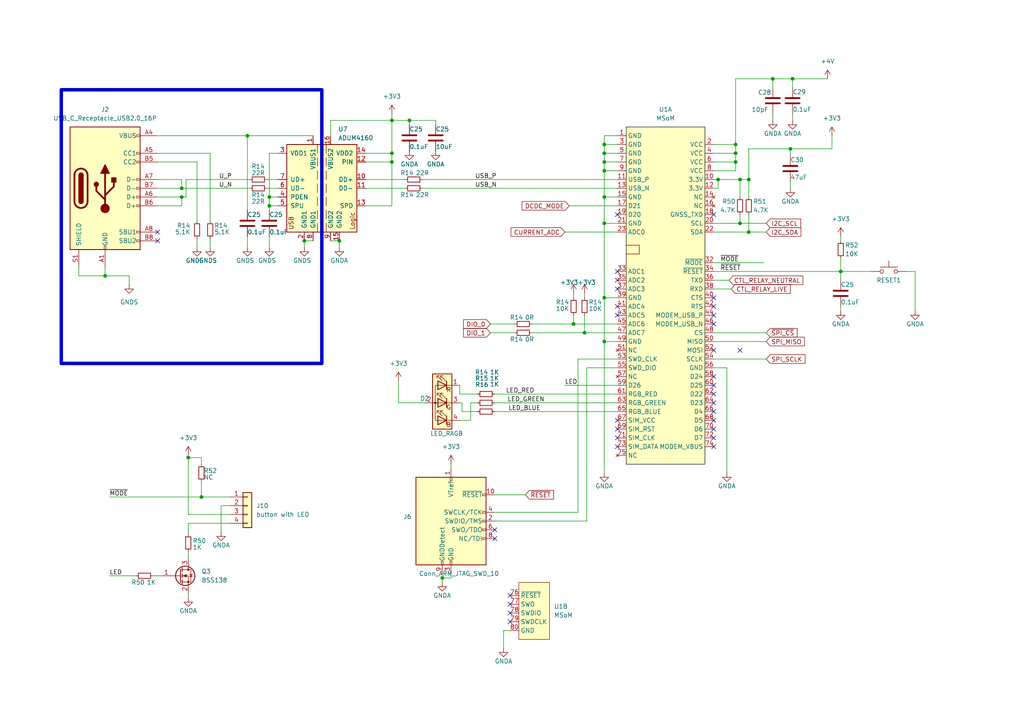
<source format=kicad_sch>
(kicad_sch (version 20230121) (generator eeschema)

  (uuid edeaf68c-88a5-413a-bf77-3c9c75e0fea7)

  (paper "A4")

  (lib_symbols
    (symbol "Connector:Conn_ARM_JTAG_SWD_10" (pin_names (offset 1.016)) (in_bom yes) (on_board yes)
      (property "Reference" "J" (at -2.54 16.51 0)
        (effects (font (size 1.27 1.27)) (justify right))
      )
      (property "Value" "Conn_ARM_JTAG_SWD_10" (at -2.54 13.97 0)
        (effects (font (size 1.27 1.27)) (justify right bottom))
      )
      (property "Footprint" "" (at 0 0 0)
        (effects (font (size 1.27 1.27)) hide)
      )
      (property "Datasheet" "http://infocenter.arm.com/help/topic/com.arm.doc.ddi0314h/DDI0314H_coresight_components_trm.pdf" (at -8.89 -31.75 90)
        (effects (font (size 1.27 1.27)) hide)
      )
      (property "ki_keywords" "Cortex Debug Connector ARM SWD JTAG" (at 0 0 0)
        (effects (font (size 1.27 1.27)) hide)
      )
      (property "ki_description" "Cortex Debug Connector, standard ARM Cortex-M SWD and JTAG interface" (at 0 0 0)
        (effects (font (size 1.27 1.27)) hide)
      )
      (property "ki_fp_filters" "PinHeader?2x05?P1.27mm*" (at 0 0 0)
        (effects (font (size 1.27 1.27)) hide)
      )
      (symbol "Conn_ARM_JTAG_SWD_10_0_1"
        (rectangle (start -10.16 12.7) (end 10.16 -12.7)
          (stroke (width 0.254) (type default))
          (fill (type background))
        )
        (rectangle (start -2.794 -12.7) (end -2.286 -11.684)
          (stroke (width 0) (type default))
          (fill (type none))
        )
        (rectangle (start -0.254 -12.7) (end 0.254 -11.684)
          (stroke (width 0) (type default))
          (fill (type none))
        )
        (rectangle (start -0.254 12.7) (end 0.254 11.684)
          (stroke (width 0) (type default))
          (fill (type none))
        )
        (rectangle (start 9.144 2.286) (end 10.16 2.794)
          (stroke (width 0) (type default))
          (fill (type none))
        )
        (rectangle (start 10.16 -2.794) (end 9.144 -2.286)
          (stroke (width 0) (type default))
          (fill (type none))
        )
        (rectangle (start 10.16 -0.254) (end 9.144 0.254)
          (stroke (width 0) (type default))
          (fill (type none))
        )
        (rectangle (start 10.16 7.874) (end 9.144 7.366)
          (stroke (width 0) (type default))
          (fill (type none))
        )
      )
      (symbol "Conn_ARM_JTAG_SWD_10_1_1"
        (rectangle (start 9.144 -5.334) (end 10.16 -4.826)
          (stroke (width 0) (type default))
          (fill (type none))
        )
        (pin power_in line (at 0 15.24 270) (length 2.54)
          (name "VTref" (effects (font (size 1.27 1.27))))
          (number "1" (effects (font (size 1.27 1.27))))
        )
        (pin open_collector line (at 12.7 7.62 180) (length 2.54)
          (name "~{RESET}" (effects (font (size 1.27 1.27))))
          (number "10" (effects (font (size 1.27 1.27))))
        )
        (pin bidirectional line (at 12.7 0 180) (length 2.54)
          (name "SWDIO/TMS" (effects (font (size 1.27 1.27))))
          (number "2" (effects (font (size 1.27 1.27))))
        )
        (pin power_in line (at 0 -15.24 90) (length 2.54)
          (name "GND" (effects (font (size 1.27 1.27))))
          (number "3" (effects (font (size 1.27 1.27))))
        )
        (pin output line (at 12.7 2.54 180) (length 2.54)
          (name "SWCLK/TCK" (effects (font (size 1.27 1.27))))
          (number "4" (effects (font (size 1.27 1.27))))
        )
        (pin passive line (at 0 -15.24 90) (length 2.54) hide
          (name "GND" (effects (font (size 1.27 1.27))))
          (number "5" (effects (font (size 1.27 1.27))))
        )
        (pin input line (at 12.7 -2.54 180) (length 2.54)
          (name "SWO/TDO" (effects (font (size 1.27 1.27))))
          (number "6" (effects (font (size 1.27 1.27))))
        )
        (pin no_connect line (at -10.16 0 0) (length 2.54) hide
          (name "KEY" (effects (font (size 1.27 1.27))))
          (number "7" (effects (font (size 1.27 1.27))))
        )
        (pin output line (at 12.7 -5.08 180) (length 2.54)
          (name "NC/TDI" (effects (font (size 1.27 1.27))))
          (number "8" (effects (font (size 1.27 1.27))))
        )
        (pin passive line (at -2.54 -15.24 90) (length 2.54)
          (name "GNDDetect" (effects (font (size 1.27 1.27))))
          (number "9" (effects (font (size 1.27 1.27))))
        )
      )
    )
    (symbol "Connector:USB_C_Receptacle_USB2.0_16P" (pin_names (offset 1.016)) (in_bom yes) (on_board yes)
      (property "Reference" "J" (at 0 22.225 0)
        (effects (font (size 1.27 1.27)))
      )
      (property "Value" "USB_C_Receptacle_USB2.0_16P" (at 0 19.685 0)
        (effects (font (size 1.27 1.27)))
      )
      (property "Footprint" "" (at 3.81 0 0)
        (effects (font (size 1.27 1.27)) hide)
      )
      (property "Datasheet" "https://www.usb.org/sites/default/files/documents/usb_type-c.zip" (at 3.81 0 0)
        (effects (font (size 1.27 1.27)) hide)
      )
      (property "ki_keywords" "usb universal serial bus type-C USB2.0" (at 0 0 0)
        (effects (font (size 1.27 1.27)) hide)
      )
      (property "ki_description" "USB 2.0-only 16P Type-C Receptacle connector" (at 0 0 0)
        (effects (font (size 1.27 1.27)) hide)
      )
      (property "ki_fp_filters" "USB*C*Receptacle*" (at 0 0 0)
        (effects (font (size 1.27 1.27)) hide)
      )
      (symbol "USB_C_Receptacle_USB2.0_16P_0_0"
        (rectangle (start -0.254 -17.78) (end 0.254 -16.764)
          (stroke (width 0) (type default))
          (fill (type none))
        )
        (rectangle (start 10.16 -14.986) (end 9.144 -15.494)
          (stroke (width 0) (type default))
          (fill (type none))
        )
        (rectangle (start 10.16 -12.446) (end 9.144 -12.954)
          (stroke (width 0) (type default))
          (fill (type none))
        )
        (rectangle (start 10.16 -4.826) (end 9.144 -5.334)
          (stroke (width 0) (type default))
          (fill (type none))
        )
        (rectangle (start 10.16 -2.286) (end 9.144 -2.794)
          (stroke (width 0) (type default))
          (fill (type none))
        )
        (rectangle (start 10.16 0.254) (end 9.144 -0.254)
          (stroke (width 0) (type default))
          (fill (type none))
        )
        (rectangle (start 10.16 2.794) (end 9.144 2.286)
          (stroke (width 0) (type default))
          (fill (type none))
        )
        (rectangle (start 10.16 7.874) (end 9.144 7.366)
          (stroke (width 0) (type default))
          (fill (type none))
        )
        (rectangle (start 10.16 10.414) (end 9.144 9.906)
          (stroke (width 0) (type default))
          (fill (type none))
        )
        (rectangle (start 10.16 15.494) (end 9.144 14.986)
          (stroke (width 0) (type default))
          (fill (type none))
        )
      )
      (symbol "USB_C_Receptacle_USB2.0_16P_0_1"
        (rectangle (start -10.16 17.78) (end 10.16 -17.78)
          (stroke (width 0.254) (type default))
          (fill (type background))
        )
        (arc (start -8.89 -3.81) (mid -6.985 -5.7067) (end -5.08 -3.81)
          (stroke (width 0.508) (type default))
          (fill (type none))
        )
        (arc (start -7.62 -3.81) (mid -6.985 -4.4423) (end -6.35 -3.81)
          (stroke (width 0.254) (type default))
          (fill (type none))
        )
        (arc (start -7.62 -3.81) (mid -6.985 -4.4423) (end -6.35 -3.81)
          (stroke (width 0.254) (type default))
          (fill (type outline))
        )
        (rectangle (start -7.62 -3.81) (end -6.35 3.81)
          (stroke (width 0.254) (type default))
          (fill (type outline))
        )
        (arc (start -6.35 3.81) (mid -6.985 4.4423) (end -7.62 3.81)
          (stroke (width 0.254) (type default))
          (fill (type none))
        )
        (arc (start -6.35 3.81) (mid -6.985 4.4423) (end -7.62 3.81)
          (stroke (width 0.254) (type default))
          (fill (type outline))
        )
        (arc (start -5.08 3.81) (mid -6.985 5.7067) (end -8.89 3.81)
          (stroke (width 0.508) (type default))
          (fill (type none))
        )
        (circle (center -2.54 1.143) (radius 0.635)
          (stroke (width 0.254) (type default))
          (fill (type outline))
        )
        (circle (center 0 -5.842) (radius 1.27)
          (stroke (width 0) (type default))
          (fill (type outline))
        )
        (polyline
          (pts
            (xy -8.89 -3.81)
            (xy -8.89 3.81)
          )
          (stroke (width 0.508) (type default))
          (fill (type none))
        )
        (polyline
          (pts
            (xy -5.08 3.81)
            (xy -5.08 -3.81)
          )
          (stroke (width 0.508) (type default))
          (fill (type none))
        )
        (polyline
          (pts
            (xy 0 -5.842)
            (xy 0 4.318)
          )
          (stroke (width 0.508) (type default))
          (fill (type none))
        )
        (polyline
          (pts
            (xy 0 -3.302)
            (xy -2.54 -0.762)
            (xy -2.54 0.508)
          )
          (stroke (width 0.508) (type default))
          (fill (type none))
        )
        (polyline
          (pts
            (xy 0 -2.032)
            (xy 2.54 0.508)
            (xy 2.54 1.778)
          )
          (stroke (width 0.508) (type default))
          (fill (type none))
        )
        (polyline
          (pts
            (xy -1.27 4.318)
            (xy 0 6.858)
            (xy 1.27 4.318)
            (xy -1.27 4.318)
          )
          (stroke (width 0.254) (type default))
          (fill (type outline))
        )
        (rectangle (start 1.905 1.778) (end 3.175 3.048)
          (stroke (width 0.254) (type default))
          (fill (type outline))
        )
      )
      (symbol "USB_C_Receptacle_USB2.0_16P_1_1"
        (pin passive line (at 0 -22.86 90) (length 5.08)
          (name "GND" (effects (font (size 1.27 1.27))))
          (number "A1" (effects (font (size 1.27 1.27))))
        )
        (pin passive line (at 0 -22.86 90) (length 5.08) hide
          (name "GND" (effects (font (size 1.27 1.27))))
          (number "A12" (effects (font (size 1.27 1.27))))
        )
        (pin passive line (at 15.24 15.24 180) (length 5.08)
          (name "VBUS" (effects (font (size 1.27 1.27))))
          (number "A4" (effects (font (size 1.27 1.27))))
        )
        (pin bidirectional line (at 15.24 10.16 180) (length 5.08)
          (name "CC1" (effects (font (size 1.27 1.27))))
          (number "A5" (effects (font (size 1.27 1.27))))
        )
        (pin bidirectional line (at 15.24 -2.54 180) (length 5.08)
          (name "D+" (effects (font (size 1.27 1.27))))
          (number "A6" (effects (font (size 1.27 1.27))))
        )
        (pin bidirectional line (at 15.24 2.54 180) (length 5.08)
          (name "D-" (effects (font (size 1.27 1.27))))
          (number "A7" (effects (font (size 1.27 1.27))))
        )
        (pin bidirectional line (at 15.24 -12.7 180) (length 5.08)
          (name "SBU1" (effects (font (size 1.27 1.27))))
          (number "A8" (effects (font (size 1.27 1.27))))
        )
        (pin passive line (at 15.24 15.24 180) (length 5.08) hide
          (name "VBUS" (effects (font (size 1.27 1.27))))
          (number "A9" (effects (font (size 1.27 1.27))))
        )
        (pin passive line (at 0 -22.86 90) (length 5.08) hide
          (name "GND" (effects (font (size 1.27 1.27))))
          (number "B1" (effects (font (size 1.27 1.27))))
        )
        (pin passive line (at 0 -22.86 90) (length 5.08) hide
          (name "GND" (effects (font (size 1.27 1.27))))
          (number "B12" (effects (font (size 1.27 1.27))))
        )
        (pin passive line (at 15.24 15.24 180) (length 5.08) hide
          (name "VBUS" (effects (font (size 1.27 1.27))))
          (number "B4" (effects (font (size 1.27 1.27))))
        )
        (pin bidirectional line (at 15.24 7.62 180) (length 5.08)
          (name "CC2" (effects (font (size 1.27 1.27))))
          (number "B5" (effects (font (size 1.27 1.27))))
        )
        (pin bidirectional line (at 15.24 -5.08 180) (length 5.08)
          (name "D+" (effects (font (size 1.27 1.27))))
          (number "B6" (effects (font (size 1.27 1.27))))
        )
        (pin bidirectional line (at 15.24 0 180) (length 5.08)
          (name "D-" (effects (font (size 1.27 1.27))))
          (number "B7" (effects (font (size 1.27 1.27))))
        )
        (pin bidirectional line (at 15.24 -15.24 180) (length 5.08)
          (name "SBU2" (effects (font (size 1.27 1.27))))
          (number "B8" (effects (font (size 1.27 1.27))))
        )
        (pin passive line (at 15.24 15.24 180) (length 5.08) hide
          (name "VBUS" (effects (font (size 1.27 1.27))))
          (number "B9" (effects (font (size 1.27 1.27))))
        )
        (pin passive line (at -7.62 -22.86 90) (length 5.08)
          (name "SHIELD" (effects (font (size 1.27 1.27))))
          (number "S1" (effects (font (size 1.27 1.27))))
        )
      )
    )
    (symbol "Connector_Generic:Conn_01x04" (pin_names (offset 1.016) hide) (in_bom yes) (on_board yes)
      (property "Reference" "J" (at 0 5.08 0)
        (effects (font (size 1.27 1.27)))
      )
      (property "Value" "Conn_01x04" (at 0 -7.62 0)
        (effects (font (size 1.27 1.27)))
      )
      (property "Footprint" "" (at 0 0 0)
        (effects (font (size 1.27 1.27)) hide)
      )
      (property "Datasheet" "~" (at 0 0 0)
        (effects (font (size 1.27 1.27)) hide)
      )
      (property "ki_keywords" "connector" (at 0 0 0)
        (effects (font (size 1.27 1.27)) hide)
      )
      (property "ki_description" "Generic connector, single row, 01x04, script generated (kicad-library-utils/schlib/autogen/connector/)" (at 0 0 0)
        (effects (font (size 1.27 1.27)) hide)
      )
      (property "ki_fp_filters" "Connector*:*_1x??_*" (at 0 0 0)
        (effects (font (size 1.27 1.27)) hide)
      )
      (symbol "Conn_01x04_1_1"
        (rectangle (start -1.27 -4.953) (end 0 -5.207)
          (stroke (width 0.1524) (type default))
          (fill (type none))
        )
        (rectangle (start -1.27 -2.413) (end 0 -2.667)
          (stroke (width 0.1524) (type default))
          (fill (type none))
        )
        (rectangle (start -1.27 0.127) (end 0 -0.127)
          (stroke (width 0.1524) (type default))
          (fill (type none))
        )
        (rectangle (start -1.27 2.667) (end 0 2.413)
          (stroke (width 0.1524) (type default))
          (fill (type none))
        )
        (rectangle (start -1.27 3.81) (end 1.27 -6.35)
          (stroke (width 0.254) (type default))
          (fill (type background))
        )
        (pin passive line (at -5.08 2.54 0) (length 3.81)
          (name "Pin_1" (effects (font (size 1.27 1.27))))
          (number "1" (effects (font (size 1.27 1.27))))
        )
        (pin passive line (at -5.08 0 0) (length 3.81)
          (name "Pin_2" (effects (font (size 1.27 1.27))))
          (number "2" (effects (font (size 1.27 1.27))))
        )
        (pin passive line (at -5.08 -2.54 0) (length 3.81)
          (name "Pin_3" (effects (font (size 1.27 1.27))))
          (number "3" (effects (font (size 1.27 1.27))))
        )
        (pin passive line (at -5.08 -5.08 0) (length 3.81)
          (name "Pin_4" (effects (font (size 1.27 1.27))))
          (number "4" (effects (font (size 1.27 1.27))))
        )
      )
    )
    (symbol "Device:C" (pin_numbers hide) (pin_names (offset 0.254)) (in_bom yes) (on_board yes)
      (property "Reference" "C" (at 0.635 2.54 0)
        (effects (font (size 1.27 1.27)) (justify left))
      )
      (property "Value" "C" (at 0.635 -2.54 0)
        (effects (font (size 1.27 1.27)) (justify left))
      )
      (property "Footprint" "" (at 0.9652 -3.81 0)
        (effects (font (size 1.27 1.27)) hide)
      )
      (property "Datasheet" "~" (at 0 0 0)
        (effects (font (size 1.27 1.27)) hide)
      )
      (property "ki_keywords" "cap capacitor" (at 0 0 0)
        (effects (font (size 1.27 1.27)) hide)
      )
      (property "ki_description" "Unpolarized capacitor" (at 0 0 0)
        (effects (font (size 1.27 1.27)) hide)
      )
      (property "ki_fp_filters" "C_*" (at 0 0 0)
        (effects (font (size 1.27 1.27)) hide)
      )
      (symbol "C_0_1"
        (polyline
          (pts
            (xy -2.032 -0.762)
            (xy 2.032 -0.762)
          )
          (stroke (width 0.508) (type default))
          (fill (type none))
        )
        (polyline
          (pts
            (xy -2.032 0.762)
            (xy 2.032 0.762)
          )
          (stroke (width 0.508) (type default))
          (fill (type none))
        )
      )
      (symbol "C_1_1"
        (pin passive line (at 0 3.81 270) (length 2.794)
          (name "~" (effects (font (size 1.27 1.27))))
          (number "1" (effects (font (size 1.27 1.27))))
        )
        (pin passive line (at 0 -3.81 90) (length 2.794)
          (name "~" (effects (font (size 1.27 1.27))))
          (number "2" (effects (font (size 1.27 1.27))))
        )
      )
    )
    (symbol "Device:LED_RAGB" (pin_names (offset 0) hide) (in_bom yes) (on_board yes)
      (property "Reference" "D" (at 0 9.398 0)
        (effects (font (size 1.27 1.27)))
      )
      (property "Value" "LED_RAGB" (at 0 -8.89 0)
        (effects (font (size 1.27 1.27)))
      )
      (property "Footprint" "" (at 0 -1.27 0)
        (effects (font (size 1.27 1.27)) hide)
      )
      (property "Datasheet" "~" (at 0 -1.27 0)
        (effects (font (size 1.27 1.27)) hide)
      )
      (property "ki_keywords" "LED RGB diode" (at 0 0 0)
        (effects (font (size 1.27 1.27)) hide)
      )
      (property "ki_description" "RGB LED, red/anode/green/blue" (at 0 0 0)
        (effects (font (size 1.27 1.27)) hide)
      )
      (property "ki_fp_filters" "LED* LED_SMD:* LED_THT:*" (at 0 0 0)
        (effects (font (size 1.27 1.27)) hide)
      )
      (symbol "LED_RAGB_0_0"
        (text "B" (at -1.905 -6.35 0)
          (effects (font (size 1.27 1.27)))
        )
        (text "G" (at -1.905 -1.27 0)
          (effects (font (size 1.27 1.27)))
        )
        (text "R" (at -1.905 3.81 0)
          (effects (font (size 1.27 1.27)))
        )
      )
      (symbol "LED_RAGB_0_1"
        (polyline
          (pts
            (xy -1.27 -5.08)
            (xy -2.54 -5.08)
          )
          (stroke (width 0) (type default))
          (fill (type none))
        )
        (polyline
          (pts
            (xy -1.27 -5.08)
            (xy 1.27 -5.08)
          )
          (stroke (width 0) (type default))
          (fill (type none))
        )
        (polyline
          (pts
            (xy -1.27 -3.81)
            (xy -1.27 -6.35)
          )
          (stroke (width 0.254) (type default))
          (fill (type none))
        )
        (polyline
          (pts
            (xy -1.27 0)
            (xy -2.54 0)
          )
          (stroke (width 0) (type default))
          (fill (type none))
        )
        (polyline
          (pts
            (xy -1.27 1.27)
            (xy -1.27 -1.27)
          )
          (stroke (width 0.254) (type default))
          (fill (type none))
        )
        (polyline
          (pts
            (xy -1.27 5.08)
            (xy -2.54 5.08)
          )
          (stroke (width 0) (type default))
          (fill (type none))
        )
        (polyline
          (pts
            (xy -1.27 5.08)
            (xy 1.27 5.08)
          )
          (stroke (width 0) (type default))
          (fill (type none))
        )
        (polyline
          (pts
            (xy -1.27 6.35)
            (xy -1.27 3.81)
          )
          (stroke (width 0.254) (type default))
          (fill (type none))
        )
        (polyline
          (pts
            (xy 1.27 0)
            (xy -1.27 0)
          )
          (stroke (width 0) (type default))
          (fill (type none))
        )
        (polyline
          (pts
            (xy 1.27 0)
            (xy 2.54 0)
          )
          (stroke (width 0) (type default))
          (fill (type none))
        )
        (polyline
          (pts
            (xy -1.27 1.27)
            (xy -1.27 -1.27)
            (xy -1.27 -1.27)
          )
          (stroke (width 0) (type default))
          (fill (type none))
        )
        (polyline
          (pts
            (xy -1.27 6.35)
            (xy -1.27 3.81)
            (xy -1.27 3.81)
          )
          (stroke (width 0) (type default))
          (fill (type none))
        )
        (polyline
          (pts
            (xy 1.27 -5.08)
            (xy 2.032 -5.08)
            (xy 2.032 5.08)
            (xy 1.27 5.08)
          )
          (stroke (width 0) (type default))
          (fill (type none))
        )
        (polyline
          (pts
            (xy 1.27 -3.81)
            (xy 1.27 -6.35)
            (xy -1.27 -5.08)
            (xy 1.27 -3.81)
          )
          (stroke (width 0.254) (type default))
          (fill (type none))
        )
        (polyline
          (pts
            (xy 1.27 1.27)
            (xy 1.27 -1.27)
            (xy -1.27 0)
            (xy 1.27 1.27)
          )
          (stroke (width 0.254) (type default))
          (fill (type none))
        )
        (polyline
          (pts
            (xy 1.27 6.35)
            (xy 1.27 3.81)
            (xy -1.27 5.08)
            (xy 1.27 6.35)
          )
          (stroke (width 0.254) (type default))
          (fill (type none))
        )
        (polyline
          (pts
            (xy -1.016 -3.81)
            (xy 0.508 -2.286)
            (xy -0.254 -2.286)
            (xy 0.508 -2.286)
            (xy 0.508 -3.048)
          )
          (stroke (width 0) (type default))
          (fill (type none))
        )
        (polyline
          (pts
            (xy -1.016 1.27)
            (xy 0.508 2.794)
            (xy -0.254 2.794)
            (xy 0.508 2.794)
            (xy 0.508 2.032)
          )
          (stroke (width 0) (type default))
          (fill (type none))
        )
        (polyline
          (pts
            (xy -1.016 6.35)
            (xy 0.508 7.874)
            (xy -0.254 7.874)
            (xy 0.508 7.874)
            (xy 0.508 7.112)
          )
          (stroke (width 0) (type default))
          (fill (type none))
        )
        (polyline
          (pts
            (xy 0 -3.81)
            (xy 1.524 -2.286)
            (xy 0.762 -2.286)
            (xy 1.524 -2.286)
            (xy 1.524 -3.048)
          )
          (stroke (width 0) (type default))
          (fill (type none))
        )
        (polyline
          (pts
            (xy 0 1.27)
            (xy 1.524 2.794)
            (xy 0.762 2.794)
            (xy 1.524 2.794)
            (xy 1.524 2.032)
          )
          (stroke (width 0) (type default))
          (fill (type none))
        )
        (polyline
          (pts
            (xy 0 6.35)
            (xy 1.524 7.874)
            (xy 0.762 7.874)
            (xy 1.524 7.874)
            (xy 1.524 7.112)
          )
          (stroke (width 0) (type default))
          (fill (type none))
        )
        (rectangle (start 1.27 -1.27) (end 1.27 1.27)
          (stroke (width 0) (type default))
          (fill (type none))
        )
        (rectangle (start 1.27 1.27) (end 1.27 1.27)
          (stroke (width 0) (type default))
          (fill (type none))
        )
        (rectangle (start 1.27 3.81) (end 1.27 6.35)
          (stroke (width 0) (type default))
          (fill (type none))
        )
        (rectangle (start 1.27 6.35) (end 1.27 6.35)
          (stroke (width 0) (type default))
          (fill (type none))
        )
        (circle (center 2.032 0) (radius 0.254)
          (stroke (width 0) (type default))
          (fill (type outline))
        )
        (rectangle (start 2.794 8.382) (end -2.794 -7.62)
          (stroke (width 0.254) (type default))
          (fill (type background))
        )
      )
      (symbol "LED_RAGB_1_1"
        (pin passive line (at -5.08 5.08 0) (length 2.54)
          (name "RK" (effects (font (size 1.27 1.27))))
          (number "1" (effects (font (size 1.27 1.27))))
        )
        (pin passive line (at 5.08 0 180) (length 2.54)
          (name "A" (effects (font (size 1.27 1.27))))
          (number "2" (effects (font (size 1.27 1.27))))
        )
        (pin passive line (at -5.08 0 0) (length 2.54)
          (name "GK" (effects (font (size 1.27 1.27))))
          (number "3" (effects (font (size 1.27 1.27))))
        )
        (pin passive line (at -5.08 -5.08 0) (length 2.54)
          (name "BK" (effects (font (size 1.27 1.27))))
          (number "4" (effects (font (size 1.27 1.27))))
        )
      )
    )
    (symbol "Device:R_Small" (pin_numbers hide) (pin_names (offset 0.254) hide) (in_bom yes) (on_board yes)
      (property "Reference" "R" (at 0.762 0.508 0)
        (effects (font (size 1.27 1.27)) (justify left))
      )
      (property "Value" "R_Small" (at 0.762 -1.016 0)
        (effects (font (size 1.27 1.27)) (justify left))
      )
      (property "Footprint" "" (at 0 0 0)
        (effects (font (size 1.27 1.27)) hide)
      )
      (property "Datasheet" "~" (at 0 0 0)
        (effects (font (size 1.27 1.27)) hide)
      )
      (property "ki_keywords" "R resistor" (at 0 0 0)
        (effects (font (size 1.27 1.27)) hide)
      )
      (property "ki_description" "Resistor, small symbol" (at 0 0 0)
        (effects (font (size 1.27 1.27)) hide)
      )
      (property "ki_fp_filters" "R_*" (at 0 0 0)
        (effects (font (size 1.27 1.27)) hide)
      )
      (symbol "R_Small_0_1"
        (rectangle (start -0.762 1.778) (end 0.762 -1.778)
          (stroke (width 0.2032) (type default))
          (fill (type none))
        )
      )
      (symbol "R_Small_1_1"
        (pin passive line (at 0 2.54 270) (length 0.762)
          (name "~" (effects (font (size 1.27 1.27))))
          (number "1" (effects (font (size 1.27 1.27))))
        )
        (pin passive line (at 0 -2.54 90) (length 0.762)
          (name "~" (effects (font (size 1.27 1.27))))
          (number "2" (effects (font (size 1.27 1.27))))
        )
      )
    )
    (symbol "Interface_USB:ADUM4160" (pin_names (offset 1.016)) (in_bom yes) (on_board yes)
      (property "Reference" "U" (at -10.16 13.97 0)
        (effects (font (size 1.27 1.27)) (justify left))
      )
      (property "Value" "ADUM4160" (at 3.81 13.97 0)
        (effects (font (size 1.27 1.27)) (justify left))
      )
      (property "Footprint" "Package_SO:SOIC-16W_7.5x10.3mm_P1.27mm" (at 0 -17.78 0)
        (effects (font (size 1.27 1.27)) hide)
      )
      (property "Datasheet" "https://www.analog.com/media/en/technical-documentation/data-sheets/ADuM4160.pdf" (at -5.08 0 0)
        (effects (font (size 1.27 1.27)) hide)
      )
      (property "ki_keywords" "usb isolation" (at 0 0 0)
        (effects (font (size 1.27 1.27)) hide)
      )
      (property "ki_description" "Full/Low Speed, iCoupler USB Digital Isolator, 5kV protection, SOIC-16" (at 0 0 0)
        (effects (font (size 1.27 1.27)) hide)
      )
      (property "ki_fp_filters" "SOIC*7.5x10.3mm*P1.27mm*" (at 0 0 0)
        (effects (font (size 1.27 1.27)) hide)
      )
      (symbol "ADUM4160_0_0"
        (text "Logic" (at 8.89 -12.065 900)
          (effects (font (size 1.27 1.27)) (justify left))
        )
      )
      (symbol "ADUM4160_0_1"
        (rectangle (start -10.16 12.7) (end 10.16 -12.7)
          (stroke (width 0.254) (type default))
          (fill (type background))
        )
        (polyline
          (pts
            (xy -1.27 -10.16)
            (xy -1.27 -12.7)
          )
          (stroke (width 0) (type default))
          (fill (type none))
        )
        (polyline
          (pts
            (xy -1.27 -6.35)
            (xy -1.27 -8.89)
          )
          (stroke (width 0) (type default))
          (fill (type none))
        )
        (polyline
          (pts
            (xy -1.27 -2.54)
            (xy -1.27 -5.08)
          )
          (stroke (width 0) (type default))
          (fill (type none))
        )
        (polyline
          (pts
            (xy -1.27 1.27)
            (xy -1.27 -1.27)
          )
          (stroke (width 0) (type default))
          (fill (type none))
        )
        (polyline
          (pts
            (xy -1.27 5.08)
            (xy -1.27 2.54)
          )
          (stroke (width 0) (type default))
          (fill (type none))
        )
        (polyline
          (pts
            (xy -1.27 8.89)
            (xy -1.27 6.35)
          )
          (stroke (width 0) (type default))
          (fill (type none))
        )
        (polyline
          (pts
            (xy -1.27 12.7)
            (xy -1.27 10.16)
          )
          (stroke (width 0) (type default))
          (fill (type none))
        )
        (polyline
          (pts
            (xy 1.27 -10.16)
            (xy 1.27 -12.7)
          )
          (stroke (width 0) (type default))
          (fill (type none))
        )
        (polyline
          (pts
            (xy 1.27 -6.35)
            (xy 1.27 -8.89)
          )
          (stroke (width 0) (type default))
          (fill (type none))
        )
        (polyline
          (pts
            (xy 1.27 -2.54)
            (xy 1.27 -5.08)
          )
          (stroke (width 0) (type default))
          (fill (type none))
        )
        (polyline
          (pts
            (xy 1.27 1.27)
            (xy 1.27 -1.27)
          )
          (stroke (width 0) (type default))
          (fill (type none))
        )
        (polyline
          (pts
            (xy 1.27 5.08)
            (xy 1.27 2.54)
          )
          (stroke (width 0) (type default))
          (fill (type none))
        )
        (polyline
          (pts
            (xy 1.27 8.89)
            (xy 1.27 6.35)
          )
          (stroke (width 0) (type default))
          (fill (type none))
        )
        (polyline
          (pts
            (xy 1.27 12.7)
            (xy 1.27 10.16)
          )
          (stroke (width 0) (type default))
          (fill (type none))
        )
      )
      (symbol "ADUM4160_1_0"
        (text "USB" (at -8.89 -12.065 900)
          (effects (font (size 1.27 1.27)) (justify left))
        )
      )
      (symbol "ADUM4160_1_1"
        (pin power_in line (at -2.54 15.24 270) (length 2.54)
          (name "VBUS1" (effects (font (size 1.27 1.27))))
          (number "1" (effects (font (size 1.27 1.27))))
        )
        (pin bidirectional line (at 12.7 2.54 180) (length 2.54)
          (name "DD+" (effects (font (size 1.27 1.27))))
          (number "10" (effects (font (size 1.27 1.27))))
        )
        (pin bidirectional line (at 12.7 0 180) (length 2.54)
          (name "DD-" (effects (font (size 1.27 1.27))))
          (number "11" (effects (font (size 1.27 1.27))))
        )
        (pin input line (at 12.7 7.62 180) (length 2.54)
          (name "PIN" (effects (font (size 1.27 1.27))))
          (number "12" (effects (font (size 1.27 1.27))))
        )
        (pin input line (at 12.7 -5.08 180) (length 2.54)
          (name "SPD" (effects (font (size 1.27 1.27))))
          (number "13" (effects (font (size 1.27 1.27))))
        )
        (pin power_in line (at 12.7 10.16 180) (length 2.54)
          (name "VDD2" (effects (font (size 1.27 1.27))))
          (number "14" (effects (font (size 1.27 1.27))))
        )
        (pin power_in line (at 5.08 -15.24 90) (length 2.54)
          (name "GND2" (effects (font (size 1.27 1.27))))
          (number "15" (effects (font (size 1.27 1.27))))
        )
        (pin power_in line (at 2.54 15.24 270) (length 2.54)
          (name "VBUS2" (effects (font (size 1.27 1.27))))
          (number "16" (effects (font (size 1.27 1.27))))
        )
        (pin power_in line (at -5.08 -15.24 90) (length 2.54)
          (name "GND1" (effects (font (size 1.27 1.27))))
          (number "2" (effects (font (size 1.27 1.27))))
        )
        (pin power_in line (at -12.7 10.16 0) (length 2.54)
          (name "VDD1" (effects (font (size 1.27 1.27))))
          (number "3" (effects (font (size 1.27 1.27))))
        )
        (pin input line (at -12.7 -2.54 0) (length 2.54)
          (name "PDEN" (effects (font (size 1.27 1.27))))
          (number "4" (effects (font (size 1.27 1.27))))
        )
        (pin input line (at -12.7 -5.08 0) (length 2.54)
          (name "SPU" (effects (font (size 1.27 1.27))))
          (number "5" (effects (font (size 1.27 1.27))))
        )
        (pin bidirectional line (at -12.7 0 0) (length 2.54)
          (name "UD-" (effects (font (size 1.27 1.27))))
          (number "6" (effects (font (size 1.27 1.27))))
        )
        (pin bidirectional line (at -12.7 2.54 0) (length 2.54)
          (name "UD+" (effects (font (size 1.27 1.27))))
          (number "7" (effects (font (size 1.27 1.27))))
        )
        (pin power_in line (at -2.54 -15.24 90) (length 2.54)
          (name "GND1" (effects (font (size 1.27 1.27))))
          (number "8" (effects (font (size 1.27 1.27))))
        )
        (pin power_in line (at 2.54 -15.24 90) (length 2.54)
          (name "GND2" (effects (font (size 1.27 1.27))))
          (number "9" (effects (font (size 1.27 1.27))))
        )
      )
    )
    (symbol "Switch:SW_Push" (pin_numbers hide) (pin_names (offset 1.016) hide) (in_bom yes) (on_board yes)
      (property "Reference" "SW" (at 1.27 2.54 0)
        (effects (font (size 1.27 1.27)) (justify left))
      )
      (property "Value" "SW_Push" (at 0 -1.524 0)
        (effects (font (size 1.27 1.27)))
      )
      (property "Footprint" "" (at 0 5.08 0)
        (effects (font (size 1.27 1.27)) hide)
      )
      (property "Datasheet" "~" (at 0 5.08 0)
        (effects (font (size 1.27 1.27)) hide)
      )
      (property "ki_keywords" "switch normally-open pushbutton push-button" (at 0 0 0)
        (effects (font (size 1.27 1.27)) hide)
      )
      (property "ki_description" "Push button switch, generic, two pins" (at 0 0 0)
        (effects (font (size 1.27 1.27)) hide)
      )
      (symbol "SW_Push_0_1"
        (circle (center -2.032 0) (radius 0.508)
          (stroke (width 0) (type default))
          (fill (type none))
        )
        (polyline
          (pts
            (xy 0 1.27)
            (xy 0 3.048)
          )
          (stroke (width 0) (type default))
          (fill (type none))
        )
        (polyline
          (pts
            (xy 2.54 1.27)
            (xy -2.54 1.27)
          )
          (stroke (width 0) (type default))
          (fill (type none))
        )
        (circle (center 2.032 0) (radius 0.508)
          (stroke (width 0) (type default))
          (fill (type none))
        )
        (pin passive line (at -5.08 0 0) (length 2.54)
          (name "1" (effects (font (size 1.27 1.27))))
          (number "1" (effects (font (size 1.27 1.27))))
        )
        (pin passive line (at 5.08 0 180) (length 2.54)
          (name "2" (effects (font (size 1.27 1.27))))
          (number "2" (effects (font (size 1.27 1.27))))
        )
      )
    )
    (symbol "Transistor_FET:BSS138" (pin_names hide) (in_bom yes) (on_board yes)
      (property "Reference" "Q" (at 5.08 1.905 0)
        (effects (font (size 1.27 1.27)) (justify left))
      )
      (property "Value" "BSS138" (at 5.08 0 0)
        (effects (font (size 1.27 1.27)) (justify left))
      )
      (property "Footprint" "Package_TO_SOT_SMD:SOT-23" (at 5.08 -1.905 0)
        (effects (font (size 1.27 1.27) italic) (justify left) hide)
      )
      (property "Datasheet" "https://www.onsemi.com/pub/Collateral/BSS138-D.PDF" (at 5.08 -3.81 0)
        (effects (font (size 1.27 1.27)) (justify left) hide)
      )
      (property "ki_keywords" "N-Channel MOSFET" (at 0 0 0)
        (effects (font (size 1.27 1.27)) hide)
      )
      (property "ki_description" "50V Vds, 0.22A Id, N-Channel MOSFET, SOT-23" (at 0 0 0)
        (effects (font (size 1.27 1.27)) hide)
      )
      (property "ki_fp_filters" "SOT?23*" (at 0 0 0)
        (effects (font (size 1.27 1.27)) hide)
      )
      (symbol "BSS138_0_1"
        (polyline
          (pts
            (xy 0.254 0)
            (xy -2.54 0)
          )
          (stroke (width 0) (type default))
          (fill (type none))
        )
        (polyline
          (pts
            (xy 0.254 1.905)
            (xy 0.254 -1.905)
          )
          (stroke (width 0.254) (type default))
          (fill (type none))
        )
        (polyline
          (pts
            (xy 0.762 -1.27)
            (xy 0.762 -2.286)
          )
          (stroke (width 0.254) (type default))
          (fill (type none))
        )
        (polyline
          (pts
            (xy 0.762 0.508)
            (xy 0.762 -0.508)
          )
          (stroke (width 0.254) (type default))
          (fill (type none))
        )
        (polyline
          (pts
            (xy 0.762 2.286)
            (xy 0.762 1.27)
          )
          (stroke (width 0.254) (type default))
          (fill (type none))
        )
        (polyline
          (pts
            (xy 2.54 2.54)
            (xy 2.54 1.778)
          )
          (stroke (width 0) (type default))
          (fill (type none))
        )
        (polyline
          (pts
            (xy 2.54 -2.54)
            (xy 2.54 0)
            (xy 0.762 0)
          )
          (stroke (width 0) (type default))
          (fill (type none))
        )
        (polyline
          (pts
            (xy 0.762 -1.778)
            (xy 3.302 -1.778)
            (xy 3.302 1.778)
            (xy 0.762 1.778)
          )
          (stroke (width 0) (type default))
          (fill (type none))
        )
        (polyline
          (pts
            (xy 1.016 0)
            (xy 2.032 0.381)
            (xy 2.032 -0.381)
            (xy 1.016 0)
          )
          (stroke (width 0) (type default))
          (fill (type outline))
        )
        (polyline
          (pts
            (xy 2.794 0.508)
            (xy 2.921 0.381)
            (xy 3.683 0.381)
            (xy 3.81 0.254)
          )
          (stroke (width 0) (type default))
          (fill (type none))
        )
        (polyline
          (pts
            (xy 3.302 0.381)
            (xy 2.921 -0.254)
            (xy 3.683 -0.254)
            (xy 3.302 0.381)
          )
          (stroke (width 0) (type default))
          (fill (type none))
        )
        (circle (center 1.651 0) (radius 2.794)
          (stroke (width 0.254) (type default))
          (fill (type none))
        )
        (circle (center 2.54 -1.778) (radius 0.254)
          (stroke (width 0) (type default))
          (fill (type outline))
        )
        (circle (center 2.54 1.778) (radius 0.254)
          (stroke (width 0) (type default))
          (fill (type outline))
        )
      )
      (symbol "BSS138_1_1"
        (pin input line (at -5.08 0 0) (length 2.54)
          (name "G" (effects (font (size 1.27 1.27))))
          (number "1" (effects (font (size 1.27 1.27))))
        )
        (pin passive line (at 2.54 -5.08 90) (length 2.54)
          (name "S" (effects (font (size 1.27 1.27))))
          (number "2" (effects (font (size 1.27 1.27))))
        )
        (pin passive line (at 2.54 5.08 270) (length 2.54)
          (name "D" (effects (font (size 1.27 1.27))))
          (number "3" (effects (font (size 1.27 1.27))))
        )
      )
    )
    (symbol "kicad_lib_particle:Particle_MSoM" (in_bom yes) (on_board yes)
      (property "Reference" "U" (at 1.27 -2.54 0)
        (effects (font (size 1.27 1.27)))
      )
      (property "Value" "MSoM" (at 6.35 -2.54 0)
        (effects (font (size 1.27 1.27)))
      )
      (property "Footprint" "" (at -5.08 0 0)
        (effects (font (size 1.27 1.27)) hide)
      )
      (property "Datasheet" "" (at -5.08 0 0)
        (effects (font (size 1.27 1.27)) hide)
      )
      (property "ki_locked" "" (at 0 0 0)
        (effects (font (size 1.27 1.27)))
      )
      (property "ki_description" "MSoM" (at 0 0 0)
        (effects (font (size 1.27 1.27)) hide)
      )
      (symbol "Particle_MSoM_1_1"
        (polyline
          (pts
            (xy 1.27 63.5)
            (xy 0 63.5)
            (xy 3.81 63.5)
            (xy 3.81 60.96)
            (xy 0 60.96)
          )
          (stroke (width 0) (type default))
          (fill (type none))
        )
        (rectangle (start 0 97.79) (end 22.86 0)
          (stroke (width 0) (type default) (color 0 0 0 1))
          (fill (type background))
        )
        (pin power_in line (at -2.54 95.25 0) (length 2.54)
          (name "GND" (effects (font (size 1.27 1.27))))
          (number "1" (effects (font (size 1.27 1.27))))
        )
        (pin power_in line (at 25.4 82.55 180) (length 2.54)
          (name "3.3V" (effects (font (size 1.27 1.27))))
          (number "10" (effects (font (size 1.27 1.27))))
        )
        (pin bidirectional line (at -2.54 82.55 0) (length 2.54)
          (name "USB_P" (effects (font (size 1.27 1.27))))
          (number "11" (effects (font (size 1.27 1.27))))
        )
        (pin power_in line (at 25.4 80.01 180) (length 2.54)
          (name "3.3V" (effects (font (size 1.27 1.27))))
          (number "12" (effects (font (size 1.27 1.27))))
        )
        (pin bidirectional line (at -2.54 80.01 0) (length 2.54)
          (name "USB_N" (effects (font (size 1.27 1.27))))
          (number "13" (effects (font (size 1.27 1.27))))
        )
        (pin no_connect line (at 25.4 77.47 180) (length 2.54)
          (name "NC" (effects (font (size 1.27 1.27))))
          (number "14" (effects (font (size 1.27 1.27))))
        )
        (pin power_in line (at -2.54 77.47 0) (length 2.54)
          (name "GND" (effects (font (size 1.27 1.27))))
          (number "15" (effects (font (size 1.27 1.27))))
        )
        (pin no_connect line (at 25.4 74.93 180) (length 2.54)
          (name "NC" (effects (font (size 1.27 1.27))))
          (number "16" (effects (font (size 1.27 1.27))))
        )
        (pin bidirectional line (at -2.54 74.93 0) (length 2.54)
          (name "D21" (effects (font (size 1.27 1.27))))
          (number "17" (effects (font (size 1.27 1.27))))
        )
        (pin output line (at 25.4 72.39 180) (length 2.54)
          (name "GNSS_TXD" (effects (font (size 1.27 1.27))))
          (number "18" (effects (font (size 1.27 1.27))))
        )
        (pin bidirectional line (at -2.54 72.39 0) (length 2.54)
          (name "D20" (effects (font (size 1.27 1.27))))
          (number "19" (effects (font (size 1.27 1.27))))
        )
        (pin power_in line (at 25.4 92.71 180) (length 2.54)
          (name "VCC" (effects (font (size 1.27 1.27))))
          (number "2" (effects (font (size 1.27 1.27))))
        )
        (pin bidirectional line (at 25.4 69.85 180) (length 2.54)
          (name "SCL" (effects (font (size 1.27 1.27))))
          (number "20" (effects (font (size 1.27 1.27))))
        )
        (pin power_in line (at -2.54 69.85 0) (length 2.54)
          (name "GND" (effects (font (size 1.27 1.27))))
          (number "21" (effects (font (size 1.27 1.27))))
        )
        (pin bidirectional line (at 25.4 67.31 180) (length 2.54)
          (name "SDA" (effects (font (size 1.27 1.27))))
          (number "22" (effects (font (size 1.27 1.27))))
        )
        (pin bidirectional line (at -2.54 67.31 0) (length 2.54)
          (name "ADC0" (effects (font (size 1.27 1.27))))
          (number "23" (effects (font (size 1.27 1.27))))
        )
        (pin power_in line (at -2.54 92.71 0) (length 2.54)
          (name "GND" (effects (font (size 1.27 1.27))))
          (number "3" (effects (font (size 1.27 1.27))))
        )
        (pin input line (at 25.4 58.42 180) (length 2.54)
          (name "~{MODE}" (effects (font (size 1.27 1.27))))
          (number "32" (effects (font (size 1.27 1.27))))
        )
        (pin bidirectional line (at -2.54 55.88 0) (length 2.54)
          (name "ADC1" (effects (font (size 1.27 1.27))))
          (number "33" (effects (font (size 1.27 1.27))))
        )
        (pin input line (at 25.4 55.88 180) (length 2.54)
          (name "~{RESET}" (effects (font (size 1.27 1.27))))
          (number "34" (effects (font (size 1.27 1.27))))
        )
        (pin bidirectional line (at -2.54 53.34 0) (length 2.54)
          (name "ADC2" (effects (font (size 1.27 1.27))))
          (number "35" (effects (font (size 1.27 1.27))))
        )
        (pin bidirectional line (at 25.4 53.34 180) (length 2.54)
          (name "TXD" (effects (font (size 1.27 1.27))))
          (number "36" (effects (font (size 1.27 1.27))))
        )
        (pin bidirectional line (at -2.54 50.8 0) (length 2.54)
          (name "ADC3" (effects (font (size 1.27 1.27))))
          (number "37" (effects (font (size 1.27 1.27))))
        )
        (pin bidirectional line (at 25.4 50.8 180) (length 2.54)
          (name "RXD" (effects (font (size 1.27 1.27))))
          (number "38" (effects (font (size 1.27 1.27))))
        )
        (pin power_in line (at -2.54 48.26 0) (length 2.54)
          (name "GND" (effects (font (size 1.27 1.27))))
          (number "39" (effects (font (size 1.27 1.27))))
        )
        (pin power_in line (at 25.4 90.17 180) (length 2.54)
          (name "VCC" (effects (font (size 1.27 1.27))))
          (number "4" (effects (font (size 1.27 1.27))))
        )
        (pin bidirectional line (at 25.4 48.26 180) (length 2.54)
          (name "CTS" (effects (font (size 1.27 1.27))))
          (number "40" (effects (font (size 1.27 1.27))))
        )
        (pin bidirectional line (at -2.54 45.72 0) (length 2.54)
          (name "ADC4" (effects (font (size 1.27 1.27))))
          (number "41" (effects (font (size 1.27 1.27))))
        )
        (pin bidirectional line (at 25.4 45.72 180) (length 2.54)
          (name "RTS" (effects (font (size 1.27 1.27))))
          (number "42" (effects (font (size 1.27 1.27))))
        )
        (pin bidirectional line (at -2.54 43.18 0) (length 2.54)
          (name "ADC5" (effects (font (size 1.27 1.27))))
          (number "43" (effects (font (size 1.27 1.27))))
        )
        (pin bidirectional line (at 25.4 43.18 180) (length 2.54)
          (name "MODEM_USB_P" (effects (font (size 1.27 1.27))))
          (number "44" (effects (font (size 1.27 1.27))))
        )
        (pin bidirectional line (at -2.54 40.64 0) (length 2.54)
          (name "ADC6" (effects (font (size 1.27 1.27))))
          (number "45" (effects (font (size 1.27 1.27))))
        )
        (pin bidirectional line (at 25.4 40.64 180) (length 2.54)
          (name "MODEM_USB_N" (effects (font (size 1.27 1.27))))
          (number "46" (effects (font (size 1.27 1.27))))
        )
        (pin bidirectional line (at -2.54 38.1 0) (length 2.54)
          (name "ADC7" (effects (font (size 1.27 1.27))))
          (number "47" (effects (font (size 1.27 1.27))))
        )
        (pin bidirectional line (at 25.4 38.1 180) (length 2.54)
          (name "CS" (effects (font (size 1.27 1.27))))
          (number "48" (effects (font (size 1.27 1.27))))
        )
        (pin power_in line (at -2.54 35.56 0) (length 2.54)
          (name "GND" (effects (font (size 1.27 1.27))))
          (number "49" (effects (font (size 1.27 1.27))))
        )
        (pin power_in line (at -2.54 90.17 0) (length 2.54)
          (name "GND" (effects (font (size 1.27 1.27))))
          (number "5" (effects (font (size 1.27 1.27))))
        )
        (pin bidirectional line (at 25.4 35.56 180) (length 2.54)
          (name "MISO" (effects (font (size 1.27 1.27))))
          (number "50" (effects (font (size 1.27 1.27))))
        )
        (pin no_connect line (at -2.54 33.02 0) (length 2.54)
          (name "NC" (effects (font (size 1.27 1.27))))
          (number "51" (effects (font (size 1.27 1.27))))
        )
        (pin bidirectional line (at 25.4 33.02 180) (length 2.54)
          (name "MOSI" (effects (font (size 1.27 1.27))))
          (number "52" (effects (font (size 1.27 1.27))))
        )
        (pin bidirectional line (at -2.54 30.48 0) (length 2.54)
          (name "SWD_CLK" (effects (font (size 1.27 1.27))))
          (number "53" (effects (font (size 1.27 1.27))))
        )
        (pin bidirectional line (at 25.4 30.48 180) (length 2.54)
          (name "SCLK" (effects (font (size 1.27 1.27))))
          (number "54" (effects (font (size 1.27 1.27))))
        )
        (pin bidirectional line (at -2.54 27.94 0) (length 2.54)
          (name "SWD_DIO" (effects (font (size 1.27 1.27))))
          (number "55" (effects (font (size 1.27 1.27))))
        )
        (pin bidirectional line (at 25.4 27.94 180) (length 2.54)
          (name "GND" (effects (font (size 1.27 1.27))))
          (number "56" (effects (font (size 1.27 1.27))))
        )
        (pin no_connect line (at -2.54 25.4 0) (length 2.54)
          (name "NC" (effects (font (size 1.27 1.27))))
          (number "57" (effects (font (size 1.27 1.27))))
        )
        (pin bidirectional line (at 25.4 25.4 180) (length 2.54)
          (name "D24" (effects (font (size 1.27 1.27))))
          (number "58" (effects (font (size 1.27 1.27))))
        )
        (pin bidirectional line (at -2.54 22.86 0) (length 2.54)
          (name "D26" (effects (font (size 1.27 1.27))))
          (number "59" (effects (font (size 1.27 1.27))))
        )
        (pin power_in line (at 25.4 87.63 180) (length 2.54)
          (name "VCC" (effects (font (size 1.27 1.27))))
          (number "6" (effects (font (size 1.27 1.27))))
        )
        (pin bidirectional line (at 25.4 22.86 180) (length 2.54)
          (name "D25" (effects (font (size 1.27 1.27))))
          (number "60" (effects (font (size 1.27 1.27))))
        )
        (pin output line (at -2.54 20.32 0) (length 2.54)
          (name "RGB_RED" (effects (font (size 1.27 1.27))))
          (number "61" (effects (font (size 1.27 1.27))))
        )
        (pin bidirectional line (at 25.4 20.32 180) (length 2.54)
          (name "D22" (effects (font (size 1.27 1.27))))
          (number "62" (effects (font (size 1.27 1.27))))
        )
        (pin output line (at -2.54 17.78 0) (length 2.54)
          (name "RGB_GREEN" (effects (font (size 1.27 1.27))))
          (number "63" (effects (font (size 1.27 1.27))))
        )
        (pin bidirectional line (at 25.4 17.78 180) (length 2.54)
          (name "D23" (effects (font (size 1.27 1.27))))
          (number "64" (effects (font (size 1.27 1.27))))
        )
        (pin output line (at -2.54 15.24 0) (length 2.54)
          (name "RGB_BLUE" (effects (font (size 1.27 1.27))))
          (number "65" (effects (font (size 1.27 1.27))))
        )
        (pin bidirectional line (at 25.4 15.24 180) (length 2.54)
          (name "D4" (effects (font (size 1.27 1.27))))
          (number "66" (effects (font (size 1.27 1.27))))
        )
        (pin power_out line (at -2.54 12.7 0) (length 2.54)
          (name "SIM_VCC" (effects (font (size 1.27 1.27))))
          (number "67" (effects (font (size 1.27 1.27))))
        )
        (pin bidirectional line (at 25.4 12.7 180) (length 2.54)
          (name "D5" (effects (font (size 1.27 1.27))))
          (number "68" (effects (font (size 1.27 1.27))))
        )
        (pin output line (at -2.54 10.16 0) (length 2.54)
          (name "SIM_RST" (effects (font (size 1.27 1.27))))
          (number "69" (effects (font (size 1.27 1.27))))
        )
        (pin power_in line (at -2.54 87.63 0) (length 2.54)
          (name "GND" (effects (font (size 1.27 1.27))))
          (number "7" (effects (font (size 1.27 1.27))))
        )
        (pin bidirectional line (at 25.4 10.16 180) (length 2.54)
          (name "D6" (effects (font (size 1.27 1.27))))
          (number "70" (effects (font (size 1.27 1.27))))
        )
        (pin output line (at -2.54 7.62 0) (length 2.54)
          (name "SIM_CLK" (effects (font (size 1.27 1.27))))
          (number "71" (effects (font (size 1.27 1.27))))
        )
        (pin bidirectional line (at 25.4 7.62 180) (length 2.54)
          (name "D7" (effects (font (size 1.27 1.27))))
          (number "72" (effects (font (size 1.27 1.27))))
        )
        (pin bidirectional line (at -2.54 5.08 0) (length 2.54)
          (name "SIM_DATA" (effects (font (size 1.27 1.27))))
          (number "73" (effects (font (size 1.27 1.27))))
        )
        (pin power_in line (at 25.4 5.08 180) (length 2.54)
          (name "MODEM_VBUS" (effects (font (size 1.27 1.27))))
          (number "74" (effects (font (size 1.27 1.27))))
        )
        (pin no_connect line (at -2.54 2.54 0) (length 2.54)
          (name "NC" (effects (font (size 1.27 1.27))))
          (number "75" (effects (font (size 1.27 1.27))))
        )
        (pin power_in line (at 25.4 85.09 180) (length 2.54)
          (name "VCC" (effects (font (size 1.27 1.27))))
          (number "8" (effects (font (size 1.27 1.27))))
        )
        (pin power_in line (at -2.54 85.09 0) (length 2.54)
          (name "GND" (effects (font (size 1.27 1.27))))
          (number "9" (effects (font (size 1.27 1.27))))
        )
      )
      (symbol "Particle_MSoM_2_1"
        (rectangle (start 0 16.51) (end 8.89 0)
          (stroke (width 0) (type default))
          (fill (type background))
        )
        (pin input line (at -2.54 12.7 0) (length 2.54)
          (name "~{RESET}" (effects (font (size 1.27 1.27))))
          (number "76" (effects (font (size 1.27 1.27))))
        )
        (pin output line (at -2.54 10.16 0) (length 2.54)
          (name "SWO" (effects (font (size 1.27 1.27))))
          (number "77" (effects (font (size 1.27 1.27))))
        )
        (pin bidirectional line (at -2.54 7.62 0) (length 2.54)
          (name "SWDIO" (effects (font (size 1.27 1.27))))
          (number "78" (effects (font (size 1.27 1.27))))
        )
        (pin input line (at -2.54 5.08 0) (length 2.54)
          (name "SWDCLK" (effects (font (size 1.27 1.27))))
          (number "79" (effects (font (size 1.27 1.27))))
        )
        (pin input line (at -2.54 2.54 0) (length 2.54)
          (name "GND" (effects (font (size 1.27 1.27))))
          (number "80" (effects (font (size 1.27 1.27))))
        )
      )
    )
    (symbol "power:+3V3" (power) (pin_names (offset 0)) (in_bom yes) (on_board yes)
      (property "Reference" "#PWR" (at 0 -3.81 0)
        (effects (font (size 1.27 1.27)) hide)
      )
      (property "Value" "+3V3" (at 0 3.556 0)
        (effects (font (size 1.27 1.27)))
      )
      (property "Footprint" "" (at 0 0 0)
        (effects (font (size 1.27 1.27)) hide)
      )
      (property "Datasheet" "" (at 0 0 0)
        (effects (font (size 1.27 1.27)) hide)
      )
      (property "ki_keywords" "global power" (at 0 0 0)
        (effects (font (size 1.27 1.27)) hide)
      )
      (property "ki_description" "Power symbol creates a global label with name \"+3V3\"" (at 0 0 0)
        (effects (font (size 1.27 1.27)) hide)
      )
      (symbol "+3V3_0_1"
        (polyline
          (pts
            (xy -0.762 1.27)
            (xy 0 2.54)
          )
          (stroke (width 0) (type default))
          (fill (type none))
        )
        (polyline
          (pts
            (xy 0 0)
            (xy 0 2.54)
          )
          (stroke (width 0) (type default))
          (fill (type none))
        )
        (polyline
          (pts
            (xy 0 2.54)
            (xy 0.762 1.27)
          )
          (stroke (width 0) (type default))
          (fill (type none))
        )
      )
      (symbol "+3V3_1_1"
        (pin power_in line (at 0 0 90) (length 0) hide
          (name "+3V3" (effects (font (size 1.27 1.27))))
          (number "1" (effects (font (size 1.27 1.27))))
        )
      )
    )
    (symbol "power:+4V" (power) (pin_names (offset 0)) (in_bom yes) (on_board yes)
      (property "Reference" "#PWR" (at 0 -3.81 0)
        (effects (font (size 1.27 1.27)) hide)
      )
      (property "Value" "+4V" (at 0 3.556 0)
        (effects (font (size 1.27 1.27)))
      )
      (property "Footprint" "" (at 0 0 0)
        (effects (font (size 1.27 1.27)) hide)
      )
      (property "Datasheet" "" (at 0 0 0)
        (effects (font (size 1.27 1.27)) hide)
      )
      (property "ki_keywords" "global power" (at 0 0 0)
        (effects (font (size 1.27 1.27)) hide)
      )
      (property "ki_description" "Power symbol creates a global label with name \"+4V\"" (at 0 0 0)
        (effects (font (size 1.27 1.27)) hide)
      )
      (symbol "+4V_0_1"
        (polyline
          (pts
            (xy -0.762 1.27)
            (xy 0 2.54)
          )
          (stroke (width 0) (type default))
          (fill (type none))
        )
        (polyline
          (pts
            (xy 0 0)
            (xy 0 2.54)
          )
          (stroke (width 0) (type default))
          (fill (type none))
        )
        (polyline
          (pts
            (xy 0 2.54)
            (xy 0.762 1.27)
          )
          (stroke (width 0) (type default))
          (fill (type none))
        )
      )
      (symbol "+4V_1_1"
        (pin power_in line (at 0 0 90) (length 0) hide
          (name "+4V" (effects (font (size 1.27 1.27))))
          (number "1" (effects (font (size 1.27 1.27))))
        )
      )
    )
    (symbol "power:GNDA" (power) (pin_names (offset 0)) (in_bom yes) (on_board yes)
      (property "Reference" "#PWR" (at 0 -6.35 0)
        (effects (font (size 1.27 1.27)) hide)
      )
      (property "Value" "GNDA" (at 0 -3.81 0)
        (effects (font (size 1.27 1.27)))
      )
      (property "Footprint" "" (at 0 0 0)
        (effects (font (size 1.27 1.27)) hide)
      )
      (property "Datasheet" "" (at 0 0 0)
        (effects (font (size 1.27 1.27)) hide)
      )
      (property "ki_keywords" "global power" (at 0 0 0)
        (effects (font (size 1.27 1.27)) hide)
      )
      (property "ki_description" "Power symbol creates a global label with name \"GNDA\" , analog ground" (at 0 0 0)
        (effects (font (size 1.27 1.27)) hide)
      )
      (symbol "GNDA_0_1"
        (polyline
          (pts
            (xy 0 0)
            (xy 0 -1.27)
            (xy 1.27 -1.27)
            (xy 0 -2.54)
            (xy -1.27 -1.27)
            (xy 0 -1.27)
          )
          (stroke (width 0) (type default))
          (fill (type none))
        )
      )
      (symbol "GNDA_1_1"
        (pin power_in line (at 0 0 270) (length 0) hide
          (name "GNDA" (effects (font (size 1.27 1.27))))
          (number "1" (effects (font (size 1.27 1.27))))
        )
      )
    )
    (symbol "power:GNDS" (power) (pin_names (offset 0)) (in_bom yes) (on_board yes)
      (property "Reference" "#PWR" (at 0 -6.35 0)
        (effects (font (size 1.27 1.27)) hide)
      )
      (property "Value" "GNDS" (at 0 -3.81 0)
        (effects (font (size 1.27 1.27)))
      )
      (property "Footprint" "" (at 0 0 0)
        (effects (font (size 1.27 1.27)) hide)
      )
      (property "Datasheet" "" (at 0 0 0)
        (effects (font (size 1.27 1.27)) hide)
      )
      (property "ki_keywords" "global power" (at 0 0 0)
        (effects (font (size 1.27 1.27)) hide)
      )
      (property "ki_description" "Power symbol creates a global label with name \"GNDS\" , signal ground" (at 0 0 0)
        (effects (font (size 1.27 1.27)) hide)
      )
      (symbol "GNDS_0_1"
        (polyline
          (pts
            (xy 0 0)
            (xy 0 -1.27)
            (xy 1.27 -1.27)
            (xy 0 -2.54)
            (xy -1.27 -1.27)
            (xy 0 -1.27)
          )
          (stroke (width 0) (type default))
          (fill (type none))
        )
      )
      (symbol "GNDS_1_1"
        (pin power_in line (at 0 0 270) (length 0) hide
          (name "GNDS" (effects (font (size 1.27 1.27))))
          (number "1" (effects (font (size 1.27 1.27))))
        )
      )
    )
  )

  (junction (at 214.63 64.77) (diameter 0) (color 0 0 0 0)
    (uuid 0cf11d01-4f35-46b8-b7e3-455e868d3061)
  )
  (junction (at 175.26 86.36) (diameter 0) (color 0 0 0 0)
    (uuid 15d30399-b5a8-4ab4-b14e-5ba7c0d4d5a8)
  )
  (junction (at 175.26 44.45) (diameter 0) (color 0 0 0 0)
    (uuid 1af885c8-9067-4b5b-a0ca-13631148279f)
  )
  (junction (at 175.26 57.15) (diameter 0) (color 0 0 0 0)
    (uuid 1d3a0395-b5f5-438c-8085-d399a37e6078)
  )
  (junction (at 166.37 93.98) (diameter 0) (color 0 0 0 0)
    (uuid 26c9ca9d-9707-404d-bd7b-03b0cded5f4f)
  )
  (junction (at 118.745 34.925) (diameter 0) (color 0 0 0 0)
    (uuid 2caf021c-d114-4eac-baef-10380a2a6e14)
  )
  (junction (at 113.665 46.99) (diameter 0) (color 0 0 0 0)
    (uuid 30440c45-f0b5-4fa0-b643-d5baa63a1d36)
  )
  (junction (at 175.26 46.99) (diameter 0) (color 0 0 0 0)
    (uuid 34c775de-d8d6-417d-b374-388f9024a959)
  )
  (junction (at 175.26 64.77) (diameter 0) (color 0 0 0 0)
    (uuid 354a9e9e-b5c3-4b86-9e9f-e80508906258)
  )
  (junction (at 217.17 52.07) (diameter 0) (color 0 0 0 0)
    (uuid 365ea7d0-fcd7-4ad9-ac00-b7b65022b7e2)
  )
  (junction (at 52.705 54.61) (diameter 0) (color 0 0 0 0)
    (uuid 368cce3e-be5e-42ad-9f93-769be868c3ff)
  )
  (junction (at 175.26 99.06) (diameter 0) (color 0 0 0 0)
    (uuid 4636f615-5492-4144-8b94-ba4882311502)
  )
  (junction (at 217.17 67.31) (diameter 0) (color 0 0 0 0)
    (uuid 4ea7f3db-adb8-4de0-80cd-6bc7b5301f24)
  )
  (junction (at 169.545 96.52) (diameter 0) (color 0 0 0 0)
    (uuid 508858ac-7b28-421d-9fc8-6566454b904a)
  )
  (junction (at 78.105 57.15) (diameter 0) (color 0 0 0 0)
    (uuid 50c3bb4c-647f-4c00-bf9f-f00ac7783009)
  )
  (junction (at 175.26 49.53) (diameter 0) (color 0 0 0 0)
    (uuid 5ae45f0f-4433-4d53-bf9d-98805ea8a2c8)
  )
  (junction (at 78.105 59.69) (diameter 0) (color 0 0 0 0)
    (uuid 5f0553db-6f62-489e-be04-706678b6bf59)
  )
  (junction (at 243.84 78.74) (diameter 0) (color 0 0 0 0)
    (uuid 630ead18-455c-4097-a1cd-312dab7ef7b1)
  )
  (junction (at 213.36 46.99) (diameter 0) (color 0 0 0 0)
    (uuid 66049c67-0b91-4b6b-8577-66855ed89ffd)
  )
  (junction (at 98.425 69.85) (diameter 0) (color 0 0 0 0)
    (uuid 7314869a-924d-437d-b8ae-c64e9c1c7525)
  )
  (junction (at 113.665 34.925) (diameter 0) (color 0 0 0 0)
    (uuid 7682559a-9883-4d90-b513-f11f481486d9)
  )
  (junction (at 52.705 57.15) (diameter 0) (color 0 0 0 0)
    (uuid 803dff87-8068-4714-8839-e199248c4ecb)
  )
  (junction (at 58.42 144.145) (diameter 0) (color 0 0 0 0)
    (uuid 806998b8-7037-4405-9b08-a0d583cdcae0)
  )
  (junction (at 128.27 167.64) (diameter 0) (color 0 0 0 0)
    (uuid 80e4d82f-eae5-44c2-84af-ddd534a0d0b6)
  )
  (junction (at 88.265 69.85) (diameter 0) (color 0 0 0 0)
    (uuid 82000413-8dcd-4dd3-ba04-fa00d8fc7f6d)
  )
  (junction (at 30.48 80.01) (diameter 0) (color 0 0 0 0)
    (uuid 99cdf476-b747-456e-84ac-a9234eee3ef0)
  )
  (junction (at 175.26 41.91) (diameter 0) (color 0 0 0 0)
    (uuid 9c7008ae-1180-4346-abad-87770ff96d61)
  )
  (junction (at 213.36 41.91) (diameter 0) (color 0 0 0 0)
    (uuid a3a1fc75-043a-492e-91a7-2fbf53046cbe)
  )
  (junction (at 229.235 43.18) (diameter 0) (color 0 0 0 0)
    (uuid b04959d0-b1f1-4bf6-a99e-2814e4739c3b)
  )
  (junction (at 71.755 39.37) (diameter 0) (color 0 0 0 0)
    (uuid bfe084cb-8d37-4f82-b6cc-d9704a6feb92)
  )
  (junction (at 214.63 52.07) (diameter 0) (color 0 0 0 0)
    (uuid d29a08cd-dd28-4208-af41-5571373e28df)
  )
  (junction (at 54.61 132.715) (diameter 0) (color 0 0 0 0)
    (uuid d338a97c-6a09-45e5-bfb1-8f257b4b3a07)
  )
  (junction (at 224.155 22.86) (diameter 0) (color 0 0 0 0)
    (uuid d7726c60-df41-462e-8a10-2c6630b1996c)
  )
  (junction (at 213.36 44.45) (diameter 0) (color 0 0 0 0)
    (uuid e62ab031-03f5-474a-bba5-6f6bccb18acd)
  )
  (junction (at 229.87 22.86) (diameter 0) (color 0 0 0 0)
    (uuid e77b02b4-55b2-425f-ace6-29e8204ecd53)
  )
  (junction (at 208.28 52.07) (diameter 0) (color 0 0 0 0)
    (uuid ea12ae3b-8c5c-4316-bc69-7c433618f4d4)
  )
  (junction (at 113.665 44.45) (diameter 0) (color 0 0 0 0)
    (uuid f392c0e0-7775-4580-899d-7f466ad6c757)
  )

  (no_connect (at 179.07 127) (uuid 143f7a95-4ebf-4242-a00d-e0fa5680cf59))
  (no_connect (at 207.01 116.84) (uuid 193572d5-d25e-4cdf-9625-a81f3a46830f))
  (no_connect (at 207.01 127) (uuid 21956a80-031c-4820-83c8-041c98451069))
  (no_connect (at 207.01 93.98) (uuid 24e14ac3-5d62-4d4d-90b4-5ddc0279e1d7))
  (no_connect (at 179.07 88.9) (uuid 25957749-1492-47e6-97b5-6e993796b616))
  (no_connect (at 207.01 91.44) (uuid 2a149dd4-f00b-4468-9ae4-6f49aab7b26c))
  (no_connect (at 179.07 121.92) (uuid 31af660d-3198-4285-8e9a-68cab81d4f27))
  (no_connect (at 147.955 175.26) (uuid 3210b446-6f3a-4ff9-98dd-de1e9144580f))
  (no_connect (at 179.07 129.54) (uuid 39dc3f75-7fac-4374-b74b-c705db12b72d))
  (no_connect (at 179.07 62.23) (uuid 3fff42d7-09e3-4d7e-a6b5-e3db81cdb8c3))
  (no_connect (at 207.01 109.22) (uuid 5bc80e22-d443-4fcc-b801-334d78cc5daf))
  (no_connect (at 214.63 101.6) (uuid 64e3d549-9438-4541-934a-c1a33f60bfb8))
  (no_connect (at 207.01 111.76) (uuid 679bfe01-510a-47a5-afea-83d71a4b556c))
  (no_connect (at 207.01 121.92) (uuid 7614a5ac-0a67-4f70-8f8b-478fa984bf9a))
  (no_connect (at 143.51 153.67) (uuid 829fd689-92c3-4ac9-8720-dee154191fa0))
  (no_connect (at 179.07 91.44) (uuid 879ba054-2e4b-4306-94a1-183db9977521))
  (no_connect (at 45.72 67.31) (uuid 8d89f90d-519b-4f63-ad20-66941117de28))
  (no_connect (at 207.01 114.3) (uuid 9f6afc83-9a0d-4a0a-b3a8-a3441b6229fd))
  (no_connect (at 207.01 124.46) (uuid b16a2aa4-1192-4f59-88db-18c3f97e0a82))
  (no_connect (at 179.07 81.28) (uuid b337e712-5f1d-4612-b1bb-faaa0055d7e1))
  (no_connect (at 147.955 180.34) (uuid b68687fb-36ad-4fe4-9b9e-c0c697b48a50))
  (no_connect (at 147.955 177.8) (uuid bdc8473d-2223-4377-924b-00d9121df139))
  (no_connect (at 207.01 129.54) (uuid c508fce5-9e29-4b67-a4fd-d139f03844a7))
  (no_connect (at 147.955 172.72) (uuid d2eee9e4-e8b7-4328-a0b8-2406f03e85d4))
  (no_connect (at 207.01 88.9) (uuid dadd4908-e2fb-464d-a527-01feb95d9c97))
  (no_connect (at 207.01 119.38) (uuid dc8a138f-af2d-40b0-bb70-197ed869e0a8))
  (no_connect (at 207.01 86.36) (uuid e2afe04a-b928-4b29-8862-7c1d30595726))
  (no_connect (at 179.07 124.46) (uuid eb4d1025-d770-460d-9b19-ff58fb022925))
  (no_connect (at 179.07 83.82) (uuid edbd7bdf-ee92-44dc-8a03-cc6e31af3017))
  (no_connect (at 45.72 69.85) (uuid f407b80d-b972-4b7d-9f67-96a94d12938f))
  (no_connect (at 207.01 101.6) (uuid f7763626-1bbb-48b5-90e4-986987a3c0ca))
  (no_connect (at 207.01 62.23) (uuid f807080f-4a49-49e0-b5b7-3b099140b39a))
  (no_connect (at 143.51 156.21) (uuid f89a8d97-b768-44a7-8c78-55fc7899e937))
  (no_connect (at 179.07 78.74) (uuid f95edd76-6cb4-4043-a381-81ad27e801f3))

  (wire (pts (xy 224.155 22.86) (xy 213.36 22.86))
    (stroke (width 0) (type default))
    (uuid 02c0fe14-5fed-469f-9afc-385aa6ff9e4c)
  )
  (wire (pts (xy 175.26 41.91) (xy 179.07 41.91))
    (stroke (width 0) (type default))
    (uuid 030fe3e8-d9d5-4ed3-977a-282baba14282)
  )
  (wire (pts (xy 229.87 22.86) (xy 229.87 25.4))
    (stroke (width 0) (type default))
    (uuid 091fd85b-83d8-4274-a134-9935d3bb34e5)
  )
  (wire (pts (xy 224.155 34.925) (xy 224.155 33.02))
    (stroke (width 0) (type default))
    (uuid 0935ec5c-6fad-4880-b6f8-0762b7051e95)
  )
  (wire (pts (xy 60.96 64.135) (xy 60.96 44.45))
    (stroke (width 0) (type default))
    (uuid 0ac9d9e5-9841-4ac8-b025-9c216c7cc151)
  )
  (wire (pts (xy 143.51 114.3) (xy 179.07 114.3))
    (stroke (width 0) (type default))
    (uuid 0b422a60-0abf-4e8c-abe8-27a46c62e83d)
  )
  (wire (pts (xy 212.09 83.82) (xy 207.01 83.82))
    (stroke (width 0) (type default))
    (uuid 0c4db033-de06-4b94-a7f7-2e46bdc4a1d3)
  )
  (wire (pts (xy 166.37 91.44) (xy 166.37 93.98))
    (stroke (width 0) (type default))
    (uuid 0d732673-fbe0-40b5-bfe6-ba3dea4d9364)
  )
  (wire (pts (xy 214.63 62.23) (xy 214.63 64.77))
    (stroke (width 0) (type default))
    (uuid 0d95993b-fcf1-4676-bc96-d572bdf6364c)
  )
  (wire (pts (xy 154.305 96.52) (xy 169.545 96.52))
    (stroke (width 0) (type default))
    (uuid 0db7b465-41fb-44af-aa8a-8a3ec4dd7b73)
  )
  (wire (pts (xy 165.1 59.69) (xy 179.07 59.69))
    (stroke (width 0) (type default))
    (uuid 0ece045c-1d25-40fe-bfb2-b0eb23ddba0c)
  )
  (wire (pts (xy 241.3 39.37) (xy 241.3 43.18))
    (stroke (width 0) (type default))
    (uuid 0f02a25a-8f06-4006-94eb-55305889b44b)
  )
  (wire (pts (xy 217.17 62.23) (xy 217.17 67.31))
    (stroke (width 0) (type default))
    (uuid 0f28440a-9a95-4893-afcd-1cd8e373a3e3)
  )
  (wire (pts (xy 217.17 52.07) (xy 217.17 57.15))
    (stroke (width 0) (type default))
    (uuid 0fe12838-16fb-4fcb-893d-9e81feae352c)
  )
  (wire (pts (xy 208.28 54.61) (xy 207.01 54.61))
    (stroke (width 0) (type default))
    (uuid 1120074b-9d90-4d58-8301-d3701c54e7bb)
  )
  (wire (pts (xy 207.01 76.2) (xy 221.615 76.2))
    (stroke (width 0) (type default))
    (uuid 12460a97-1c14-4738-a0ba-bd764d51b180)
  )
  (wire (pts (xy 95.885 69.85) (xy 98.425 69.85))
    (stroke (width 0) (type default))
    (uuid 12e5214a-f204-4a70-b726-42dd11b1744c)
  )
  (wire (pts (xy 71.755 39.37) (xy 90.805 39.37))
    (stroke (width 0) (type default))
    (uuid 14b39aa2-b3e5-450a-bda5-7f3b71d8d618)
  )
  (wire (pts (xy 22.86 77.47) (xy 22.86 80.01))
    (stroke (width 0) (type default))
    (uuid 14dcbe8a-a762-42d1-bae8-2907a5436e8a)
  )
  (wire (pts (xy 78.105 59.69) (xy 78.105 60.96))
    (stroke (width 0) (type default))
    (uuid 1864f259-09db-473f-b1a6-78499e30bc6b)
  )
  (wire (pts (xy 179.07 39.37) (xy 175.26 39.37))
    (stroke (width 0) (type default))
    (uuid 1a359236-ba34-458a-a215-f48d1aa1eb03)
  )
  (wire (pts (xy 207.01 52.07) (xy 208.28 52.07))
    (stroke (width 0) (type default))
    (uuid 1c482a48-f1a0-4db2-b526-796dc3300064)
  )
  (wire (pts (xy 175.26 44.45) (xy 175.26 46.99))
    (stroke (width 0) (type default))
    (uuid 1cf8d5dc-7a1b-402e-8fc1-28a2ebca2e81)
  )
  (wire (pts (xy 95.885 34.925) (xy 113.665 34.925))
    (stroke (width 0) (type default))
    (uuid 1d13fb6a-c7e3-4f3c-8dd4-6670a5867c11)
  )
  (wire (pts (xy 37.465 80.01) (xy 37.465 82.55))
    (stroke (width 0) (type default))
    (uuid 1de2a90c-21bb-4a91-8618-7860d3d709da)
  )
  (wire (pts (xy 54.61 173.355) (xy 54.61 172.085))
    (stroke (width 0) (type default))
    (uuid 1e144d73-b414-4e39-8a69-63b417ea9588)
  )
  (wire (pts (xy 138.43 116.84) (xy 136.525 116.84))
    (stroke (width 0) (type default))
    (uuid 1ec1697f-eb4e-4989-a43a-669428661777)
  )
  (wire (pts (xy 31.75 167.005) (xy 39.37 167.005))
    (stroke (width 0) (type default))
    (uuid 270cd40c-b755-4bbd-96c9-430478c1b68e)
  )
  (wire (pts (xy 175.26 57.15) (xy 179.07 57.15))
    (stroke (width 0) (type default))
    (uuid 27e6eb6c-8f04-4d5d-a8b1-1b7d8c77615c)
  )
  (wire (pts (xy 98.425 71.755) (xy 98.425 69.85))
    (stroke (width 0) (type default))
    (uuid 30994675-0b6f-45ce-a96b-9bb81666a0d3)
  )
  (wire (pts (xy 45.72 59.69) (xy 52.705 59.69))
    (stroke (width 0) (type default))
    (uuid 32aefbe5-357d-4990-a7d0-a56a6fa91ca9)
  )
  (wire (pts (xy 243.84 68.58) (xy 243.84 69.85))
    (stroke (width 0) (type default))
    (uuid 333f4ca7-b052-4195-9918-96cbc8d02223)
  )
  (wire (pts (xy 214.63 64.77) (xy 222.25 64.77))
    (stroke (width 0) (type default))
    (uuid 349c90dc-ce45-4a07-9544-a4ae03b9f94c)
  )
  (wire (pts (xy 229.235 43.18) (xy 229.235 45.085))
    (stroke (width 0) (type default))
    (uuid 36a52528-a82a-4109-9962-48d4498a707e)
  )
  (wire (pts (xy 175.26 57.15) (xy 175.26 64.77))
    (stroke (width 0) (type default))
    (uuid 38c4dc5c-2521-423a-a2db-f3d0d69bcb14)
  )
  (wire (pts (xy 106.045 59.69) (xy 113.665 59.69))
    (stroke (width 0) (type default))
    (uuid 39165466-005f-4b45-a766-4ad8fd720105)
  )
  (wire (pts (xy 143.51 151.13) (xy 170.18 151.13))
    (stroke (width 0) (type default))
    (uuid 392d4b25-d2cb-4e88-98d1-ff29afa59413)
  )
  (wire (pts (xy 213.36 41.91) (xy 207.01 41.91))
    (stroke (width 0) (type default))
    (uuid 39fd5793-bdb0-4ab6-95a1-39a917dd977e)
  )
  (wire (pts (xy 167.64 104.14) (xy 179.07 104.14))
    (stroke (width 0) (type default))
    (uuid 3a6f7f89-33f3-41e4-8766-de823af68065)
  )
  (wire (pts (xy 71.755 39.37) (xy 71.755 60.96))
    (stroke (width 0) (type default))
    (uuid 3b2dadcd-e97e-4f57-b951-cadecda40b36)
  )
  (wire (pts (xy 175.26 99.06) (xy 175.26 137.16))
    (stroke (width 0) (type default))
    (uuid 3b8cf143-b262-4bee-8c36-d48c05d4f688)
  )
  (wire (pts (xy 57.15 64.135) (xy 57.15 46.99))
    (stroke (width 0) (type default))
    (uuid 4023fca0-a6f4-4150-a064-bf4c93518678)
  )
  (wire (pts (xy 175.26 44.45) (xy 179.07 44.45))
    (stroke (width 0) (type default))
    (uuid 41ea3b5a-500d-476d-a113-b70945297989)
  )
  (wire (pts (xy 175.26 49.53) (xy 175.26 57.15))
    (stroke (width 0) (type default))
    (uuid 4386bd8a-9790-4e88-bcdd-5aef07c9a3b6)
  )
  (wire (pts (xy 207.01 44.45) (xy 213.36 44.45))
    (stroke (width 0) (type default))
    (uuid 438b887a-62de-48c7-bcb9-b8431694cf06)
  )
  (wire (pts (xy 229.87 34.925) (xy 229.87 33.02))
    (stroke (width 0) (type default))
    (uuid 445413b3-242c-41b8-9d25-b45c4e265345)
  )
  (wire (pts (xy 126.365 36.195) (xy 126.365 34.925))
    (stroke (width 0) (type default))
    (uuid 45c8c08e-b9da-44ca-8095-26d21091de6f)
  )
  (wire (pts (xy 154.305 93.98) (xy 166.37 93.98))
    (stroke (width 0) (type default))
    (uuid 489d654f-6854-4eb3-8be4-beaa510bbd88)
  )
  (wire (pts (xy 22.86 80.01) (xy 30.48 80.01))
    (stroke (width 0) (type default))
    (uuid 493cf19a-cfcf-43c8-9ee0-a48c44680665)
  )
  (wire (pts (xy 58.42 139.7) (xy 58.42 144.145))
    (stroke (width 0) (type default))
    (uuid 493f142a-28a3-4ec8-b02d-288173d62cea)
  )
  (wire (pts (xy 44.45 167.005) (xy 46.99 167.005))
    (stroke (width 0) (type default))
    (uuid 4b85fcf2-d274-4894-9a31-45786c28d3dd)
  )
  (wire (pts (xy 175.26 46.99) (xy 179.07 46.99))
    (stroke (width 0) (type default))
    (uuid 4c3773bc-c568-4b9b-8176-62c91f6caded)
  )
  (wire (pts (xy 113.665 59.69) (xy 113.665 46.99))
    (stroke (width 0) (type default))
    (uuid 50963bd6-aaa0-4115-8ddc-06c613752ed2)
  )
  (wire (pts (xy 136.525 121.92) (xy 133.35 121.92))
    (stroke (width 0) (type default))
    (uuid 509f14ec-2dab-45a9-80c0-fe57c8c99cec)
  )
  (wire (pts (xy 265.43 78.74) (xy 262.89 78.74))
    (stroke (width 0) (type default))
    (uuid 51dff7b0-66ab-47aa-8695-b262660daba7)
  )
  (wire (pts (xy 169.545 91.44) (xy 169.545 96.52))
    (stroke (width 0) (type default))
    (uuid 5280c56a-d23e-41b1-8963-c73cfb9d178c)
  )
  (wire (pts (xy 166.37 85.09) (xy 166.37 86.36))
    (stroke (width 0) (type default))
    (uuid 54da6627-09a0-4763-aa4a-8cf4abf82e5f)
  )
  (wire (pts (xy 128.27 167.64) (xy 128.27 168.91))
    (stroke (width 0) (type default))
    (uuid 56791bca-12a0-47ef-9896-6d1d349b29c5)
  )
  (wire (pts (xy 133.985 119.38) (xy 133.985 116.84))
    (stroke (width 0) (type default))
    (uuid 59be015f-aa08-45c2-bc56-c66c326c18e8)
  )
  (wire (pts (xy 213.36 49.53) (xy 213.36 46.99))
    (stroke (width 0) (type default))
    (uuid 5f9ea2a1-b343-47cd-a74e-e9aa05c03cea)
  )
  (wire (pts (xy 175.26 99.06) (xy 179.07 99.06))
    (stroke (width 0) (type default))
    (uuid 6187502f-af38-486f-81a3-c19047c6e2dc)
  )
  (wire (pts (xy 170.18 151.13) (xy 170.18 106.68))
    (stroke (width 0) (type default))
    (uuid 6439bdea-9671-4f24-a279-a7add360e18f)
  )
  (wire (pts (xy 115.57 110.49) (xy 115.57 116.84))
    (stroke (width 0) (type default))
    (uuid 673b1fee-14f5-4959-927d-44252ae3a16d)
  )
  (wire (pts (xy 243.84 74.93) (xy 243.84 78.74))
    (stroke (width 0) (type default))
    (uuid 67e2b6cc-91b6-43ea-b1cc-ba3ad78181ac)
  )
  (wire (pts (xy 60.96 69.215) (xy 60.96 71.755))
    (stroke (width 0) (type default))
    (uuid 68b78ecd-a4ad-4a14-b042-a6d7060cb440)
  )
  (wire (pts (xy 208.28 52.07) (xy 208.28 54.61))
    (stroke (width 0) (type default))
    (uuid 696097f8-1c07-4420-8591-1f572fbaabbb)
  )
  (wire (pts (xy 45.72 39.37) (xy 71.755 39.37))
    (stroke (width 0) (type default))
    (uuid 6bfc0fcb-c8e8-4947-afbc-4d477cbbdf2f)
  )
  (wire (pts (xy 210.82 106.68) (xy 210.82 137.16))
    (stroke (width 0) (type default))
    (uuid 6d72563f-12c0-4b1f-8e98-70a10b7d94fb)
  )
  (wire (pts (xy 78.105 57.15) (xy 78.105 59.69))
    (stroke (width 0) (type default))
    (uuid 6e418bf7-4180-4f29-acdd-063d8f59a8f7)
  )
  (wire (pts (xy 80.645 44.45) (xy 78.105 44.45))
    (stroke (width 0) (type default))
    (uuid 6e9b19d6-3747-4e1f-910f-c017652ab93e)
  )
  (wire (pts (xy 213.36 22.86) (xy 213.36 41.91))
    (stroke (width 0) (type default))
    (uuid 6f85e94e-3d43-4e07-a8e6-aa4acf2e64af)
  )
  (wire (pts (xy 175.26 46.99) (xy 175.26 49.53))
    (stroke (width 0) (type default))
    (uuid 74195af6-fb46-4561-9dae-2d5e64e29a9f)
  )
  (wire (pts (xy 138.43 114.3) (xy 133.35 114.3))
    (stroke (width 0) (type default))
    (uuid 7420aa0c-b531-4cf7-bd8a-9673eb5a12e0)
  )
  (wire (pts (xy 240.03 22.86) (xy 229.87 22.86))
    (stroke (width 0) (type default))
    (uuid 75cdfef9-be41-4915-b828-3c81aad2c766)
  )
  (wire (pts (xy 207.01 106.68) (xy 210.82 106.68))
    (stroke (width 0) (type default))
    (uuid 7610df7d-6286-404b-9e6f-fe6bd1c10c34)
  )
  (wire (pts (xy 142.24 96.52) (xy 149.225 96.52))
    (stroke (width 0) (type default))
    (uuid 779d2c8f-98a7-46fc-a15a-1a55896e5130)
  )
  (wire (pts (xy 95.885 39.37) (xy 95.885 34.925))
    (stroke (width 0) (type default))
    (uuid 77d4b33c-fdfd-4869-85b3-94e1056c7089)
  )
  (wire (pts (xy 175.26 39.37) (xy 175.26 41.91))
    (stroke (width 0) (type default))
    (uuid 785adf82-ba41-4da5-a562-75167693cb55)
  )
  (wire (pts (xy 118.745 36.195) (xy 118.745 34.925))
    (stroke (width 0) (type default))
    (uuid 7864987c-114a-4b32-b3a0-cc6830cf0513)
  )
  (wire (pts (xy 170.18 106.68) (xy 179.07 106.68))
    (stroke (width 0) (type default))
    (uuid 7909d68c-5047-43cd-a825-06b7b976346b)
  )
  (wire (pts (xy 265.43 78.74) (xy 265.43 90.17))
    (stroke (width 0) (type default))
    (uuid 79f985c2-dcf8-4fb6-8709-02d689c758bc)
  )
  (wire (pts (xy 167.64 148.59) (xy 167.64 104.14))
    (stroke (width 0) (type default))
    (uuid 7bbc6fe1-0b60-49ea-8a37-0800c8f1ac56)
  )
  (wire (pts (xy 45.72 57.15) (xy 52.705 57.15))
    (stroke (width 0) (type default))
    (uuid 7ceb35ae-5c09-48f2-8854-56cdc1cd6906)
  )
  (wire (pts (xy 143.51 143.51) (xy 152.4 143.51))
    (stroke (width 0) (type default))
    (uuid 7d0757e6-75af-4e3e-9c34-265a08cec6b0)
  )
  (wire (pts (xy 78.105 71.755) (xy 78.105 68.58))
    (stroke (width 0) (type default))
    (uuid 80c74c45-a3e9-474b-a402-65748c86a415)
  )
  (wire (pts (xy 243.84 90.17) (xy 243.84 88.9))
    (stroke (width 0) (type default))
    (uuid 86cdcb5f-33c8-4111-92eb-8d6d66deeb96)
  )
  (wire (pts (xy 126.365 34.925) (xy 118.745 34.925))
    (stroke (width 0) (type default))
    (uuid 87d2bd1b-2673-4298-a283-79c3a31c770f)
  )
  (wire (pts (xy 71.755 71.755) (xy 71.755 68.58))
    (stroke (width 0) (type default))
    (uuid 884a8016-4dae-4d81-ac85-829080948040)
  )
  (wire (pts (xy 66.675 146.685) (xy 64.135 146.685))
    (stroke (width 0) (type default))
    (uuid 885342cf-ffd6-4e17-b4bf-e36b7fddda0b)
  )
  (wire (pts (xy 115.57 116.84) (xy 123.19 116.84))
    (stroke (width 0) (type default))
    (uuid 8b021f1d-8487-4b0f-927c-2099710150fb)
  )
  (wire (pts (xy 211.455 81.28) (xy 207.01 81.28))
    (stroke (width 0) (type default))
    (uuid 8bba9d67-5089-453e-8b51-824c464b97ce)
  )
  (wire (pts (xy 142.24 93.98) (xy 149.225 93.98))
    (stroke (width 0) (type default))
    (uuid 8e4df800-8b80-48e3-86ce-f0124e0f6bd8)
  )
  (wire (pts (xy 207.01 49.53) (xy 213.36 49.53))
    (stroke (width 0) (type default))
    (uuid 9146cf85-a58b-487a-ab0c-fac6abd791e2)
  )
  (wire (pts (xy 169.545 96.52) (xy 179.07 96.52))
    (stroke (width 0) (type default))
    (uuid 916f5b70-64f0-43de-b152-1df71c749ddd)
  )
  (wire (pts (xy 54.61 132.715) (xy 54.61 149.225))
    (stroke (width 0) (type default))
    (uuid 91a66b9b-e704-4a72-a689-db47516201c8)
  )
  (wire (pts (xy 217.17 67.31) (xy 222.25 67.31))
    (stroke (width 0) (type default))
    (uuid 928d968c-6f05-42c0-88b1-90f871fc462f)
  )
  (wire (pts (xy 54.61 132.08) (xy 54.61 132.715))
    (stroke (width 0) (type default))
    (uuid 92c9b709-7320-48da-801a-d127b9878664)
  )
  (wire (pts (xy 243.84 78.74) (xy 243.84 81.28))
    (stroke (width 0) (type default))
    (uuid 95d2501d-b53e-4c30-8d3a-0446bad38ceb)
  )
  (wire (pts (xy 58.42 144.145) (xy 66.675 144.145))
    (stroke (width 0) (type default))
    (uuid 98a0e5b8-ad8b-4f5f-bdd6-35c5c3263ab1)
  )
  (wire (pts (xy 130.81 167.64) (xy 128.27 167.64))
    (stroke (width 0) (type default))
    (uuid 992c2ac8-2a78-4ad6-b770-dc7dcc059288)
  )
  (wire (pts (xy 207.01 99.06) (xy 222.25 99.06))
    (stroke (width 0) (type default))
    (uuid 9c14f7c1-33d8-41e5-8253-36fa40084396)
  )
  (wire (pts (xy 88.265 69.85) (xy 88.265 71.755))
    (stroke (width 0) (type default))
    (uuid 9cb10967-4849-42a9-ab0a-6d6f6b63d6cd)
  )
  (wire (pts (xy 54.61 160.02) (xy 54.61 161.925))
    (stroke (width 0) (type default))
    (uuid 9e6a9421-b303-42c7-b452-777fda778ea1)
  )
  (wire (pts (xy 143.51 119.38) (xy 179.07 119.38))
    (stroke (width 0) (type default))
    (uuid 9e7744a1-dfdd-42b8-87ab-08a0fbaf5528)
  )
  (wire (pts (xy 217.17 43.18) (xy 229.235 43.18))
    (stroke (width 0) (type default))
    (uuid 9eda76b7-98c6-4ea0-ae7d-d36b1f102cf5)
  )
  (wire (pts (xy 72.39 52.07) (xy 53.975 52.07))
    (stroke (width 0) (type default))
    (uuid 9f13ed12-928f-4f2e-abb6-cceb3891134b)
  )
  (wire (pts (xy 207.01 46.99) (xy 213.36 46.99))
    (stroke (width 0) (type default))
    (uuid a1b829c6-2fcd-4eb0-9d04-49979c1f7e14)
  )
  (wire (pts (xy 207.01 96.52) (xy 222.25 96.52))
    (stroke (width 0) (type default))
    (uuid a2e092fa-b2a6-43c1-83b7-64e6dd0bddfe)
  )
  (wire (pts (xy 52.705 54.61) (xy 72.39 54.61))
    (stroke (width 0) (type default))
    (uuid a2f28649-c15c-4bc3-96c0-a7dbbd374c36)
  )
  (wire (pts (xy 78.105 44.45) (xy 78.105 57.15))
    (stroke (width 0) (type default))
    (uuid a38a308f-0c38-41d1-ac83-9baad371a613)
  )
  (wire (pts (xy 113.665 44.45) (xy 113.665 34.925))
    (stroke (width 0) (type default))
    (uuid a4c9249a-c535-4117-9ac9-0c4006663d16)
  )
  (wire (pts (xy 106.045 46.99) (xy 113.665 46.99))
    (stroke (width 0) (type default))
    (uuid a4f02aed-a1cd-44fe-9b6f-5c1b6a1c7790)
  )
  (wire (pts (xy 243.84 78.74) (xy 252.73 78.74))
    (stroke (width 0) (type default))
    (uuid a4fabf4b-a889-4e56-8fe0-cdb75a35a44a)
  )
  (wire (pts (xy 207.01 104.14) (xy 222.25 104.14))
    (stroke (width 0) (type default))
    (uuid a68a1edf-ac8a-4a14-8041-ea0ce9c68f3b)
  )
  (wire (pts (xy 52.705 52.07) (xy 52.705 54.61))
    (stroke (width 0) (type default))
    (uuid a70eba34-5b25-4c30-9aa1-58612348618a)
  )
  (wire (pts (xy 80.645 59.69) (xy 78.105 59.69))
    (stroke (width 0) (type default))
    (uuid a77b8673-fc22-4993-8e41-f64cf0cb577b)
  )
  (wire (pts (xy 229.235 43.18) (xy 241.3 43.18))
    (stroke (width 0) (type default))
    (uuid a7b89987-ccfd-4b26-bef2-42f120becc56)
  )
  (wire (pts (xy 207.01 64.77) (xy 214.63 64.77))
    (stroke (width 0) (type default))
    (uuid aa4e8bee-5474-49e3-884e-f26d1f908856)
  )
  (wire (pts (xy 166.37 93.98) (xy 179.07 93.98))
    (stroke (width 0) (type default))
    (uuid ab74e074-a11e-400f-888c-c49f4a1a787c)
  )
  (wire (pts (xy 54.61 149.225) (xy 66.675 149.225))
    (stroke (width 0) (type default))
    (uuid ad53c45a-8483-4e66-b1fc-2c0f9290daad)
  )
  (wire (pts (xy 128.27 166.37) (xy 128.27 167.64))
    (stroke (width 0) (type default))
    (uuid af43b4d2-38c5-4e77-a733-62a98de3dee8)
  )
  (wire (pts (xy 122.555 52.07) (xy 179.07 52.07))
    (stroke (width 0) (type default))
    (uuid af503ea6-b6cd-4482-b789-50f92c252c7e)
  )
  (wire (pts (xy 58.42 134.62) (xy 58.42 132.715))
    (stroke (width 0) (type default))
    (uuid b028f5bc-7670-44f0-b4b3-981b0788078e)
  )
  (wire (pts (xy 224.155 22.86) (xy 224.155 25.4))
    (stroke (width 0) (type default))
    (uuid b216369e-63ef-4a85-aa8a-f2859c65c950)
  )
  (wire (pts (xy 175.26 64.77) (xy 175.26 86.36))
    (stroke (width 0) (type default))
    (uuid b2e0f3ba-b5df-4993-a5e9-8215ecb1381c)
  )
  (wire (pts (xy 52.705 59.69) (xy 52.705 57.15))
    (stroke (width 0) (type default))
    (uuid b494f264-799d-43a4-89e7-9b1a3924cdad)
  )
  (wire (pts (xy 143.51 148.59) (xy 167.64 148.59))
    (stroke (width 0) (type default))
    (uuid b5275a63-8669-4c00-a1e2-98e3a15d5c7b)
  )
  (wire (pts (xy 45.72 52.07) (xy 52.705 52.07))
    (stroke (width 0) (type default))
    (uuid b7959c9d-cfb3-40b2-9966-f47fc7910c9a)
  )
  (wire (pts (xy 113.665 46.99) (xy 113.665 44.45))
    (stroke (width 0) (type default))
    (uuid b7e67d5b-efad-4d69-963f-c8474640bf05)
  )
  (wire (pts (xy 217.17 43.18) (xy 217.17 52.07))
    (stroke (width 0) (type default))
    (uuid b92ad238-09fa-4f54-b040-de66f08857a7)
  )
  (wire (pts (xy 169.545 85.09) (xy 169.545 86.36))
    (stroke (width 0) (type default))
    (uuid b9e9727d-0636-48d8-b4fc-998f77671234)
  )
  (wire (pts (xy 53.975 52.07) (xy 53.975 57.15))
    (stroke (width 0) (type default))
    (uuid bb23670b-778f-4b4f-bcff-f1e3c48b0c74)
  )
  (wire (pts (xy 77.47 54.61) (xy 80.645 54.61))
    (stroke (width 0) (type default))
    (uuid bc5018d0-2f87-4451-9a79-e1c0b3fe4f0c)
  )
  (wire (pts (xy 213.36 44.45) (xy 213.36 41.91))
    (stroke (width 0) (type default))
    (uuid bd314bfc-e5c7-44b8-a251-4a1988ad89d3)
  )
  (wire (pts (xy 207.01 67.31) (xy 217.17 67.31))
    (stroke (width 0) (type default))
    (uuid becb9c08-26bb-4d8f-9295-e3c31af1a61a)
  )
  (wire (pts (xy 31.75 144.145) (xy 58.42 144.145))
    (stroke (width 0) (type default))
    (uuid bfc73103-5047-4fe0-93d0-35490954be22)
  )
  (wire (pts (xy 207.01 78.74) (xy 243.84 78.74))
    (stroke (width 0) (type default))
    (uuid bfe96b18-3153-4322-86b5-4784c6da4284)
  )
  (wire (pts (xy 163.83 111.76) (xy 179.07 111.76))
    (stroke (width 0) (type default))
    (uuid c0dbebeb-cea9-4770-9697-8c9cc45295ac)
  )
  (wire (pts (xy 146.05 182.88) (xy 146.05 187.96))
    (stroke (width 0) (type default))
    (uuid c29b6c04-09d5-4ed1-b6b9-7e8b5e4d5f15)
  )
  (wire (pts (xy 57.15 46.99) (xy 45.72 46.99))
    (stroke (width 0) (type default))
    (uuid c8d472cd-df4f-48b9-b3bc-468975b2dda4)
  )
  (wire (pts (xy 146.05 182.88) (xy 147.955 182.88))
    (stroke (width 0) (type default))
    (uuid c9240172-3c73-4668-bbf8-233f98b4b2ba)
  )
  (wire (pts (xy 133.985 116.84) (xy 133.35 116.84))
    (stroke (width 0) (type default))
    (uuid cbd91ef9-958a-47da-bc00-2a1b38264b7e)
  )
  (wire (pts (xy 130.81 166.37) (xy 130.81 167.64))
    (stroke (width 0) (type default))
    (uuid cc8e1974-2df0-4e8a-804a-12038b0787aa)
  )
  (wire (pts (xy 163.83 67.31) (xy 179.07 67.31))
    (stroke (width 0) (type default))
    (uuid cd9bc350-0a05-4afc-b1ec-1d002d1f0cc6)
  )
  (wire (pts (xy 133.35 114.3) (xy 133.35 111.76))
    (stroke (width 0) (type default))
    (uuid ce4f1233-b986-4b14-ba88-90084b9a652f)
  )
  (wire (pts (xy 54.61 151.765) (xy 54.61 154.94))
    (stroke (width 0) (type default))
    (uuid cfabead4-ee4b-4cf9-86e5-83034b89841b)
  )
  (wire (pts (xy 175.26 41.91) (xy 175.26 44.45))
    (stroke (width 0) (type default))
    (uuid d007c281-57da-4f81-b887-57b1a7abb8e7)
  )
  (wire (pts (xy 30.48 80.01) (xy 37.465 80.01))
    (stroke (width 0) (type default))
    (uuid d05e682c-a426-410f-b422-b88efe2efd2b)
  )
  (wire (pts (xy 80.645 57.15) (xy 78.105 57.15))
    (stroke (width 0) (type default))
    (uuid d40e524e-9693-465a-b645-cc3c7541b7ac)
  )
  (wire (pts (xy 88.265 69.85) (xy 90.805 69.85))
    (stroke (width 0) (type default))
    (uuid d47ebd29-6467-4146-badb-0bdee9b61586)
  )
  (wire (pts (xy 106.045 44.45) (xy 113.665 44.45))
    (stroke (width 0) (type default))
    (uuid d5751216-ca40-40b2-bca4-a564cd49e628)
  )
  (wire (pts (xy 80.645 52.07) (xy 77.47 52.07))
    (stroke (width 0) (type default))
    (uuid d8ae46e0-dd4d-4e20-8b69-c1a021e07006)
  )
  (wire (pts (xy 214.63 52.07) (xy 214.63 57.15))
    (stroke (width 0) (type default))
    (uuid d94c6e9b-e791-4dcf-9a18-6840be45ebea)
  )
  (wire (pts (xy 106.045 52.07) (xy 117.475 52.07))
    (stroke (width 0) (type default))
    (uuid d96780ce-c1f1-48fd-879d-0b52463134c7)
  )
  (wire (pts (xy 30.48 77.47) (xy 30.48 80.01))
    (stroke (width 0) (type default))
    (uuid dd79e219-a3c2-4269-a275-10bb347b568a)
  )
  (wire (pts (xy 45.72 54.61) (xy 52.705 54.61))
    (stroke (width 0) (type default))
    (uuid dda37f75-1273-4b80-a857-dbf0917ec066)
  )
  (wire (pts (xy 143.51 116.84) (xy 179.07 116.84))
    (stroke (width 0) (type default))
    (uuid df7e2e56-d697-4fec-b298-dc4ff5efec7e)
  )
  (wire (pts (xy 175.26 86.36) (xy 175.26 99.06))
    (stroke (width 0) (type default))
    (uuid e0986cc2-50c6-420f-af5f-3fdcacab6714)
  )
  (wire (pts (xy 64.135 146.685) (xy 64.135 154.305))
    (stroke (width 0) (type default))
    (uuid e14839e0-c482-42ed-a09a-eb7b460d5b42)
  )
  (wire (pts (xy 106.045 54.61) (xy 117.475 54.61))
    (stroke (width 0) (type default))
    (uuid e35046f6-de64-416b-a49c-c0513ddec285)
  )
  (wire (pts (xy 175.26 49.53) (xy 179.07 49.53))
    (stroke (width 0) (type default))
    (uuid e4f10bc6-7ea3-4b0f-aa3a-469bf3bdb30a)
  )
  (wire (pts (xy 208.28 52.07) (xy 214.63 52.07))
    (stroke (width 0) (type default))
    (uuid e5c31364-7ce6-466a-b0f0-1723609389f4)
  )
  (wire (pts (xy 175.26 86.36) (xy 179.07 86.36))
    (stroke (width 0) (type default))
    (uuid e600046f-a8a3-4a4b-92af-d3df4930ef66)
  )
  (wire (pts (xy 53.975 57.15) (xy 52.705 57.15))
    (stroke (width 0) (type default))
    (uuid e615b53b-6342-4745-9914-efd9d3b75b09)
  )
  (wire (pts (xy 214.63 52.07) (xy 217.17 52.07))
    (stroke (width 0) (type default))
    (uuid e8743f08-c7c0-4d1a-9e8b-2fdd599667b6)
  )
  (wire (pts (xy 130.81 134.62) (xy 130.81 135.89))
    (stroke (width 0) (type default))
    (uuid e8e38e2d-0670-4622-b225-6f1f96f4c06a)
  )
  (wire (pts (xy 136.525 116.84) (xy 136.525 121.92))
    (stroke (width 0) (type default))
    (uuid eba49caf-4f13-4826-815a-7af7b78c2ce2)
  )
  (wire (pts (xy 58.42 132.715) (xy 54.61 132.715))
    (stroke (width 0) (type default))
    (uuid f0e27654-18e6-4cae-ad81-4205e6159c1a)
  )
  (wire (pts (xy 118.745 34.925) (xy 113.665 34.925))
    (stroke (width 0) (type default))
    (uuid f16faa6f-7bbe-4917-be9e-2878049b8b63)
  )
  (wire (pts (xy 57.15 69.215) (xy 57.15 71.755))
    (stroke (width 0) (type default))
    (uuid f48f865c-4d22-4790-a5b2-e581229b9876)
  )
  (wire (pts (xy 113.665 34.925) (xy 113.665 33.02))
    (stroke (width 0) (type default))
    (uuid f4a6614d-5880-4ce1-893c-355f6e35f4e0)
  )
  (wire (pts (xy 60.96 44.45) (xy 45.72 44.45))
    (stroke (width 0) (type default))
    (uuid f5639cc8-4c35-4973-b347-dcab3394005e)
  )
  (wire (pts (xy 66.675 151.765) (xy 54.61 151.765))
    (stroke (width 0) (type default))
    (uuid f7e89ce5-7194-4313-bde3-1606154dbf60)
  )
  (wire (pts (xy 175.26 64.77) (xy 179.07 64.77))
    (stroke (width 0) (type default))
    (uuid f866db94-d6de-41da-b484-88fa2cfdc2c2)
  )
  (wire (pts (xy 213.36 46.99) (xy 213.36 44.45))
    (stroke (width 0) (type default))
    (uuid f8e4fd37-bbdd-424b-b84b-0c20a5613059)
  )
  (wire (pts (xy 229.87 22.86) (xy 224.155 22.86))
    (stroke (width 0) (type default))
    (uuid f9ea8ab1-6507-43a9-ba91-90dd65cd28f1)
  )
  (wire (pts (xy 138.43 119.38) (xy 133.985 119.38))
    (stroke (width 0) (type default))
    (uuid fceb8462-05a8-4f77-bf0e-499a34dc946b)
  )
  (wire (pts (xy 122.555 54.61) (xy 179.07 54.61))
    (stroke (width 0) (type default))
    (uuid fd7143f2-e636-4ae5-9a3f-bc781a611c0a)
  )
  (wire (pts (xy 229.235 52.705) (xy 229.235 54.61))
    (stroke (width 0) (type default))
    (uuid fdf3e6d4-7e45-4bbe-a220-e3e2bdfada36)
  )

  (rectangle (start 17.78 26.035) (end 93.345 105.41)
    (stroke (width 1) (type default))
    (fill (type none))
    (uuid 767020d6-52ad-4e0b-b9ec-097681ed880e)
  )

  (label "USB_N" (at 137.795 54.61 0) (fields_autoplaced)
    (effects (font (size 1.27 1.27)) (justify left bottom))
    (uuid 0f04b3d4-b469-4f55-96ed-f0fba1d37be2)
  )
  (label "LED" (at 163.83 111.76 0) (fields_autoplaced)
    (effects (font (size 1.27 1.27)) (justify left bottom))
    (uuid 15004565-bdb2-464a-a48e-23dd43030301)
  )
  (label "~{MODE}" (at 208.915 76.2 0) (fields_autoplaced)
    (effects (font (size 1.27 1.27)) (justify left bottom))
    (uuid 16679144-9c34-4dfa-9a4e-490f548c6334)
  )
  (label "LED_GREEN" (at 147.1676 116.84 0) (fields_autoplaced)
    (effects (font (size 1.27 1.27)) (justify left bottom))
    (uuid 232d445c-82ce-491c-bb8c-a1692ed6531c)
  )
  (label "USB_P" (at 137.795 52.07 0) (fields_autoplaced)
    (effects (font (size 1.27 1.27)) (justify left bottom))
    (uuid 34d14c16-9292-4918-a93c-d530b67ff769)
  )
  (label "LED_RED" (at 146.7104 114.3 0) (fields_autoplaced)
    (effects (font (size 1.27 1.27)) (justify left bottom))
    (uuid 35d2c2de-9335-4c39-9532-3b5dcf518589)
  )
  (label "U_N" (at 63.5 54.61 0) (fields_autoplaced)
    (effects (font (size 1.27 1.27)) (justify left bottom))
    (uuid 3b62835f-8ab9-4a12-a30b-87f0d6d72279)
  )
  (label "~{MODE}" (at 31.75 144.145 0) (fields_autoplaced)
    (effects (font (size 1.27 1.27)) (justify left bottom))
    (uuid 4b5c6df8-7e61-450c-94d8-230c30010688)
  )
  (label "U_P" (at 63.5 52.07 0) (fields_autoplaced)
    (effects (font (size 1.27 1.27)) (justify left bottom))
    (uuid 5929ed0e-ec2c-42ab-acb4-e1d2e01c5b7a)
  )
  (label "~{RESET}" (at 208.915 78.74 0) (fields_autoplaced)
    (effects (font (size 1.27 1.27)) (justify left bottom))
    (uuid 71b21123-a8c9-4b1c-883b-f89a9e7fa977)
  )
  (label "LED_BLUE" (at 147.4216 119.38 0) (fields_autoplaced)
    (effects (font (size 1.27 1.27)) (justify left bottom))
    (uuid e4f613c0-c47b-4754-973e-315b7a12abac)
  )
  (label "LED" (at 31.75 167.005 0) (fields_autoplaced)
    (effects (font (size 1.27 1.27)) (justify left bottom))
    (uuid fc708824-36a1-4e4c-98d3-cbc4ebeff2ae)
  )

  (global_label "SPI_MISO" (shape input) (at 222.25 99.06 0) (fields_autoplaced)
    (effects (font (size 1.27 1.27)) (justify left))
    (uuid 004510ce-5396-4ce9-8f32-1827cd290a04)
    (property "Intersheetrefs" "${INTERSHEET_REFS}" (at 233.8833 99.06 0)
      (effects (font (size 1.27 1.27)) (justify left) hide)
    )
  )
  (global_label "I2C_SCL" (shape input) (at 222.25 64.77 0) (fields_autoplaced)
    (effects (font (size 1.27 1.27)) (justify left))
    (uuid 3d6817e9-645f-434c-bcf9-13e8a5bbb424)
    (property "Intersheetrefs" "${INTERSHEET_REFS}" (at 232.7947 64.77 0)
      (effects (font (size 1.27 1.27)) (justify left) hide)
    )
  )
  (global_label "DIO_0" (shape input) (at 142.24 93.98 180) (fields_autoplaced)
    (effects (font (size 1.27 1.27)) (justify right))
    (uuid 4d9247b0-7130-4569-8c40-7fd9bc2e5343)
    (property "Intersheetrefs" "${INTERSHEET_REFS}" (at 133.8724 93.98 0)
      (effects (font (size 1.27 1.27)) (justify right) hide)
    )
  )
  (global_label "CTL_RELAY_LIVE" (shape input) (at 212.09 83.82 0) (fields_autoplaced)
    (effects (font (size 1.27 1.27)) (justify left))
    (uuid 5889ba29-5c07-4744-b690-c1de989b7e25)
    (property "Intersheetrefs" "${INTERSHEET_REFS}" (at 229.7709 83.82 0)
      (effects (font (size 1.27 1.27)) (justify left) hide)
    )
  )
  (global_label "CURRENT_ADC" (shape input) (at 163.83 67.31 180) (fields_autoplaced)
    (effects (font (size 1.27 1.27)) (justify right))
    (uuid 5def1899-27c0-4032-bc19-03fd67c94d1a)
    (property "Intersheetrefs" "${INTERSHEET_REFS}" (at 147.661 67.31 0)
      (effects (font (size 1.27 1.27)) (justify right) hide)
    )
  )
  (global_label "I2C_SDA" (shape input) (at 222.25 67.31 0) (fields_autoplaced)
    (effects (font (size 1.27 1.27)) (justify left))
    (uuid 73471d12-2d98-4104-bb8c-6fb0d9e0a044)
    (property "Intersheetrefs" "${INTERSHEET_REFS}" (at 232.8552 67.31 0)
      (effects (font (size 1.27 1.27)) (justify left) hide)
    )
  )
  (global_label "~{RESET}" (shape input) (at 152.4 143.51 0) (fields_autoplaced)
    (effects (font (size 1.27 1.27)) (justify left))
    (uuid 9a046a74-5d3f-4bed-a7a7-5c10449a8284)
    (property "Intersheetrefs" "${INTERSHEET_REFS}" (at 161.1303 143.51 0)
      (effects (font (size 1.27 1.27)) (justify left) hide)
    )
  )
  (global_label "SPI_SCLK" (shape input) (at 222.25 104.14 0) (fields_autoplaced)
    (effects (font (size 1.27 1.27)) (justify left))
    (uuid 9aa01b83-b2dc-41e1-b4ef-de9a59ccf128)
    (property "Intersheetrefs" "${INTERSHEET_REFS}" (at 234.0647 104.14 0)
      (effects (font (size 1.27 1.27)) (justify left) hide)
    )
  )
  (global_label "DCDC_MODE" (shape input) (at 165.1 59.69 180) (fields_autoplaced)
    (effects (font (size 1.27 1.27)) (justify right))
    (uuid bb23f520-4ad4-460c-886b-8be383b7dcaf)
    (property "Intersheetrefs" "${INTERSHEET_REFS}" (at 150.8663 59.69 0)
      (effects (font (size 1.27 1.27)) (justify right) hide)
    )
  )
  (global_label "CTL_RELAY_NEUTRAL" (shape input) (at 211.455 81.28 0) (fields_autoplaced)
    (effects (font (size 1.27 1.27)) (justify left))
    (uuid c338f7e1-8468-4f45-88d5-f44a746f91c0)
    (property "Intersheetrefs" "${INTERSHEET_REFS}" (at 233.4297 81.28 0)
      (effects (font (size 1.27 1.27)) (justify left) hide)
    )
  )
  (global_label "DIO_1" (shape input) (at 142.24 96.52 180) (fields_autoplaced)
    (effects (font (size 1.27 1.27)) (justify right))
    (uuid e4c569e0-d2de-41f6-91dd-6951d1cabc64)
    (property "Intersheetrefs" "${INTERSHEET_REFS}" (at 133.8724 96.52 0)
      (effects (font (size 1.27 1.27)) (justify right) hide)
    )
  )
  (global_label "~{SPI_CS}" (shape input) (at 222.25 96.52 0) (fields_autoplaced)
    (effects (font (size 1.27 1.27)) (justify left))
    (uuid e9f73647-98e1-443f-b1f5-cb918718acf9)
    (property "Intersheetrefs" "${INTERSHEET_REFS}" (at 231.7666 96.52 0)
      (effects (font (size 1.27 1.27)) (justify left) hide)
    )
  )

  (symbol (lib_id "power:+3V3") (at 243.84 68.58 0) (unit 1)
    (in_bom yes) (on_board yes) (dnp no) (fields_autoplaced)
    (uuid 00dae45a-5962-4d32-981b-f70b80c62094)
    (property "Reference" "#PWR03" (at 243.84 72.39 0)
      (effects (font (size 1.27 1.27)) hide)
    )
    (property "Value" "+3V3" (at 243.84 63.5 0)
      (effects (font (size 1.27 1.27)))
    )
    (property "Footprint" "" (at 243.84 68.58 0)
      (effects (font (size 1.27 1.27)) hide)
    )
    (property "Datasheet" "" (at 243.84 68.58 0)
      (effects (font (size 1.27 1.27)) hide)
    )
    (pin "1" (uuid 3be2bb41-b2a5-4e55-a665-2113779c5f19))
    (instances
      (project "power_monitor_v0.1"
        (path "/ae7f5ce8-0a63-454d-964e-61f58abd8560/5e0e5815-b3dd-4c68-ad8c-26eb2a892c76"
          (reference "#PWR03") (unit 1)
        )
        (path "/ae7f5ce8-0a63-454d-964e-61f58abd8560/b9accc67-530c-4568-93e5-61bdd713ced9"
          (reference "#PWR063") (unit 1)
        )
      )
    )
  )

  (symbol (lib_id "Device:C") (at 78.105 64.77 0) (unit 1)
    (in_bom yes) (on_board yes) (dnp no)
    (uuid 0157d4be-4dcd-4776-8efe-226bf05e4c1a)
    (property "Reference" "C25" (at 78.105 62.23 0)
      (effects (font (size 1.27 1.27)) (justify left))
    )
    (property "Value" "0.1uF" (at 78.105 67.31 0)
      (effects (font (size 1.27 1.27)) (justify left))
    )
    (property "Footprint" "Capacitor_SMD:C_0603_1608Metric" (at 79.0702 68.58 0)
      (effects (font (size 1.27 1.27)) hide)
    )
    (property "Datasheet" "~" (at 78.105 64.77 0)
      (effects (font (size 1.27 1.27)) hide)
    )
    (pin "1" (uuid 3e57c60b-5270-4ea5-a4df-76925d9ed57b))
    (pin "2" (uuid 2b6c70f0-50c4-4cf8-affc-22c5b0d57f21))
    (instances
      (project "solar_board"
        (path "/4fc55218-bf00-4e65-b96f-e6f725668fad/b9df6ecb-0b80-42df-83ee-769ecb777f40"
          (reference "C25") (unit 1)
        )
      )
      (project "power_monitor_v0.1"
        (path "/ae7f5ce8-0a63-454d-964e-61f58abd8560/b9accc67-530c-4568-93e5-61bdd713ced9"
          (reference "C27") (unit 1)
        )
      )
    )
  )

  (symbol (lib_id "Connector_Generic:Conn_01x04") (at 71.755 146.685 0) (unit 1)
    (in_bom yes) (on_board yes) (dnp no) (fields_autoplaced)
    (uuid 04ca17ad-de1f-40f3-80c5-8cba3a85c099)
    (property "Reference" "J10" (at 74.295 146.685 0)
      (effects (font (size 1.27 1.27)) (justify left))
    )
    (property "Value" "button with LED" (at 74.295 149.225 0)
      (effects (font (size 1.27 1.27)) (justify left))
    )
    (property "Footprint" "Connector_JST:JST_GH_BM04B-GHS-TBT_1x04-1MP_P1.25mm_Vertical" (at 71.755 146.685 0)
      (effects (font (size 1.27 1.27)) hide)
    )
    (property "Datasheet" "~" (at 71.755 146.685 0)
      (effects (font (size 1.27 1.27)) hide)
    )
    (pin "2" (uuid 6639665d-b6cb-42f8-9759-3ba8869cbf96))
    (pin "3" (uuid 40179c29-7af2-411a-add4-80aad0f9b365))
    (pin "1" (uuid 07217579-b788-4190-928c-96228eafbfee))
    (pin "4" (uuid 1afe6936-1114-4185-9d56-c936921300e5))
    (instances
      (project "power_monitor_v0.1"
        (path "/ae7f5ce8-0a63-454d-964e-61f58abd8560/b9accc67-530c-4568-93e5-61bdd713ced9"
          (reference "J10") (unit 1)
        )
      )
    )
  )

  (symbol (lib_id "power:GNDA") (at 229.235 54.61 0) (unit 1)
    (in_bom yes) (on_board yes) (dnp no)
    (uuid 06aea160-58c5-451d-9c8d-69fc1aaeea15)
    (property "Reference" "#PWR016" (at 229.235 60.96 0)
      (effects (font (size 1.27 1.27)) hide)
    )
    (property "Value" "GNDA" (at 229.235 58.42 0)
      (effects (font (size 1.27 1.27)))
    )
    (property "Footprint" "" (at 229.235 54.61 0)
      (effects (font (size 1.27 1.27)) hide)
    )
    (property "Datasheet" "" (at 229.235 54.61 0)
      (effects (font (size 1.27 1.27)) hide)
    )
    (pin "1" (uuid b55ec82c-ad28-40b5-bc07-7fc0bd524a62))
    (instances
      (project "power_monitor_v0.1"
        (path "/ae7f5ce8-0a63-454d-964e-61f58abd8560/5e0e5815-b3dd-4c68-ad8c-26eb2a892c76"
          (reference "#PWR016") (unit 1)
        )
        (path "/ae7f5ce8-0a63-454d-964e-61f58abd8560/0be5e7ce-0e12-4c9a-8c0b-d1d2070a8897"
          (reference "#PWR036") (unit 1)
        )
        (path "/ae7f5ce8-0a63-454d-964e-61f58abd8560/b9accc67-530c-4568-93e5-61bdd713ced9"
          (reference "#PWR060") (unit 1)
        )
      )
    )
  )

  (symbol (lib_id "power:GNDA") (at 229.87 34.925 0) (unit 1)
    (in_bom yes) (on_board yes) (dnp no)
    (uuid 0ebd6700-bbaf-4e1b-8545-16af39f93c4e)
    (property "Reference" "#PWR016" (at 229.87 41.275 0)
      (effects (font (size 1.27 1.27)) hide)
    )
    (property "Value" "GNDA" (at 229.87 38.735 0)
      (effects (font (size 1.27 1.27)))
    )
    (property "Footprint" "" (at 229.87 34.925 0)
      (effects (font (size 1.27 1.27)) hide)
    )
    (property "Datasheet" "" (at 229.87 34.925 0)
      (effects (font (size 1.27 1.27)) hide)
    )
    (pin "1" (uuid 7000bff7-3f8c-4278-9dd4-86be1a46a4dc))
    (instances
      (project "power_monitor_v0.1"
        (path "/ae7f5ce8-0a63-454d-964e-61f58abd8560/5e0e5815-b3dd-4c68-ad8c-26eb2a892c76"
          (reference "#PWR016") (unit 1)
        )
        (path "/ae7f5ce8-0a63-454d-964e-61f58abd8560/0be5e7ce-0e12-4c9a-8c0b-d1d2070a8897"
          (reference "#PWR036") (unit 1)
        )
        (path "/ae7f5ce8-0a63-454d-964e-61f58abd8560/b9accc67-530c-4568-93e5-61bdd713ced9"
          (reference "#PWR059") (unit 1)
        )
      )
    )
  )

  (symbol (lib_id "Transistor_FET:BSS138") (at 52.07 167.005 0) (unit 1)
    (in_bom yes) (on_board yes) (dnp no)
    (uuid 148ed6fb-fafd-456a-87ab-0f87389ad443)
    (property "Reference" "Q3" (at 58.42 165.735 0)
      (effects (font (size 1.27 1.27)) (justify left))
    )
    (property "Value" "BSS138" (at 58.42 168.275 0)
      (effects (font (size 1.27 1.27)) (justify left))
    )
    (property "Footprint" "Package_TO_SOT_SMD:SOT-23" (at 57.15 168.91 0)
      (effects (font (size 1.27 1.27) italic) (justify left) hide)
    )
    (property "Datasheet" "https://www.onsemi.com/pub/Collateral/BSS138-D.PDF" (at 57.15 170.815 0)
      (effects (font (size 1.27 1.27)) (justify left) hide)
    )
    (pin "2" (uuid 606314a1-55d0-4c9d-a87b-415b01869311))
    (pin "1" (uuid 94f1b707-7c2d-4d76-b172-7a448aef501c))
    (pin "3" (uuid 1bc60ce6-dc28-4419-bde2-86b7e68b2232))
    (instances
      (project "solar_board"
        (path "/4fc55218-bf00-4e65-b96f-e6f725668fad/2c897d8d-c9a0-4b3a-8b2c-ad182874e522"
          (reference "Q3") (unit 1)
        )
      )
      (project "power_monitor_v0.1"
        (path "/ae7f5ce8-0a63-454d-964e-61f58abd8560/5e5b3ddd-41b6-49c6-ba53-8f20744068ab"
          (reference "Q1") (unit 1)
        )
        (path "/ae7f5ce8-0a63-454d-964e-61f58abd8560/b9accc67-530c-4568-93e5-61bdd713ced9"
          (reference "Q3") (unit 1)
        )
      )
    )
  )

  (symbol (lib_id "power:GNDA") (at 54.61 173.355 0) (unit 1)
    (in_bom yes) (on_board yes) (dnp no)
    (uuid 189eb759-1f40-4dad-bb9a-2b1a62b5cf41)
    (property "Reference" "#PWR016" (at 54.61 179.705 0)
      (effects (font (size 1.27 1.27)) hide)
    )
    (property "Value" "GNDA" (at 54.61 177.165 0)
      (effects (font (size 1.27 1.27)))
    )
    (property "Footprint" "" (at 54.61 173.355 0)
      (effects (font (size 1.27 1.27)) hide)
    )
    (property "Datasheet" "" (at 54.61 173.355 0)
      (effects (font (size 1.27 1.27)) hide)
    )
    (pin "1" (uuid 3c547bf0-f2d1-4456-8220-9d48ea84a599))
    (instances
      (project "power_monitor_v0.1"
        (path "/ae7f5ce8-0a63-454d-964e-61f58abd8560/5e0e5815-b3dd-4c68-ad8c-26eb2a892c76"
          (reference "#PWR016") (unit 1)
        )
        (path "/ae7f5ce8-0a63-454d-964e-61f58abd8560/0be5e7ce-0e12-4c9a-8c0b-d1d2070a8897"
          (reference "#PWR036") (unit 1)
        )
        (path "/ae7f5ce8-0a63-454d-964e-61f58abd8560/b9accc67-530c-4568-93e5-61bdd713ced9"
          (reference "#PWR071") (unit 1)
        )
      )
    )
  )

  (symbol (lib_id "Device:R_Small") (at 214.63 59.69 180) (unit 1)
    (in_bom yes) (on_board yes) (dnp no)
    (uuid 1aea9067-e20d-4210-bac1-0dc018d6a4ea)
    (property "Reference" "R50" (at 213.36 58.42 0)
      (effects (font (size 1.27 1.27)) (justify left))
    )
    (property "Value" "4.7K" (at 213.36 60.96 0)
      (effects (font (size 1.27 1.27)) (justify left))
    )
    (property "Footprint" "Resistor_SMD:R_0603_1608Metric" (at 214.63 59.69 0)
      (effects (font (size 1.27 1.27)) hide)
    )
    (property "Datasheet" "~" (at 214.63 59.69 0)
      (effects (font (size 1.27 1.27)) hide)
    )
    (pin "1" (uuid 0f2bf13a-18e6-47cd-b7e3-646842b8fe86))
    (pin "2" (uuid a69179db-0c41-494f-97bb-d2236be15196))
    (instances
      (project "solar_board"
        (path "/4fc55218-bf00-4e65-b96f-e6f725668fad/b9df6ecb-0b80-42df-83ee-769ecb777f40"
          (reference "R50") (unit 1)
        )
      )
      (project "power_monitor_v0.1"
        (path "/ae7f5ce8-0a63-454d-964e-61f58abd8560/b9accc67-530c-4568-93e5-61bdd713ced9"
          (reference "R29") (unit 1)
        )
      )
    )
  )

  (symbol (lib_id "Connector:USB_C_Receptacle_USB2.0_16P") (at 30.48 54.61 0) (unit 1)
    (in_bom yes) (on_board yes) (dnp no) (fields_autoplaced)
    (uuid 1b16bfaf-a0ff-49b6-a443-9dd0f90cf8f9)
    (property "Reference" "J2" (at 30.48 31.75 0)
      (effects (font (size 1.27 1.27)))
    )
    (property "Value" "USB_C_Receptacle_USB2.0_16P" (at 30.48 34.29 0)
      (effects (font (size 1.27 1.27)))
    )
    (property "Footprint" "Connector_USB:USB_C_Receptacle_G-Switch_GT-USB-7051x" (at 34.29 54.61 0)
      (effects (font (size 1.27 1.27)) hide)
    )
    (property "Datasheet" "https://www.usb.org/sites/default/files/documents/usb_type-c.zip" (at 34.29 54.61 0)
      (effects (font (size 1.27 1.27)) hide)
    )
    (pin "B9" (uuid 13505190-44eb-4522-a13c-620b1b9a0659))
    (pin "S1" (uuid 64c97298-bcf3-4383-81af-b659d72cc1bb))
    (pin "A9" (uuid cbcd2567-ea91-4d55-8201-35873d7d6752))
    (pin "A6" (uuid b01019df-ec46-4bd3-9b4e-a7f22c731d5d))
    (pin "A8" (uuid 6985af31-e2e7-4bc6-8dad-c743816b1356))
    (pin "A1" (uuid 19fc5e31-a2a8-41a0-8658-5194a1830e29))
    (pin "A12" (uuid 8cc0b477-ee48-4d45-80d8-021414d6d40b))
    (pin "A4" (uuid 50cf0283-5da9-4bc5-9bcd-c3c7d83a627d))
    (pin "A5" (uuid 780dd2b8-ecbb-430c-9d39-9229df508aa8))
    (pin "B1" (uuid a94e0150-0a35-4b49-8dc2-b017b3a2c7d6))
    (pin "A7" (uuid ce1f65a0-37f1-4a7f-b056-30e029f697c1))
    (pin "B4" (uuid 0a895586-e2bd-4728-8ef2-e67a3b72c9e7))
    (pin "B5" (uuid bb5dc97b-c087-4951-b2e0-f0d479cb5c8c))
    (pin "B12" (uuid 17c621b4-fb02-40e8-afa5-7d246c790ed4))
    (pin "B6" (uuid c4d761ab-7f5d-4810-af0f-08e660bc47c1))
    (pin "B7" (uuid be74c932-de2e-4c16-a454-85785f1ead20))
    (pin "B8" (uuid 073f92b2-4ab6-4d4a-900a-f69468af2309))
    (instances
      (project "solar_board"
        (path "/4fc55218-bf00-4e65-b96f-e6f725668fad/b9df6ecb-0b80-42df-83ee-769ecb777f40"
          (reference "J2") (unit 1)
        )
      )
      (project "power_monitor_v0.1"
        (path "/ae7f5ce8-0a63-454d-964e-61f58abd8560/b9accc67-530c-4568-93e5-61bdd713ced9"
          (reference "J8") (unit 1)
        )
      )
    )
  )

  (symbol (lib_id "kicad_lib_particle:Particle_MSoM") (at 181.61 134.62 0) (unit 1)
    (in_bom yes) (on_board yes) (dnp no) (fields_autoplaced)
    (uuid 20a6d7cb-5ecb-47bc-8d8b-254b0e1e149f)
    (property "Reference" "U1" (at 193.04 31.75 0)
      (effects (font (size 1.27 1.27)))
    )
    (property "Value" "MSoM" (at 193.04 34.29 0)
      (effects (font (size 1.27 1.27)))
    )
    (property "Footprint" "particle_kicad_lib:Particle_MSOM" (at 176.53 134.62 0)
      (effects (font (size 1.27 1.27)) hide)
    )
    (property "Datasheet" "" (at 176.53 134.62 0)
      (effects (font (size 1.27 1.27)) hide)
    )
    (pin "55" (uuid 57522b5d-abe4-45b0-ab37-7ada23c145f4))
    (pin "3" (uuid 6695a342-c9d7-46b9-839d-c87450a8becc))
    (pin "41" (uuid ea310871-d6f7-4ff0-abf4-6e7ced28378a))
    (pin "38" (uuid 73349192-9989-49bf-bcef-c31906d8648c))
    (pin "51" (uuid 841f35d7-3ce7-4786-bc56-763f8a0bf2d8))
    (pin "15" (uuid d241d6bd-82f3-40bf-b556-1fa5f6e2ab8e))
    (pin "52" (uuid 7b21b6d3-3720-4ecc-ae39-723314dd90b9))
    (pin "56" (uuid a017ae85-f0e2-4c0d-a842-4229a528c32c))
    (pin "1" (uuid 858af59c-668a-47bd-b15e-7ac7b9632e22))
    (pin "57" (uuid 325b05f7-1bd5-461d-9be2-529c81d7ab0c))
    (pin "58" (uuid 3721ecc7-e3ee-4575-8f48-b0f28d38fc36))
    (pin "6" (uuid 9ebb1032-11f7-47cf-b5dd-bebc9c33f432))
    (pin "65" (uuid 9bacd6f3-7f2a-4690-9623-4e4fa425e272))
    (pin "17" (uuid ee90a104-6849-4b5c-8474-b701f62422f0))
    (pin "21" (uuid d2070856-f473-4440-9c2d-729e260400ad))
    (pin "37" (uuid a8157f36-6d16-44de-84f8-2056c45cfb89))
    (pin "66" (uuid 732cbfa7-4f59-40ee-8589-199296392d31))
    (pin "32" (uuid 50dd479c-d1dd-4ad8-aaaf-ad36e0c8b99d))
    (pin "47" (uuid 58d5bbf0-25fa-48d4-90c0-322bb44aaa48))
    (pin "22" (uuid a953b2d2-9bf5-48bd-b687-0ab9610cfca1))
    (pin "44" (uuid ff015933-9879-44f3-aece-b25aca74efeb))
    (pin "59" (uuid a8f439f0-a0ca-4cdd-b681-ce337022e44c))
    (pin "60" (uuid 6ea89d2e-6229-4009-9764-8ee4f0ac7c35))
    (pin "64" (uuid 5aac1b11-93a1-4f0a-8746-b67619866aa0))
    (pin "62" (uuid 5cd6fba9-69ac-4fee-a3e6-9cc910767e88))
    (pin "50" (uuid a378f556-c156-4693-b26f-869071ef028f))
    (pin "33" (uuid d9ceeff9-2d50-4e22-81cc-0e81831d4ac6))
    (pin "23" (uuid ea0f9f35-80c9-498a-bd79-7f6582444ea3))
    (pin "45" (uuid 15ab8f99-82a3-43c1-94d7-804c8c9d81ad))
    (pin "42" (uuid 612e3449-ded4-47b8-b568-1fed37917e92))
    (pin "61" (uuid bacde7fa-38e7-4855-ae44-c291ea56fb49))
    (pin "49" (uuid 958779fe-dc5b-4ef4-aa81-14c1d1ea2549))
    (pin "2" (uuid 599cebeb-cf23-4f08-8ca0-e68b33ddacdf))
    (pin "12" (uuid 8f7beac2-f292-4997-ad49-dc7f353d7707))
    (pin "35" (uuid 9d39ebd3-6a1a-495d-8b8c-6d42eb4b7e89))
    (pin "13" (uuid ba6be6fe-ccb5-411d-bd68-7843f782687a))
    (pin "16" (uuid 691e574e-7513-49a8-ad72-92765812cd35))
    (pin "43" (uuid bd833672-a865-4181-9751-80b8972649d6))
    (pin "48" (uuid 9f98d1e7-5656-42fa-83f5-9fb2f812032b))
    (pin "63" (uuid 69361b81-0d6e-4c38-9b0c-58afe7890881))
    (pin "67" (uuid 9e630ab1-f608-47b7-8933-3d21b553733b))
    (pin "5" (uuid cd2c5cfc-473f-4590-9377-bbd79c44e23a))
    (pin "11" (uuid c7f1f720-bc50-4576-83fb-d626429d5ea7))
    (pin "19" (uuid a5fa9b9c-5b16-4b8f-9e02-88f3e84a53b6))
    (pin "34" (uuid 1790d23d-0b9e-40f1-a211-37346dcad2f8))
    (pin "20" (uuid 2701007b-09d6-436f-94e9-721b96183a1c))
    (pin "36" (uuid 683cb54d-4b5f-49ec-ae1b-8af3ff1cf467))
    (pin "10" (uuid c9fdab7e-5eae-4f37-a88d-b4eabb0d811e))
    (pin "40" (uuid 184655cc-08e3-4fde-a4c9-33a321d66f7e))
    (pin "53" (uuid 7ab43f54-3b3c-42ea-9faf-0f31906c4bf8))
    (pin "39" (uuid 42e053ba-6954-4fab-843c-4c872345a84b))
    (pin "46" (uuid d63c69de-07d9-4e62-93b1-f43cc5219665))
    (pin "18" (uuid 8fc413cd-aa6b-45a0-a0e6-54813afa2ed6))
    (pin "54" (uuid 20849f98-6cb8-4380-b051-419b309c1cc6))
    (pin "4" (uuid 50a00517-a3a6-4eeb-ab12-24600930763e))
    (pin "14" (uuid 0d077c42-ef7e-40fa-a8a3-c2c1c9e8af7b))
    (pin "78" (uuid 99e6b95a-2378-40d8-8fc4-d5a894e26888))
    (pin "77" (uuid 1c114753-eb52-41c7-9abc-64e9f0f7f811))
    (pin "73" (uuid 156a2dc7-3830-478e-93e0-efa80e7f02e9))
    (pin "75" (uuid f4d6b64a-7a42-4416-a80f-c924d524d6f9))
    (pin "80" (uuid 60de401e-fb34-4eed-86b8-1d40413cacfa))
    (pin "70" (uuid 5c0a60d5-0239-4c02-a6b2-26004b4f94bc))
    (pin "72" (uuid 68a09d6a-eef9-43e2-a1e5-11c6ceb7b7bf))
    (pin "68" (uuid 876d955a-0704-4aab-8c46-045a836c928d))
    (pin "9" (uuid 7e947be4-8e4b-47fa-9c57-f84902fd9f00))
    (pin "76" (uuid 905a8bf4-77f8-4659-9408-be207d686133))
    (pin "79" (uuid 6e783859-20b4-4563-8d2b-d212e928bb1d))
    (pin "7" (uuid 1db6019f-0e2a-4062-92f7-a0257eb9df19))
    (pin "69" (uuid 060c7ead-46df-437e-9c41-8161295dc96d))
    (pin "71" (uuid 97816e53-62e2-4f37-9224-31743b3eed47))
    (pin "74" (uuid 689d3102-e264-494c-b2b7-32c7a021e17f))
    (pin "8" (uuid 8d129cb3-4480-4de1-aa58-57d1bdd36e69))
    (instances
      (project "solar_board"
        (path "/4fc55218-bf00-4e65-b96f-e6f725668fad/b9df6ecb-0b80-42df-83ee-769ecb777f40"
          (reference "U1") (unit 1)
        )
      )
      (project "power_monitor_v0.1"
        (path "/ae7f5ce8-0a63-454d-964e-61f58abd8560/b9accc67-530c-4568-93e5-61bdd713ced9"
          (reference "U6") (unit 1)
        )
      )
    )
  )

  (symbol (lib_id "Device:C") (at 243.84 85.09 0) (unit 1)
    (in_bom yes) (on_board yes) (dnp no)
    (uuid 2cff63b0-280c-41b5-934a-02d6c88a486f)
    (property "Reference" "C25" (at 243.84 82.55 0)
      (effects (font (size 1.27 1.27)) (justify left))
    )
    (property "Value" "0.1uF" (at 243.84 87.63 0)
      (effects (font (size 1.27 1.27)) (justify left))
    )
    (property "Footprint" "Capacitor_SMD:C_0603_1608Metric" (at 244.8052 88.9 0)
      (effects (font (size 1.27 1.27)) hide)
    )
    (property "Datasheet" "~" (at 243.84 85.09 0)
      (effects (font (size 1.27 1.27)) hide)
    )
    (pin "1" (uuid 4c74a4a3-b6c6-4962-b2a9-edc17532a40b))
    (pin "2" (uuid e762e464-ee0c-43a3-9216-96e6c90854d0))
    (instances
      (project "solar_board"
        (path "/4fc55218-bf00-4e65-b96f-e6f725668fad/b9df6ecb-0b80-42df-83ee-769ecb777f40"
          (reference "C25") (unit 1)
        )
      )
      (project "power_monitor_v0.1"
        (path "/ae7f5ce8-0a63-454d-964e-61f58abd8560/b9accc67-530c-4568-93e5-61bdd713ced9"
          (reference "C25") (unit 1)
        )
      )
    )
  )

  (symbol (lib_id "power:GNDA") (at 224.155 34.925 0) (unit 1)
    (in_bom yes) (on_board yes) (dnp no)
    (uuid 30bf9fd3-a741-4b35-8d8b-4d9b352bb747)
    (property "Reference" "#PWR016" (at 224.155 41.275 0)
      (effects (font (size 1.27 1.27)) hide)
    )
    (property "Value" "GNDA" (at 224.155 38.735 0)
      (effects (font (size 1.27 1.27)))
    )
    (property "Footprint" "" (at 224.155 34.925 0)
      (effects (font (size 1.27 1.27)) hide)
    )
    (property "Datasheet" "" (at 224.155 34.925 0)
      (effects (font (size 1.27 1.27)) hide)
    )
    (pin "1" (uuid 91ae3e2c-e598-45c6-891d-722f966cb438))
    (instances
      (project "power_monitor_v0.1"
        (path "/ae7f5ce8-0a63-454d-964e-61f58abd8560/5e0e5815-b3dd-4c68-ad8c-26eb2a892c76"
          (reference "#PWR016") (unit 1)
        )
        (path "/ae7f5ce8-0a63-454d-964e-61f58abd8560/0be5e7ce-0e12-4c9a-8c0b-d1d2070a8897"
          (reference "#PWR036") (unit 1)
        )
        (path "/ae7f5ce8-0a63-454d-964e-61f58abd8560/b9accc67-530c-4568-93e5-61bdd713ced9"
          (reference "#PWR058") (unit 1)
        )
      )
    )
  )

  (symbol (lib_id "power:GNDS") (at 57.15 71.755 0) (unit 1)
    (in_bom yes) (on_board yes) (dnp no)
    (uuid 3c159b00-5279-494c-81fa-29e3e2c69780)
    (property "Reference" "#PWR069" (at 57.15 78.105 0)
      (effects (font (size 1.27 1.27)) hide)
    )
    (property "Value" "GNDS" (at 56.515 75.565 0)
      (effects (font (size 1.27 1.27)))
    )
    (property "Footprint" "" (at 57.15 71.755 0)
      (effects (font (size 1.27 1.27)) hide)
    )
    (property "Datasheet" "" (at 57.15 71.755 0)
      (effects (font (size 1.27 1.27)) hide)
    )
    (pin "1" (uuid a3f55cf1-1e04-4cd5-afbf-1af8ef142019))
    (instances
      (project "power_monitor_v0.1"
        (path "/ae7f5ce8-0a63-454d-964e-61f58abd8560/b9accc67-530c-4568-93e5-61bdd713ced9"
          (reference "#PWR069") (unit 1)
        )
      )
    )
  )

  (symbol (lib_id "Device:C") (at 71.755 64.77 0) (unit 1)
    (in_bom yes) (on_board yes) (dnp no)
    (uuid 3c8ade2c-9694-49b7-b5d0-ac124279a7a3)
    (property "Reference" "C25" (at 71.755 62.23 0)
      (effects (font (size 1.27 1.27)) (justify left))
    )
    (property "Value" "0.1uF" (at 71.755 67.31 0)
      (effects (font (size 1.27 1.27)) (justify left))
    )
    (property "Footprint" "Capacitor_SMD:C_0603_1608Metric" (at 72.7202 68.58 0)
      (effects (font (size 1.27 1.27)) hide)
    )
    (property "Datasheet" "~" (at 71.755 64.77 0)
      (effects (font (size 1.27 1.27)) hide)
    )
    (pin "1" (uuid 4fa52b23-01b6-483f-ae3f-9e4f50167c95))
    (pin "2" (uuid 5013e514-5ea5-4172-a180-bcbf3700c79c))
    (instances
      (project "solar_board"
        (path "/4fc55218-bf00-4e65-b96f-e6f725668fad/b9df6ecb-0b80-42df-83ee-769ecb777f40"
          (reference "C25") (unit 1)
        )
      )
      (project "power_monitor_v0.1"
        (path "/ae7f5ce8-0a63-454d-964e-61f58abd8560/b9accc67-530c-4568-93e5-61bdd713ced9"
          (reference "C28") (unit 1)
        )
      )
    )
  )

  (symbol (lib_id "Device:C") (at 126.365 40.005 0) (unit 1)
    (in_bom yes) (on_board yes) (dnp no)
    (uuid 435e0ccc-1a43-4af3-ac1d-46db5d3618b9)
    (property "Reference" "C25" (at 126.365 37.465 0)
      (effects (font (size 1.27 1.27)) (justify left))
    )
    (property "Value" "10uF" (at 126.365 42.545 0)
      (effects (font (size 1.27 1.27)) (justify left))
    )
    (property "Footprint" "Capacitor_SMD:C_0603_1608Metric" (at 127.3302 43.815 0)
      (effects (font (size 1.27 1.27)) hide)
    )
    (property "Datasheet" "~" (at 126.365 40.005 0)
      (effects (font (size 1.27 1.27)) hide)
    )
    (pin "1" (uuid b345838c-856e-4646-8d51-324c0fb04837))
    (pin "2" (uuid 80b3fbad-36a3-47d3-ba1d-cc75e07be99d))
    (instances
      (project "solar_board"
        (path "/4fc55218-bf00-4e65-b96f-e6f725668fad/b9df6ecb-0b80-42df-83ee-769ecb777f40"
          (reference "C25") (unit 1)
        )
      )
      (project "power_monitor_v0.1"
        (path "/ae7f5ce8-0a63-454d-964e-61f58abd8560/b9accc67-530c-4568-93e5-61bdd713ced9"
          (reference "C26") (unit 1)
        )
      )
    )
  )

  (symbol (lib_id "Device:R_Small") (at 169.545 88.9 180) (unit 1)
    (in_bom yes) (on_board yes) (dnp no)
    (uuid 448d02ef-726f-4e11-a774-8e81fc8162fc)
    (property "Reference" "R14" (at 174.625 87.63 0)
      (effects (font (size 1.27 1.27)) (justify left))
    )
    (property "Value" "10K" (at 174.625 89.535 0)
      (effects (font (size 1.27 1.27)) (justify left))
    )
    (property "Footprint" "Resistor_SMD:R_0603_1608Metric" (at 169.545 88.9 0)
      (effects (font (size 1.27 1.27)) hide)
    )
    (property "Datasheet" "~" (at 169.545 88.9 0)
      (effects (font (size 1.27 1.27)) hide)
    )
    (pin "1" (uuid f1767166-9e97-4a2e-bd60-dc01dbda4fe5))
    (pin "2" (uuid 5ee2781d-2c4f-44e5-8eef-c3ebca1d861b))
    (instances
      (project "solar_board"
        (path "/4fc55218-bf00-4e65-b96f-e6f725668fad/b9df6ecb-0b80-42df-83ee-769ecb777f40"
          (reference "R14") (unit 1)
        )
      )
      (project "power_monitor_v0.1"
        (path "/ae7f5ce8-0a63-454d-964e-61f58abd8560/b9accc67-530c-4568-93e5-61bdd713ced9"
          (reference "R42") (unit 1)
        )
      )
    )
  )

  (symbol (lib_id "Device:R_Small") (at 243.84 72.39 0) (mirror x) (unit 1)
    (in_bom yes) (on_board yes) (dnp no)
    (uuid 4e03f530-69c2-49c0-8a1a-fad33f45575f)
    (property "Reference" "R52" (at 245.11 71.12 0)
      (effects (font (size 1.27 1.27)) (justify left))
    )
    (property "Value" "10K" (at 245.11 73.66 0)
      (effects (font (size 1.27 1.27)) (justify left))
    )
    (property "Footprint" "Resistor_SMD:R_0603_1608Metric" (at 243.84 72.39 0)
      (effects (font (size 1.27 1.27)) hide)
    )
    (property "Datasheet" "~" (at 243.84 72.39 0)
      (effects (font (size 1.27 1.27)) hide)
    )
    (pin "1" (uuid 430256d1-6387-4324-bcce-2d1cd62a3a72))
    (pin "2" (uuid 4777b878-0ed0-44d4-824f-49bdf25dcefd))
    (instances
      (project "solar_board"
        (path "/4fc55218-bf00-4e65-b96f-e6f725668fad/b9df6ecb-0b80-42df-83ee-769ecb777f40"
          (reference "R52") (unit 1)
        )
      )
      (project "power_monitor_v0.1"
        (path "/ae7f5ce8-0a63-454d-964e-61f58abd8560/b9accc67-530c-4568-93e5-61bdd713ced9"
          (reference "R32") (unit 1)
        )
      )
    )
  )

  (symbol (lib_id "Device:R_Small") (at 58.42 137.16 0) (mirror x) (unit 1)
    (in_bom yes) (on_board yes) (dnp no)
    (uuid 4eb5ae6e-193c-4302-945b-f6d794bf4d19)
    (property "Reference" "R52" (at 59.055 136.525 0)
      (effects (font (size 1.27 1.27)) (justify left))
    )
    (property "Value" "NC" (at 59.055 138.43 0)
      (effects (font (size 1.27 1.27)) (justify left))
    )
    (property "Footprint" "Resistor_SMD:R_0603_1608Metric" (at 58.42 137.16 0)
      (effects (font (size 1.27 1.27)) hide)
    )
    (property "Datasheet" "~" (at 58.42 137.16 0)
      (effects (font (size 1.27 1.27)) hide)
    )
    (pin "1" (uuid c027e228-f4f3-48f1-bdc5-03fc10bf48ba))
    (pin "2" (uuid af5e1f73-3763-400a-89a9-fdf4a7dab6b4))
    (instances
      (project "solar_board"
        (path "/4fc55218-bf00-4e65-b96f-e6f725668fad/b9df6ecb-0b80-42df-83ee-769ecb777f40"
          (reference "R52") (unit 1)
        )
      )
      (project "power_monitor_v0.1"
        (path "/ae7f5ce8-0a63-454d-964e-61f58abd8560/b9accc67-530c-4568-93e5-61bdd713ced9"
          (reference "R40") (unit 1)
        )
      )
    )
  )

  (symbol (lib_id "Device:R_Small") (at 74.93 52.07 90) (unit 1)
    (in_bom yes) (on_board yes) (dnp no)
    (uuid 52be6f18-930a-4988-b0e8-57553d58d9e7)
    (property "Reference" "R14" (at 76.835 48.26 90)
      (effects (font (size 1.27 1.27)) (justify left))
    )
    (property "Value" "22R" (at 76.835 50.165 90)
      (effects (font (size 1.27 1.27)) (justify left))
    )
    (property "Footprint" "Resistor_SMD:R_0603_1608Metric" (at 74.93 52.07 0)
      (effects (font (size 1.27 1.27)) hide)
    )
    (property "Datasheet" "~" (at 74.93 52.07 0)
      (effects (font (size 1.27 1.27)) hide)
    )
    (pin "1" (uuid d63166fb-f3a6-4566-aebc-244e35a9f79c))
    (pin "2" (uuid a5ed4a9b-6c5e-4a3a-a545-00169f789ebb))
    (instances
      (project "solar_board"
        (path "/4fc55218-bf00-4e65-b96f-e6f725668fad/b9df6ecb-0b80-42df-83ee-769ecb777f40"
          (reference "R14") (unit 1)
        )
      )
      (project "power_monitor_v0.1"
        (path "/ae7f5ce8-0a63-454d-964e-61f58abd8560/b9accc67-530c-4568-93e5-61bdd713ced9"
          (reference "R31") (unit 1)
        )
      )
    )
  )

  (symbol (lib_id "Device:R_Small") (at 140.97 114.3 90) (unit 1)
    (in_bom yes) (on_board yes) (dnp no)
    (uuid 55cd4a32-c8f3-4771-a584-3b66f5e67803)
    (property "Reference" "R14" (at 141.6304 107.95 90)
      (effects (font (size 1.27 1.27)) (justify left))
    )
    (property "Value" "1K" (at 144.78 107.95 90)
      (effects (font (size 1.27 1.27)) (justify left))
    )
    (property "Footprint" "Resistor_SMD:R_0603_1608Metric" (at 140.97 114.3 0)
      (effects (font (size 1.27 1.27)) hide)
    )
    (property "Datasheet" "~" (at 140.97 114.3 0)
      (effects (font (size 1.27 1.27)) hide)
    )
    (pin "1" (uuid 7d6c5ade-01bf-4d76-bbf3-9d3b3461e110))
    (pin "2" (uuid 644a91c9-6e12-4a0e-8905-0c7bd7c57c51))
    (instances
      (project "solar_board"
        (path "/4fc55218-bf00-4e65-b96f-e6f725668fad/b9df6ecb-0b80-42df-83ee-769ecb777f40"
          (reference "R14") (unit 1)
        )
      )
      (project "power_monitor_v0.1"
        (path "/ae7f5ce8-0a63-454d-964e-61f58abd8560/b9accc67-530c-4568-93e5-61bdd713ced9"
          (reference "R25") (unit 1)
        )
      )
    )
  )

  (symbol (lib_id "Device:R_Small") (at 151.765 96.52 90) (unit 1)
    (in_bom yes) (on_board yes) (dnp no)
    (uuid 570d0803-ba32-43f8-827f-295177ff614a)
    (property "Reference" "R14" (at 151.765 98.425 90)
      (effects (font (size 1.27 1.27)) (justify left))
    )
    (property "Value" "0R" (at 154.94 98.425 90)
      (effects (font (size 1.27 1.27)) (justify left))
    )
    (property "Footprint" "Resistor_SMD:R_0603_1608Metric" (at 151.765 96.52 0)
      (effects (font (size 1.27 1.27)) hide)
    )
    (property "Datasheet" "~" (at 151.765 96.52 0)
      (effects (font (size 1.27 1.27)) hide)
    )
    (pin "1" (uuid eb26a581-8ca4-4497-8905-0df3412c9f89))
    (pin "2" (uuid 55d60c5b-1f30-4ef2-bec3-0bb7eaf69ebc))
    (instances
      (project "solar_board"
        (path "/4fc55218-bf00-4e65-b96f-e6f725668fad/b9df6ecb-0b80-42df-83ee-769ecb777f40"
          (reference "R14") (unit 1)
        )
      )
      (project "power_monitor_v0.1"
        (path "/ae7f5ce8-0a63-454d-964e-61f58abd8560/b9accc67-530c-4568-93e5-61bdd713ced9"
          (reference "R37") (unit 1)
        )
      )
    )
  )

  (symbol (lib_id "power:GNDS") (at 71.755 71.755 0) (unit 1)
    (in_bom yes) (on_board yes) (dnp no)
    (uuid 5771fa49-0793-4b1e-820a-49d35b024c36)
    (property "Reference" "#PWR067" (at 71.755 78.105 0)
      (effects (font (size 1.27 1.27)) hide)
    )
    (property "Value" "GNDS" (at 71.12 75.565 0)
      (effects (font (size 1.27 1.27)))
    )
    (property "Footprint" "" (at 71.755 71.755 0)
      (effects (font (size 1.27 1.27)) hide)
    )
    (property "Datasheet" "" (at 71.755 71.755 0)
      (effects (font (size 1.27 1.27)) hide)
    )
    (pin "1" (uuid 8c06289f-f1da-4ab9-a012-c269e05f1f06))
    (instances
      (project "power_monitor_v0.1"
        (path "/ae7f5ce8-0a63-454d-964e-61f58abd8560/b9accc67-530c-4568-93e5-61bdd713ced9"
          (reference "#PWR067") (unit 1)
        )
      )
    )
  )

  (symbol (lib_id "power:GNDA") (at 243.84 90.17 0) (unit 1)
    (in_bom yes) (on_board yes) (dnp no)
    (uuid 58ca7ea1-1bf1-4ade-be30-9a4daefa2b02)
    (property "Reference" "#PWR016" (at 243.84 96.52 0)
      (effects (font (size 1.27 1.27)) hide)
    )
    (property "Value" "GNDA" (at 243.84 93.98 0)
      (effects (font (size 1.27 1.27)))
    )
    (property "Footprint" "" (at 243.84 90.17 0)
      (effects (font (size 1.27 1.27)) hide)
    )
    (property "Datasheet" "" (at 243.84 90.17 0)
      (effects (font (size 1.27 1.27)) hide)
    )
    (pin "1" (uuid 36d770d8-e5f1-4eb6-acd8-21480a0ce479))
    (instances
      (project "power_monitor_v0.1"
        (path "/ae7f5ce8-0a63-454d-964e-61f58abd8560/5e0e5815-b3dd-4c68-ad8c-26eb2a892c76"
          (reference "#PWR016") (unit 1)
        )
        (path "/ae7f5ce8-0a63-454d-964e-61f58abd8560/0be5e7ce-0e12-4c9a-8c0b-d1d2070a8897"
          (reference "#PWR036") (unit 1)
        )
        (path "/ae7f5ce8-0a63-454d-964e-61f58abd8560/b9accc67-530c-4568-93e5-61bdd713ced9"
          (reference "#PWR064") (unit 1)
        )
      )
    )
  )

  (symbol (lib_id "power:GNDA") (at 175.26 137.16 0) (unit 1)
    (in_bom yes) (on_board yes) (dnp no)
    (uuid 5af6d7c2-f161-4252-9ecc-eb8d3cca582e)
    (property "Reference" "#PWR016" (at 175.26 143.51 0)
      (effects (font (size 1.27 1.27)) hide)
    )
    (property "Value" "GNDA" (at 175.26 140.97 0)
      (effects (font (size 1.27 1.27)))
    )
    (property "Footprint" "" (at 175.26 137.16 0)
      (effects (font (size 1.27 1.27)) hide)
    )
    (property "Datasheet" "" (at 175.26 137.16 0)
      (effects (font (size 1.27 1.27)) hide)
    )
    (pin "1" (uuid 009fcd84-1887-4ee6-9b0c-96839e28312e))
    (instances
      (project "power_monitor_v0.1"
        (path "/ae7f5ce8-0a63-454d-964e-61f58abd8560/5e0e5815-b3dd-4c68-ad8c-26eb2a892c76"
          (reference "#PWR016") (unit 1)
        )
        (path "/ae7f5ce8-0a63-454d-964e-61f58abd8560/0be5e7ce-0e12-4c9a-8c0b-d1d2070a8897"
          (reference "#PWR036") (unit 1)
        )
        (path "/ae7f5ce8-0a63-454d-964e-61f58abd8560/b9accc67-530c-4568-93e5-61bdd713ced9"
          (reference "#PWR055") (unit 1)
        )
      )
    )
  )

  (symbol (lib_id "Device:R_Small") (at 41.91 167.005 270) (unit 1)
    (in_bom yes) (on_board yes) (dnp no)
    (uuid 65c7dd9e-fb4f-4840-a722-0eba30be4dcc)
    (property "Reference" "R50" (at 38.1 168.91 90)
      (effects (font (size 1.27 1.27)) (justify left))
    )
    (property "Value" "1K" (at 42.545 168.91 90)
      (effects (font (size 1.27 1.27)) (justify left))
    )
    (property "Footprint" "Resistor_SMD:R_0603_1608Metric" (at 41.91 167.005 0)
      (effects (font (size 1.27 1.27)) hide)
    )
    (property "Datasheet" "~" (at 41.91 167.005 0)
      (effects (font (size 1.27 1.27)) hide)
    )
    (pin "1" (uuid 2ee56eee-5ec8-48bc-aadc-d9ffbeee410f))
    (pin "2" (uuid 1e74fe63-bc60-44e7-bbda-3230456bf74c))
    (instances
      (project "solar_board"
        (path "/4fc55218-bf00-4e65-b96f-e6f725668fad/b9df6ecb-0b80-42df-83ee-769ecb777f40"
          (reference "R50") (unit 1)
        )
      )
      (project "power_monitor_v0.1"
        (path "/ae7f5ce8-0a63-454d-964e-61f58abd8560/b9accc67-530c-4568-93e5-61bdd713ced9"
          (reference "R38") (unit 1)
        )
      )
    )
  )

  (symbol (lib_id "Device:R_Small") (at 217.17 59.69 0) (mirror x) (unit 1)
    (in_bom yes) (on_board yes) (dnp no)
    (uuid 6b3a5c7a-d940-45a8-b071-0e859fc983ad)
    (property "Reference" "R51" (at 218.44 58.42 0)
      (effects (font (size 1.27 1.27)) (justify left))
    )
    (property "Value" "4.7K" (at 218.44 60.96 0)
      (effects (font (size 1.27 1.27)) (justify left))
    )
    (property "Footprint" "Resistor_SMD:R_0603_1608Metric" (at 217.17 59.69 0)
      (effects (font (size 1.27 1.27)) hide)
    )
    (property "Datasheet" "~" (at 217.17 59.69 0)
      (effects (font (size 1.27 1.27)) hide)
    )
    (pin "1" (uuid a75b3346-369a-4eb7-958c-d1c6df544b84))
    (pin "2" (uuid f26bf3a1-e18a-4b0b-ba6f-eadcd6389720))
    (instances
      (project "solar_board"
        (path "/4fc55218-bf00-4e65-b96f-e6f725668fad/b9df6ecb-0b80-42df-83ee-769ecb777f40"
          (reference "R51") (unit 1)
        )
      )
      (project "power_monitor_v0.1"
        (path "/ae7f5ce8-0a63-454d-964e-61f58abd8560/b9accc67-530c-4568-93e5-61bdd713ced9"
          (reference "R30") (unit 1)
        )
      )
    )
  )

  (symbol (lib_id "Device:R_Small") (at 151.765 93.98 90) (unit 1)
    (in_bom yes) (on_board yes) (dnp no)
    (uuid 70845639-a032-4a3d-8f8d-cebf8d5de846)
    (property "Reference" "R14" (at 151.765 92.075 90)
      (effects (font (size 1.27 1.27)) (justify left))
    )
    (property "Value" "0R" (at 154.94 92.075 90)
      (effects (font (size 1.27 1.27)) (justify left))
    )
    (property "Footprint" "Resistor_SMD:R_0603_1608Metric" (at 151.765 93.98 0)
      (effects (font (size 1.27 1.27)) hide)
    )
    (property "Datasheet" "~" (at 151.765 93.98 0)
      (effects (font (size 1.27 1.27)) hide)
    )
    (pin "1" (uuid 317e7a68-a6bc-4c05-8cc0-5c11e49e7d3b))
    (pin "2" (uuid 43a0fb89-e58a-4c4a-9e7f-6ff6263416d8))
    (instances
      (project "solar_board"
        (path "/4fc55218-bf00-4e65-b96f-e6f725668fad/b9df6ecb-0b80-42df-83ee-769ecb777f40"
          (reference "R14") (unit 1)
        )
      )
      (project "power_monitor_v0.1"
        (path "/ae7f5ce8-0a63-454d-964e-61f58abd8560/b9accc67-530c-4568-93e5-61bdd713ced9"
          (reference "R36") (unit 1)
        )
      )
    )
  )

  (symbol (lib_id "Device:R_Small") (at 120.015 52.07 90) (unit 1)
    (in_bom yes) (on_board yes) (dnp no)
    (uuid 71e91c3c-5272-4aee-b549-2bdf3893f439)
    (property "Reference" "R14" (at 120.015 50.165 90)
      (effects (font (size 1.27 1.27)) (justify left))
    )
    (property "Value" "22R" (at 124.46 50.165 90)
      (effects (font (size 1.27 1.27)) (justify left))
    )
    (property "Footprint" "Resistor_SMD:R_0603_1608Metric" (at 120.015 52.07 0)
      (effects (font (size 1.27 1.27)) hide)
    )
    (property "Datasheet" "~" (at 120.015 52.07 0)
      (effects (font (size 1.27 1.27)) hide)
    )
    (pin "1" (uuid 143fc2d3-4cec-41f9-8dd4-fc4b87fdd6cf))
    (pin "2" (uuid 2dd8b89f-8037-483d-8fee-8f63f54ab3ea))
    (instances
      (project "solar_board"
        (path "/4fc55218-bf00-4e65-b96f-e6f725668fad/b9df6ecb-0b80-42df-83ee-769ecb777f40"
          (reference "R14") (unit 1)
        )
      )
      (project "power_monitor_v0.1"
        (path "/ae7f5ce8-0a63-454d-964e-61f58abd8560/b9accc67-530c-4568-93e5-61bdd713ced9"
          (reference "R24") (unit 1)
        )
      )
    )
  )

  (symbol (lib_id "Device:R_Small") (at 120.015 54.61 90) (unit 1)
    (in_bom yes) (on_board yes) (dnp no)
    (uuid 78256580-97e2-4812-9d9e-38a8ae942f35)
    (property "Reference" "R14" (at 120.015 56.515 90)
      (effects (font (size 1.27 1.27)) (justify left))
    )
    (property "Value" "22R" (at 124.46 56.515 90)
      (effects (font (size 1.27 1.27)) (justify left))
    )
    (property "Footprint" "Resistor_SMD:R_0603_1608Metric" (at 120.015 54.61 0)
      (effects (font (size 1.27 1.27)) hide)
    )
    (property "Datasheet" "~" (at 120.015 54.61 0)
      (effects (font (size 1.27 1.27)) hide)
    )
    (pin "1" (uuid 882aef52-0e8a-4ef5-9831-b90005ed6000))
    (pin "2" (uuid 725cb363-b1d9-4550-a674-5fbd89f922d2))
    (instances
      (project "solar_board"
        (path "/4fc55218-bf00-4e65-b96f-e6f725668fad/b9df6ecb-0b80-42df-83ee-769ecb777f40"
          (reference "R14") (unit 1)
        )
      )
      (project "power_monitor_v0.1"
        (path "/ae7f5ce8-0a63-454d-964e-61f58abd8560/b9accc67-530c-4568-93e5-61bdd713ced9"
          (reference "R28") (unit 1)
        )
      )
    )
  )

  (symbol (lib_id "power:GNDA") (at 98.425 71.755 0) (unit 1)
    (in_bom yes) (on_board yes) (dnp no)
    (uuid 7e594763-b915-4b81-991a-af8ff77cdb5f)
    (property "Reference" "#PWR016" (at 98.425 78.105 0)
      (effects (font (size 1.27 1.27)) hide)
    )
    (property "Value" "GNDA" (at 98.425 75.565 0)
      (effects (font (size 1.27 1.27)))
    )
    (property "Footprint" "" (at 98.425 71.755 0)
      (effects (font (size 1.27 1.27)) hide)
    )
    (property "Datasheet" "" (at 98.425 71.755 0)
      (effects (font (size 1.27 1.27)) hide)
    )
    (pin "1" (uuid 60d06bd4-8e9c-4ca7-9727-f8c161b878fc))
    (instances
      (project "power_monitor_v0.1"
        (path "/ae7f5ce8-0a63-454d-964e-61f58abd8560/5e0e5815-b3dd-4c68-ad8c-26eb2a892c76"
          (reference "#PWR016") (unit 1)
        )
        (path "/ae7f5ce8-0a63-454d-964e-61f58abd8560/0be5e7ce-0e12-4c9a-8c0b-d1d2070a8897"
          (reference "#PWR036") (unit 1)
        )
        (path "/ae7f5ce8-0a63-454d-964e-61f58abd8560/b9accc67-530c-4568-93e5-61bdd713ced9"
          (reference "#PWR052") (unit 1)
        )
      )
    )
  )

  (symbol (lib_id "power:GNDS") (at 78.105 71.755 0) (unit 1)
    (in_bom yes) (on_board yes) (dnp no)
    (uuid 8137a143-6a0f-4840-8fef-27d875840981)
    (property "Reference" "#PWR066" (at 78.105 78.105 0)
      (effects (font (size 1.27 1.27)) hide)
    )
    (property "Value" "GNDS" (at 77.47 75.565 0)
      (effects (font (size 1.27 1.27)))
    )
    (property "Footprint" "" (at 78.105 71.755 0)
      (effects (font (size 1.27 1.27)) hide)
    )
    (property "Datasheet" "" (at 78.105 71.755 0)
      (effects (font (size 1.27 1.27)) hide)
    )
    (pin "1" (uuid 3d79895f-ff0a-4aa5-bdfe-d04f87571771))
    (instances
      (project "power_monitor_v0.1"
        (path "/ae7f5ce8-0a63-454d-964e-61f58abd8560/b9accc67-530c-4568-93e5-61bdd713ced9"
          (reference "#PWR066") (unit 1)
        )
      )
    )
  )

  (symbol (lib_id "Device:R_Small") (at 74.93 54.61 90) (unit 1)
    (in_bom yes) (on_board yes) (dnp no)
    (uuid 8341948d-4e0d-49db-b708-754b16c5a065)
    (property "Reference" "R14" (at 76.835 56.515 90)
      (effects (font (size 1.27 1.27)) (justify left))
    )
    (property "Value" "22R" (at 76.835 58.42 90)
      (effects (font (size 1.27 1.27)) (justify left))
    )
    (property "Footprint" "Resistor_SMD:R_0603_1608Metric" (at 74.93 54.61 0)
      (effects (font (size 1.27 1.27)) hide)
    )
    (property "Datasheet" "~" (at 74.93 54.61 0)
      (effects (font (size 1.27 1.27)) hide)
    )
    (pin "1" (uuid ec118c63-4a0d-4209-8c0a-7768caab3430))
    (pin "2" (uuid b6c7b0a3-72b1-4a12-9ba7-807572f459c4))
    (instances
      (project "solar_board"
        (path "/4fc55218-bf00-4e65-b96f-e6f725668fad/b9df6ecb-0b80-42df-83ee-769ecb777f40"
          (reference "R14") (unit 1)
        )
      )
      (project "power_monitor_v0.1"
        (path "/ae7f5ce8-0a63-454d-964e-61f58abd8560/b9accc67-530c-4568-93e5-61bdd713ced9"
          (reference "R33") (unit 1)
        )
      )
    )
  )

  (symbol (lib_id "Device:C") (at 229.235 48.895 0) (unit 1)
    (in_bom yes) (on_board yes) (dnp no)
    (uuid 8c3b3e09-f131-4660-ac99-a5211e407d83)
    (property "Reference" "C30" (at 229.235 46.355 0)
      (effects (font (size 1.27 1.27)) (justify left))
    )
    (property "Value" "47uF" (at 229.235 51.435 0)
      (effects (font (size 1.27 1.27)) (justify left))
    )
    (property "Footprint" "Capacitor_Tantalum_SMD:CP_EIA-3216-10_Kemet-I" (at 230.2002 52.705 0)
      (effects (font (size 1.27 1.27)) hide)
    )
    (property "Datasheet" "~" (at 229.235 48.895 0)
      (effects (font (size 1.27 1.27)) hide)
    )
    (pin "1" (uuid 8aad9fc3-a128-4068-a4a1-e95c3403cd58))
    (pin "2" (uuid 61ce979e-d781-41ec-862a-ebc77a416332))
    (instances
      (project "solar_board"
        (path "/4fc55218-bf00-4e65-b96f-e6f725668fad/b9df6ecb-0b80-42df-83ee-769ecb777f40"
          (reference "C30") (unit 1)
        )
      )
      (project "power_monitor_v0.1"
        (path "/ae7f5ce8-0a63-454d-964e-61f58abd8560/b9accc67-530c-4568-93e5-61bdd713ced9"
          (reference "C23") (unit 1)
        )
      )
    )
  )

  (symbol (lib_id "Connector:Conn_ARM_JTAG_SWD_10") (at 130.81 151.13 0) (unit 1)
    (in_bom yes) (on_board yes) (dnp no)
    (uuid 8f4ba4bf-b57a-47aa-a0a2-4d15b56d620d)
    (property "Reference" "J6" (at 119.38 149.86 0)
      (effects (font (size 1.27 1.27)) (justify right))
    )
    (property "Value" "Conn_ARM_JTAG_SWD_10" (at 144.78 166.37 0)
      (effects (font (size 1.27 1.27)) (justify right))
    )
    (property "Footprint" "Connector_PinHeader_1.27mm:PinHeader_2x05_P1.27mm_Vertical_SMD" (at 130.81 151.13 0)
      (effects (font (size 1.27 1.27)) hide)
    )
    (property "Datasheet" "http://infocenter.arm.com/help/topic/com.arm.doc.ddi0314h/DDI0314H_coresight_components_trm.pdf" (at 121.92 182.88 90)
      (effects (font (size 1.27 1.27)) hide)
    )
    (pin "6" (uuid 8f221fb7-10c1-4fcf-9b6b-5f8cf1671f27))
    (pin "1" (uuid f2bd3e7b-38ff-4973-bb9c-73791e3554c5))
    (pin "3" (uuid 8516710d-bc9d-4f8d-b4c8-f4f8abcd0042))
    (pin "9" (uuid 32f286c1-7dcd-4446-aff9-ea9ecaa9dc4f))
    (pin "7" (uuid 4faa2d31-e194-4632-93de-83a8b563aa7d))
    (pin "2" (uuid 1bdfff38-c5f9-4072-ad3e-07a48c9593ff))
    (pin "5" (uuid 13f79651-02fe-4b18-bdb0-6c6f13da716c))
    (pin "4" (uuid aab06877-5e68-45c0-bd15-3c0877326433))
    (pin "8" (uuid d40e33b1-f676-4431-8244-1236c7582637))
    (pin "10" (uuid 2802a674-ecff-4623-8d62-46bbbdeefab6))
    (instances
      (project "solar_board"
        (path "/4fc55218-bf00-4e65-b96f-e6f725668fad/b9df6ecb-0b80-42df-83ee-769ecb777f40"
          (reference "J6") (unit 1)
        )
      )
      (project "power_monitor_v0.1"
        (path "/ae7f5ce8-0a63-454d-964e-61f58abd8560/b9accc67-530c-4568-93e5-61bdd713ced9"
          (reference "J9") (unit 1)
        )
      )
    )
  )

  (symbol (lib_id "power:+3V3") (at 130.81 134.62 0) (unit 1)
    (in_bom yes) (on_board yes) (dnp no) (fields_autoplaced)
    (uuid 9549a674-b840-4f29-bf4f-a0a365801114)
    (property "Reference" "#PWR03" (at 130.81 138.43 0)
      (effects (font (size 1.27 1.27)) hide)
    )
    (property "Value" "+3V3" (at 130.81 129.54 0)
      (effects (font (size 1.27 1.27)))
    )
    (property "Footprint" "" (at 130.81 134.62 0)
      (effects (font (size 1.27 1.27)) hide)
    )
    (property "Datasheet" "" (at 130.81 134.62 0)
      (effects (font (size 1.27 1.27)) hide)
    )
    (pin "1" (uuid 5b5f0cd0-1f44-4307-839e-fb14fdd044db))
    (instances
      (project "power_monitor_v0.1"
        (path "/ae7f5ce8-0a63-454d-964e-61f58abd8560/5e0e5815-b3dd-4c68-ad8c-26eb2a892c76"
          (reference "#PWR03") (unit 1)
        )
        (path "/ae7f5ce8-0a63-454d-964e-61f58abd8560/b9accc67-530c-4568-93e5-61bdd713ced9"
          (reference "#PWR049") (unit 1)
        )
      )
    )
  )

  (symbol (lib_id "power:GNDS") (at 60.96 71.755 0) (unit 1)
    (in_bom yes) (on_board yes) (dnp no)
    (uuid 9667bad6-bda5-4d55-9791-0a1f9b11ca04)
    (property "Reference" "#PWR070" (at 60.96 78.105 0)
      (effects (font (size 1.27 1.27)) hide)
    )
    (property "Value" "GNDS" (at 60.325 75.565 0)
      (effects (font (size 1.27 1.27)))
    )
    (property "Footprint" "" (at 60.96 71.755 0)
      (effects (font (size 1.27 1.27)) hide)
    )
    (property "Datasheet" "" (at 60.96 71.755 0)
      (effects (font (size 1.27 1.27)) hide)
    )
    (pin "1" (uuid 9dd06bdb-09ce-4830-bb00-1422e11c9a06))
    (instances
      (project "power_monitor_v0.1"
        (path "/ae7f5ce8-0a63-454d-964e-61f58abd8560/b9accc67-530c-4568-93e5-61bdd713ced9"
          (reference "#PWR070") (unit 1)
        )
      )
    )
  )

  (symbol (lib_id "Device:R_Small") (at 54.61 157.48 0) (unit 1)
    (in_bom yes) (on_board yes) (dnp no)
    (uuid 967290c9-383b-4df6-a60e-2308f4ca5618)
    (property "Reference" "R50" (at 55.88 156.845 0)
      (effects (font (size 1.27 1.27)) (justify left))
    )
    (property "Value" "1K" (at 55.88 158.75 0)
      (effects (font (size 1.27 1.27)) (justify left))
    )
    (property "Footprint" "Resistor_SMD:R_0603_1608Metric" (at 54.61 157.48 0)
      (effects (font (size 1.27 1.27)) hide)
    )
    (property "Datasheet" "~" (at 54.61 157.48 0)
      (effects (font (size 1.27 1.27)) hide)
    )
    (pin "1" (uuid 22ffa1ce-f654-4ee7-9d30-3f66cd56666e))
    (pin "2" (uuid c16b199b-f998-45b3-a6cc-18ccb720d4da))
    (instances
      (project "solar_board"
        (path "/4fc55218-bf00-4e65-b96f-e6f725668fad/b9df6ecb-0b80-42df-83ee-769ecb777f40"
          (reference "R50") (unit 1)
        )
      )
      (project "power_monitor_v0.1"
        (path "/ae7f5ce8-0a63-454d-964e-61f58abd8560/b9accc67-530c-4568-93e5-61bdd713ced9"
          (reference "R39") (unit 1)
        )
      )
    )
  )

  (symbol (lib_id "Device:R_Small") (at 140.97 116.84 90) (unit 1)
    (in_bom yes) (on_board yes) (dnp no)
    (uuid 97d47cac-6e56-4b73-a730-f16db6237bab)
    (property "Reference" "R15" (at 141.6812 109.728 90)
      (effects (font (size 1.27 1.27)) (justify left))
    )
    (property "Value" "1K" (at 144.78 109.728 90)
      (effects (font (size 1.27 1.27)) (justify left))
    )
    (property "Footprint" "Resistor_SMD:R_0603_1608Metric" (at 140.97 116.84 0)
      (effects (font (size 1.27 1.27)) hide)
    )
    (property "Datasheet" "~" (at 140.97 116.84 0)
      (effects (font (size 1.27 1.27)) hide)
    )
    (pin "1" (uuid c7b12ecd-732f-49ae-b1a0-60796d1166c5))
    (pin "2" (uuid 19491184-867f-46cb-bb55-4c76e329b48d))
    (instances
      (project "solar_board"
        (path "/4fc55218-bf00-4e65-b96f-e6f725668fad/b9df6ecb-0b80-42df-83ee-769ecb777f40"
          (reference "R15") (unit 1)
        )
      )
      (project "power_monitor_v0.1"
        (path "/ae7f5ce8-0a63-454d-964e-61f58abd8560/b9accc67-530c-4568-93e5-61bdd713ced9"
          (reference "R26") (unit 1)
        )
      )
    )
  )

  (symbol (lib_id "power:GNDA") (at 118.745 43.815 0) (unit 1)
    (in_bom yes) (on_board yes) (dnp no)
    (uuid 9d6d5b42-25b4-4fa2-b70e-9e904581fa0e)
    (property "Reference" "#PWR016" (at 118.745 50.165 0)
      (effects (font (size 1.27 1.27)) hide)
    )
    (property "Value" "GNDA" (at 118.745 47.625 0)
      (effects (font (size 1.27 1.27)))
    )
    (property "Footprint" "" (at 118.745 43.815 0)
      (effects (font (size 1.27 1.27)) hide)
    )
    (property "Datasheet" "" (at 118.745 43.815 0)
      (effects (font (size 1.27 1.27)) hide)
    )
    (pin "1" (uuid a0ad4776-2d1e-413f-817a-f2bae98f0289))
    (instances
      (project "power_monitor_v0.1"
        (path "/ae7f5ce8-0a63-454d-964e-61f58abd8560/5e0e5815-b3dd-4c68-ad8c-26eb2a892c76"
          (reference "#PWR016") (unit 1)
        )
        (path "/ae7f5ce8-0a63-454d-964e-61f58abd8560/0be5e7ce-0e12-4c9a-8c0b-d1d2070a8897"
          (reference "#PWR036") (unit 1)
        )
        (path "/ae7f5ce8-0a63-454d-964e-61f58abd8560/b9accc67-530c-4568-93e5-61bdd713ced9"
          (reference "#PWR053") (unit 1)
        )
      )
    )
  )

  (symbol (lib_id "power:GNDS") (at 37.465 82.55 0) (unit 1)
    (in_bom yes) (on_board yes) (dnp no) (fields_autoplaced)
    (uuid 9f65dee6-ca51-44c8-aa4f-df6f445fa2d8)
    (property "Reference" "#PWR046" (at 37.465 88.9 0)
      (effects (font (size 1.27 1.27)) hide)
    )
    (property "Value" "GNDS" (at 37.465 87.63 0)
      (effects (font (size 1.27 1.27)))
    )
    (property "Footprint" "" (at 37.465 82.55 0)
      (effects (font (size 1.27 1.27)) hide)
    )
    (property "Datasheet" "" (at 37.465 82.55 0)
      (effects (font (size 1.27 1.27)) hide)
    )
    (pin "1" (uuid df8edb5b-587f-46e6-954c-388b8709dde1))
    (instances
      (project "power_monitor_v0.1"
        (path "/ae7f5ce8-0a63-454d-964e-61f58abd8560/b9accc67-530c-4568-93e5-61bdd713ced9"
          (reference "#PWR046") (unit 1)
        )
      )
    )
  )

  (symbol (lib_id "power:+3V3") (at 113.665 33.02 0) (unit 1)
    (in_bom yes) (on_board yes) (dnp no) (fields_autoplaced)
    (uuid a1075fa4-3593-48d3-b7cc-51f9e3df2bac)
    (property "Reference" "#PWR03" (at 113.665 36.83 0)
      (effects (font (size 1.27 1.27)) hide)
    )
    (property "Value" "+3V3" (at 113.665 27.94 0)
      (effects (font (size 1.27 1.27)))
    )
    (property "Footprint" "" (at 113.665 33.02 0)
      (effects (font (size 1.27 1.27)) hide)
    )
    (property "Datasheet" "" (at 113.665 33.02 0)
      (effects (font (size 1.27 1.27)) hide)
    )
    (pin "1" (uuid ae3a580c-632b-4b4a-8ec3-06ca113d230d))
    (instances
      (project "power_monitor_v0.1"
        (path "/ae7f5ce8-0a63-454d-964e-61f58abd8560/5e0e5815-b3dd-4c68-ad8c-26eb2a892c76"
          (reference "#PWR03") (unit 1)
        )
        (path "/ae7f5ce8-0a63-454d-964e-61f58abd8560/b9accc67-530c-4568-93e5-61bdd713ced9"
          (reference "#PWR051") (unit 1)
        )
      )
    )
  )

  (symbol (lib_id "Device:R_Small") (at 60.96 66.675 180) (unit 1)
    (in_bom yes) (on_board yes) (dnp no)
    (uuid a3f14df5-2647-4fe9-bbdd-652b56c17744)
    (property "Reference" "R14" (at 66.04 65.405 0)
      (effects (font (size 1.27 1.27)) (justify left))
    )
    (property "Value" "5.1K" (at 66.675 67.31 0)
      (effects (font (size 1.27 1.27)) (justify left))
    )
    (property "Footprint" "Resistor_SMD:R_0603_1608Metric" (at 60.96 66.675 0)
      (effects (font (size 1.27 1.27)) hide)
    )
    (property "Datasheet" "~" (at 60.96 66.675 0)
      (effects (font (size 1.27 1.27)) hide)
    )
    (pin "1" (uuid ba5929e2-156d-4d5c-b913-1280a262050e))
    (pin "2" (uuid 55422472-5d9b-4361-9737-5a904d629c78))
    (instances
      (project "solar_board"
        (path "/4fc55218-bf00-4e65-b96f-e6f725668fad/b9df6ecb-0b80-42df-83ee-769ecb777f40"
          (reference "R14") (unit 1)
        )
      )
      (project "power_monitor_v0.1"
        (path "/ae7f5ce8-0a63-454d-964e-61f58abd8560/b9accc67-530c-4568-93e5-61bdd713ced9"
          (reference "R35") (unit 1)
        )
      )
    )
  )

  (symbol (lib_id "power:GNDA") (at 64.135 154.305 0) (unit 1)
    (in_bom yes) (on_board yes) (dnp no)
    (uuid a437123a-82ae-4bba-ae0f-cd238d7226e9)
    (property "Reference" "#PWR016" (at 64.135 160.655 0)
      (effects (font (size 1.27 1.27)) hide)
    )
    (property "Value" "GNDA" (at 64.135 158.115 0)
      (effects (font (size 1.27 1.27)))
    )
    (property "Footprint" "" (at 64.135 154.305 0)
      (effects (font (size 1.27 1.27)) hide)
    )
    (property "Datasheet" "" (at 64.135 154.305 0)
      (effects (font (size 1.27 1.27)) hide)
    )
    (pin "1" (uuid e1abf92c-5ad9-4ab0-a4f5-76a5144c4734))
    (instances
      (project "power_monitor_v0.1"
        (path "/ae7f5ce8-0a63-454d-964e-61f58abd8560/5e0e5815-b3dd-4c68-ad8c-26eb2a892c76"
          (reference "#PWR016") (unit 1)
        )
        (path "/ae7f5ce8-0a63-454d-964e-61f58abd8560/0be5e7ce-0e12-4c9a-8c0b-d1d2070a8897"
          (reference "#PWR036") (unit 1)
        )
        (path "/ae7f5ce8-0a63-454d-964e-61f58abd8560/b9accc67-530c-4568-93e5-61bdd713ced9"
          (reference "#PWR073") (unit 1)
        )
      )
    )
  )

  (symbol (lib_id "Device:C") (at 118.745 40.005 0) (unit 1)
    (in_bom yes) (on_board yes) (dnp no)
    (uuid a448ed8f-4916-41b5-a3fc-73d57f1feb7c)
    (property "Reference" "C25" (at 118.745 37.465 0)
      (effects (font (size 1.27 1.27)) (justify left))
    )
    (property "Value" "0.1uF" (at 118.745 42.545 0)
      (effects (font (size 1.27 1.27)) (justify left))
    )
    (property "Footprint" "Capacitor_SMD:C_0603_1608Metric" (at 119.7102 43.815 0)
      (effects (font (size 1.27 1.27)) hide)
    )
    (property "Datasheet" "~" (at 118.745 40.005 0)
      (effects (font (size 1.27 1.27)) hide)
    )
    (pin "1" (uuid 1463e785-fb1c-42a8-8e36-9ee7f72f4abd))
    (pin "2" (uuid 23927ced-987b-46d9-a6d2-f8b0f52fb6ae))
    (instances
      (project "solar_board"
        (path "/4fc55218-bf00-4e65-b96f-e6f725668fad/b9df6ecb-0b80-42df-83ee-769ecb777f40"
          (reference "C25") (unit 1)
        )
      )
      (project "power_monitor_v0.1"
        (path "/ae7f5ce8-0a63-454d-964e-61f58abd8560/b9accc67-530c-4568-93e5-61bdd713ced9"
          (reference "C21") (unit 1)
        )
      )
    )
  )

  (symbol (lib_id "power:+3V3") (at 54.61 132.08 0) (unit 1)
    (in_bom yes) (on_board yes) (dnp no) (fields_autoplaced)
    (uuid a50eabed-9006-49c6-a714-920217b45758)
    (property "Reference" "#PWR03" (at 54.61 135.89 0)
      (effects (font (size 1.27 1.27)) hide)
    )
    (property "Value" "+3V3" (at 54.61 127 0)
      (effects (font (size 1.27 1.27)))
    )
    (property "Footprint" "" (at 54.61 132.08 0)
      (effects (font (size 1.27 1.27)) hide)
    )
    (property "Datasheet" "" (at 54.61 132.08 0)
      (effects (font (size 1.27 1.27)) hide)
    )
    (pin "1" (uuid 9b8fab9c-f9c2-4f67-8beb-0cd100eab3a3))
    (instances
      (project "power_monitor_v0.1"
        (path "/ae7f5ce8-0a63-454d-964e-61f58abd8560/5e0e5815-b3dd-4c68-ad8c-26eb2a892c76"
          (reference "#PWR03") (unit 1)
        )
        (path "/ae7f5ce8-0a63-454d-964e-61f58abd8560/b9accc67-530c-4568-93e5-61bdd713ced9"
          (reference "#PWR072") (unit 1)
        )
      )
    )
  )

  (symbol (lib_id "power:GNDS") (at 88.265 71.755 0) (unit 1)
    (in_bom yes) (on_board yes) (dnp no)
    (uuid a5b6b6f7-b6c9-45fa-83a6-ddc8c78e5fbe)
    (property "Reference" "#PWR050" (at 88.265 78.105 0)
      (effects (font (size 1.27 1.27)) hide)
    )
    (property "Value" "GNDS" (at 87.63 75.565 0)
      (effects (font (size 1.27 1.27)))
    )
    (property "Footprint" "" (at 88.265 71.755 0)
      (effects (font (size 1.27 1.27)) hide)
    )
    (property "Datasheet" "" (at 88.265 71.755 0)
      (effects (font (size 1.27 1.27)) hide)
    )
    (pin "1" (uuid 417b8fc1-42b4-4b15-ad7f-d4a7fefb7f7c))
    (instances
      (project "power_monitor_v0.1"
        (path "/ae7f5ce8-0a63-454d-964e-61f58abd8560/b9accc67-530c-4568-93e5-61bdd713ced9"
          (reference "#PWR050") (unit 1)
        )
      )
    )
  )

  (symbol (lib_id "kicad_lib_particle:Particle_MSoM") (at 150.495 185.42 0) (unit 2)
    (in_bom yes) (on_board yes) (dnp no)
    (uuid aa9306a4-47be-4e5b-8162-b236300f84e3)
    (property "Reference" "U1" (at 160.655 175.895 0)
      (effects (font (size 1.27 1.27)) (justify left))
    )
    (property "Value" "MSoM" (at 160.655 178.435 0)
      (effects (font (size 1.27 1.27)) (justify left))
    )
    (property "Footprint" "particle_kicad_lib:Particle_MSOM" (at 195.58 137.16 0)
      (effects (font (size 1.27 1.27)) hide)
    )
    (property "Datasheet" "" (at 145.415 185.42 0)
      (effects (font (size 1.27 1.27)) hide)
    )
    (pin "55" (uuid 11516e01-fda7-4ff0-817f-8de8042f9087))
    (pin "3" (uuid 7fb5d833-ca9d-489c-8578-71dae62e7da8))
    (pin "41" (uuid 54ed0899-8af1-458a-aa9b-9926b723aefc))
    (pin "38" (uuid e3fd0e76-7f1b-40dd-8412-1c39477f5a28))
    (pin "51" (uuid 2b08fa1d-f223-43e3-8af5-2f77dc2d1052))
    (pin "15" (uuid 8736db85-143d-465a-afa8-25015c522997))
    (pin "52" (uuid b139d950-dd77-4e47-922c-e5f2015f5749))
    (pin "56" (uuid 121cca4b-16ec-4712-86bd-034a059cd51b))
    (pin "1" (uuid b03f36c2-1162-4b50-99c4-8de2ee023cc4))
    (pin "57" (uuid 7f261ced-e56f-47d3-b20f-2590f5b3d118))
    (pin "58" (uuid 1817ac0e-c25c-4419-83a7-8a4de910e7e4))
    (pin "6" (uuid 23208981-508c-4c92-b401-2b99c9bbcb27))
    (pin "65" (uuid c3cb7a44-56b0-475f-9fa7-25114218d452))
    (pin "17" (uuid c8ddc355-b15f-4f00-8208-1c44a4d47654))
    (pin "21" (uuid 0dfdad59-40bf-4a24-b848-81eef285583a))
    (pin "37" (uuid b4193b3b-4dd7-472b-a4f3-4bf7b676debf))
    (pin "66" (uuid 74a6fa68-4ebd-4c92-8c66-50013ff9903d))
    (pin "32" (uuid 17d30348-b394-4ec9-a0b1-348435ff46e2))
    (pin "47" (uuid 9c60574d-63c7-4a29-8786-3de8ebed7226))
    (pin "22" (uuid e00e2880-692b-407c-960d-063f07d1e8bf))
    (pin "44" (uuid c0b85e7f-3738-4d4b-a833-c6dda534e10f))
    (pin "59" (uuid 4ab526fc-1358-4f04-8e67-237c8e582bb2))
    (pin "60" (uuid 236ea844-635a-49e9-932a-e4fc6f119e64))
    (pin "64" (uuid 96d7dcc4-1536-4aef-8d66-a10d970b8654))
    (pin "62" (uuid b47a4dee-7640-424b-b517-e3ae3c91e035))
    (pin "50" (uuid 0393b009-82cf-4524-a7db-dbe7101d7a96))
    (pin "33" (uuid 9e021820-ed14-41a4-ab74-efe84f3ec21b))
    (pin "23" (uuid dfc1128e-199e-4a24-bb1b-33ecc15e2438))
    (pin "45" (uuid eb81ee07-b7a2-4bac-ad7e-4d9439d028c5))
    (pin "42" (uuid a16e694e-ea46-4bb3-a7a4-98e37eb23f36))
    (pin "61" (uuid 47d96ba3-af98-4284-8844-a9b51624f3bd))
    (pin "49" (uuid ac33ec06-2bba-4c17-a957-6010416eee39))
    (pin "2" (uuid 3681047e-5071-408a-9ed9-79e64339672a))
    (pin "12" (uuid 19f0b59d-16ba-4a48-829b-31be8e35010f))
    (pin "35" (uuid a9aba4b1-1890-41b7-ad38-dbf8ca8b1b82))
    (pin "13" (uuid b504469f-da1d-4820-852d-eae43f3e7acb))
    (pin "16" (uuid bd679f2c-140a-4f6d-bc6d-71fd3323ae79))
    (pin "43" (uuid 85f1b021-57db-45f7-8e62-7e45d66f3e54))
    (pin "48" (uuid 759317d5-bf4d-4379-b995-66378f0e6d38))
    (pin "63" (uuid 2898cb66-4245-4709-b6b8-c50a73d0b6c3))
    (pin "67" (uuid b5d17c2f-1430-4a30-a32d-27eadb10a8ee))
    (pin "5" (uuid 5d4cfadf-d137-4b44-b39a-013e75ded13e))
    (pin "11" (uuid ba41f97f-8be4-4d98-b32c-154ee0968dd9))
    (pin "19" (uuid c8e45a47-04bb-4abe-ab2f-ecf3baeefa0e))
    (pin "34" (uuid 32a49098-cc19-48c4-b319-a79f7d92c7f4))
    (pin "20" (uuid fc194924-a798-41f5-a160-0ae9e5128b8b))
    (pin "36" (uuid fb4b60b9-9912-4971-bdd0-af6803cd68db))
    (pin "10" (uuid 2a92bb86-69c3-4092-9d46-cf24f46a4e48))
    (pin "40" (uuid 40a093bb-699b-4657-838d-60713d7a948d))
    (pin "53" (uuid 0f60f8e2-ab6a-4365-92e4-bf9d8ae3c430))
    (pin "39" (uuid 6273f80b-4692-4cf9-b301-f68673d099de))
    (pin "46" (uuid d07fa6f3-d47d-4d8e-8663-2dfac8a969b8))
    (pin "18" (uuid 5d966b2d-5c90-4995-b8e7-b2f40146669b))
    (pin "54" (uuid 2df3f92f-aa71-46e2-b6f0-40ce4d2cf633))
    (pin "4" (uuid 5e572493-490c-4c6a-8f40-5881c9627785))
    (pin "14" (uuid 382e5e84-fca2-4239-b10d-38dadc1a91b8))
    (pin "78" (uuid a054c85a-0e8e-46f7-ac3f-4be1a0447dd1))
    (pin "77" (uuid 84065d87-83f6-4806-8548-c8becae99b86))
    (pin "73" (uuid 51690d9a-c290-4b02-9c81-c2b3ec0e7666))
    (pin "75" (uuid 27b35a05-afbb-4e9b-8f55-c37d5d68c144))
    (pin "80" (uuid 2b138463-2b87-4093-8b3a-41ef7929d68d))
    (pin "70" (uuid 78aee779-d251-409b-a9cc-e2ffd04e2058))
    (pin "72" (uuid ad02fa60-4195-4f0c-b6c7-8f7c1eea10bc))
    (pin "68" (uuid 55691b45-c35e-46bb-a6e2-93faf5ce84b3))
    (pin "9" (uuid bee68e69-7a4a-4306-9525-c836353b2683))
    (pin "76" (uuid 703c9412-b2c3-4eea-b79a-ffe47a40e8d0))
    (pin "79" (uuid 93153491-35fd-4a97-ae60-3b8f91c38cc0))
    (pin "7" (uuid 66e43a3a-3f95-470a-b00d-cb4bf29df083))
    (pin "69" (uuid 124b2aab-4ba9-4a4d-8ce7-c2d784a72beb))
    (pin "71" (uuid 79a31fe5-1b20-4543-87bb-3bfaa5673d65))
    (pin "74" (uuid a6a25c69-c8c0-4abc-8d54-e74b9b4a543d))
    (pin "8" (uuid 8b64439f-e43c-4c6b-b6a3-91a7446f3db1))
    (instances
      (project "solar_board"
        (path "/4fc55218-bf00-4e65-b96f-e6f725668fad/b9df6ecb-0b80-42df-83ee-769ecb777f40"
          (reference "U1") (unit 2)
        )
      )
      (project "power_monitor_v0.1"
        (path "/ae7f5ce8-0a63-454d-964e-61f58abd8560/b9accc67-530c-4568-93e5-61bdd713ced9"
          (reference "U6") (unit 2)
        )
      )
    )
  )

  (symbol (lib_id "power:+3V3") (at 241.3 39.37 0) (unit 1)
    (in_bom yes) (on_board yes) (dnp no) (fields_autoplaced)
    (uuid afd01216-460f-457e-a343-d945b786a3f6)
    (property "Reference" "#PWR03" (at 241.3 43.18 0)
      (effects (font (size 1.27 1.27)) hide)
    )
    (property "Value" "+3V3" (at 241.3 34.29 0)
      (effects (font (size 1.27 1.27)))
    )
    (property "Footprint" "" (at 241.3 39.37 0)
      (effects (font (size 1.27 1.27)) hide)
    )
    (property "Datasheet" "" (at 241.3 39.37 0)
      (effects (font (size 1.27 1.27)) hide)
    )
    (pin "1" (uuid d2f352a7-8002-43d5-b4f2-50813fde29f1))
    (instances
      (project "power_monitor_v0.1"
        (path "/ae7f5ce8-0a63-454d-964e-61f58abd8560/5e0e5815-b3dd-4c68-ad8c-26eb2a892c76"
          (reference "#PWR03") (unit 1)
        )
        (path "/ae7f5ce8-0a63-454d-964e-61f58abd8560/b9accc67-530c-4568-93e5-61bdd713ced9"
          (reference "#PWR061") (unit 1)
        )
      )
    )
  )

  (symbol (lib_id "power:GNDA") (at 265.43 90.17 0) (unit 1)
    (in_bom yes) (on_board yes) (dnp no)
    (uuid ba62ef80-1629-49f6-bfca-7665d5d71fe8)
    (property "Reference" "#PWR016" (at 265.43 96.52 0)
      (effects (font (size 1.27 1.27)) hide)
    )
    (property "Value" "GNDA" (at 265.43 93.98 0)
      (effects (font (size 1.27 1.27)))
    )
    (property "Footprint" "" (at 265.43 90.17 0)
      (effects (font (size 1.27 1.27)) hide)
    )
    (property "Datasheet" "" (at 265.43 90.17 0)
      (effects (font (size 1.27 1.27)) hide)
    )
    (pin "1" (uuid 9ad5fcf0-25bf-481a-908e-8558d11edf0c))
    (instances
      (project "power_monitor_v0.1"
        (path "/ae7f5ce8-0a63-454d-964e-61f58abd8560/5e0e5815-b3dd-4c68-ad8c-26eb2a892c76"
          (reference "#PWR016") (unit 1)
        )
        (path "/ae7f5ce8-0a63-454d-964e-61f58abd8560/0be5e7ce-0e12-4c9a-8c0b-d1d2070a8897"
          (reference "#PWR036") (unit 1)
        )
        (path "/ae7f5ce8-0a63-454d-964e-61f58abd8560/b9accc67-530c-4568-93e5-61bdd713ced9"
          (reference "#PWR065") (unit 1)
        )
      )
    )
  )

  (symbol (lib_id "power:GNDA") (at 126.365 43.815 0) (unit 1)
    (in_bom yes) (on_board yes) (dnp no)
    (uuid be126658-c298-480b-936e-e62b6f9d3329)
    (property "Reference" "#PWR016" (at 126.365 50.165 0)
      (effects (font (size 1.27 1.27)) hide)
    )
    (property "Value" "GNDA" (at 126.365 47.625 0)
      (effects (font (size 1.27 1.27)))
    )
    (property "Footprint" "" (at 126.365 43.815 0)
      (effects (font (size 1.27 1.27)) hide)
    )
    (property "Datasheet" "" (at 126.365 43.815 0)
      (effects (font (size 1.27 1.27)) hide)
    )
    (pin "1" (uuid 7efc38d1-bb48-4680-9a22-46b3f3146973))
    (instances
      (project "power_monitor_v0.1"
        (path "/ae7f5ce8-0a63-454d-964e-61f58abd8560/5e0e5815-b3dd-4c68-ad8c-26eb2a892c76"
          (reference "#PWR016") (unit 1)
        )
        (path "/ae7f5ce8-0a63-454d-964e-61f58abd8560/0be5e7ce-0e12-4c9a-8c0b-d1d2070a8897"
          (reference "#PWR036") (unit 1)
        )
        (path "/ae7f5ce8-0a63-454d-964e-61f58abd8560/b9accc67-530c-4568-93e5-61bdd713ced9"
          (reference "#PWR054") (unit 1)
        )
      )
    )
  )

  (symbol (lib_id "power:GNDA") (at 210.82 137.16 0) (unit 1)
    (in_bom yes) (on_board yes) (dnp no)
    (uuid c01d62b7-5f6e-4cce-a86f-59169bf58fc0)
    (property "Reference" "#PWR016" (at 210.82 143.51 0)
      (effects (font (size 1.27 1.27)) hide)
    )
    (property "Value" "GNDA" (at 210.82 140.97 0)
      (effects (font (size 1.27 1.27)))
    )
    (property "Footprint" "" (at 210.82 137.16 0)
      (effects (font (size 1.27 1.27)) hide)
    )
    (property "Datasheet" "" (at 210.82 137.16 0)
      (effects (font (size 1.27 1.27)) hide)
    )
    (pin "1" (uuid 6a5d992b-89af-493c-a6d1-42f5c46fcc81))
    (instances
      (project "power_monitor_v0.1"
        (path "/ae7f5ce8-0a63-454d-964e-61f58abd8560/5e0e5815-b3dd-4c68-ad8c-26eb2a892c76"
          (reference "#PWR016") (unit 1)
        )
        (path "/ae7f5ce8-0a63-454d-964e-61f58abd8560/0be5e7ce-0e12-4c9a-8c0b-d1d2070a8897"
          (reference "#PWR036") (unit 1)
        )
        (path "/ae7f5ce8-0a63-454d-964e-61f58abd8560/b9accc67-530c-4568-93e5-61bdd713ced9"
          (reference "#PWR057") (unit 1)
        )
      )
    )
  )

  (symbol (lib_id "Device:R_Small") (at 140.97 119.38 90) (unit 1)
    (in_bom yes) (on_board yes) (dnp no)
    (uuid c3215752-f4a1-4ee6-8b27-5cf8f6700fda)
    (property "Reference" "R16" (at 141.732 111.5568 90)
      (effects (font (size 1.27 1.27)) (justify left))
    )
    (property "Value" "1K" (at 144.78 111.4552 90)
      (effects (font (size 1.27 1.27)) (justify left))
    )
    (property "Footprint" "Resistor_SMD:R_0603_1608Metric" (at 140.97 119.38 0)
      (effects (font (size 1.27 1.27)) hide)
    )
    (property "Datasheet" "~" (at 140.97 119.38 0)
      (effects (font (size 1.27 1.27)) hide)
    )
    (pin "1" (uuid 9f52b2dd-408a-4e50-8d6e-81fc725e6342))
    (pin "2" (uuid f7191cf8-b2d8-44a4-9463-e9261afba873))
    (instances
      (project "solar_board"
        (path "/4fc55218-bf00-4e65-b96f-e6f725668fad/b9df6ecb-0b80-42df-83ee-769ecb777f40"
          (reference "R16") (unit 1)
        )
      )
      (project "power_monitor_v0.1"
        (path "/ae7f5ce8-0a63-454d-964e-61f58abd8560/b9accc67-530c-4568-93e5-61bdd713ced9"
          (reference "R27") (unit 1)
        )
      )
    )
  )

  (symbol (lib_id "Device:LED_RAGB") (at 128.27 116.84 0) (mirror y) (unit 1)
    (in_bom yes) (on_board yes) (dnp no)
    (uuid c4d526a1-cdd8-4804-a1ea-070e8fb93ded)
    (property "Reference" "D2" (at 123.19 115.57 0)
      (effects (font (size 1.27 1.27)))
    )
    (property "Value" "LED_RAGB" (at 129.54 125.73 0)
      (effects (font (size 1.27 1.27)))
    )
    (property "Footprint" "LED_SMD:LED_Cree-PLCC4_3.2x2.8mm_CCW" (at 128.27 118.11 0)
      (effects (font (size 1.27 1.27)) hide)
    )
    (property "Datasheet" "~" (at 128.27 118.11 0)
      (effects (font (size 1.27 1.27)) hide)
    )
    (pin "1" (uuid ab28a665-12b9-4922-bead-d73041995558))
    (pin "3" (uuid f9ec933a-48a2-4606-a842-cb508252ab3f))
    (pin "4" (uuid c6213a1e-440c-40a3-b9cd-fa9f102c55e3))
    (pin "2" (uuid 7525f41f-104f-4da7-aec6-bb215d171ec1))
    (instances
      (project "solar_board"
        (path "/4fc55218-bf00-4e65-b96f-e6f725668fad/b9df6ecb-0b80-42df-83ee-769ecb777f40"
          (reference "D2") (unit 1)
        )
      )
      (project "power_monitor_v0.1"
        (path "/ae7f5ce8-0a63-454d-964e-61f58abd8560/b9accc67-530c-4568-93e5-61bdd713ced9"
          (reference "D4") (unit 1)
        )
      )
    )
  )

  (symbol (lib_id "Device:C") (at 229.87 29.21 0) (unit 1)
    (in_bom yes) (on_board yes) (dnp no)
    (uuid c5809b7f-bc11-4772-a735-5ef8a23ef9bc)
    (property "Reference" "C29" (at 229.87 26.67 0)
      (effects (font (size 1.27 1.27)) (justify left))
    )
    (property "Value" "0.1uF" (at 229.87 31.75 0)
      (effects (font (size 1.27 1.27)) (justify left))
    )
    (property "Footprint" "Capacitor_SMD:C_0603_1608Metric" (at 230.8352 33.02 0)
      (effects (font (size 1.27 1.27)) hide)
    )
    (property "Datasheet" "~" (at 229.87 29.21 0)
      (effects (font (size 1.27 1.27)) hide)
    )
    (pin "1" (uuid b83f74e2-f8bd-4b4f-8fa9-b5aec109f74c))
    (pin "2" (uuid 12ed96a7-d71b-4cc5-9ac8-044aaa99f6d2))
    (instances
      (project "solar_board"
        (path "/4fc55218-bf00-4e65-b96f-e6f725668fad/b9df6ecb-0b80-42df-83ee-769ecb777f40"
          (reference "C29") (unit 1)
        )
      )
      (project "power_monitor_v0.1"
        (path "/ae7f5ce8-0a63-454d-964e-61f58abd8560/b9accc67-530c-4568-93e5-61bdd713ced9"
          (reference "C24") (unit 1)
        )
      )
    )
  )

  (symbol (lib_id "power:GNDA") (at 146.05 187.96 0) (unit 1)
    (in_bom yes) (on_board yes) (dnp no)
    (uuid c62cae57-d4ad-4ecc-b816-ea4d83c71b97)
    (property "Reference" "#PWR016" (at 146.05 194.31 0)
      (effects (font (size 1.27 1.27)) hide)
    )
    (property "Value" "GNDA" (at 146.05 191.77 0)
      (effects (font (size 1.27 1.27)))
    )
    (property "Footprint" "" (at 146.05 187.96 0)
      (effects (font (size 1.27 1.27)) hide)
    )
    (property "Datasheet" "" (at 146.05 187.96 0)
      (effects (font (size 1.27 1.27)) hide)
    )
    (pin "1" (uuid 2b19b59e-d7fb-445e-9074-7052fae8ebcc))
    (instances
      (project "power_monitor_v0.1"
        (path "/ae7f5ce8-0a63-454d-964e-61f58abd8560/5e0e5815-b3dd-4c68-ad8c-26eb2a892c76"
          (reference "#PWR016") (unit 1)
        )
        (path "/ae7f5ce8-0a63-454d-964e-61f58abd8560/0be5e7ce-0e12-4c9a-8c0b-d1d2070a8897"
          (reference "#PWR036") (unit 1)
        )
        (path "/ae7f5ce8-0a63-454d-964e-61f58abd8560/b9accc67-530c-4568-93e5-61bdd713ced9"
          (reference "#PWR056") (unit 1)
        )
      )
    )
  )

  (symbol (lib_id "Interface_USB:ADUM4160") (at 93.345 54.61 0) (unit 1)
    (in_bom yes) (on_board yes) (dnp no) (fields_autoplaced)
    (uuid c8a769d7-5336-4751-90bd-fd93ca1d0b19)
    (property "Reference" "U7" (at 98.0791 37.465 0)
      (effects (font (size 1.27 1.27)) (justify left))
    )
    (property "Value" "ADUM4160" (at 98.0791 40.005 0)
      (effects (font (size 1.27 1.27)) (justify left))
    )
    (property "Footprint" "Package_SO:SOIC-16W_7.5x10.3mm_P1.27mm" (at 93.345 72.39 0)
      (effects (font (size 1.27 1.27)) hide)
    )
    (property "Datasheet" "https://www.analog.com/media/en/technical-documentation/data-sheets/ADuM4160.pdf" (at 88.265 54.61 0)
      (effects (font (size 1.27 1.27)) hide)
    )
    (pin "11" (uuid f037b8aa-cdad-4a9d-8a4d-0fca3d32b73b))
    (pin "14" (uuid a65f5e89-2cd8-4965-ad0f-771632ab8430))
    (pin "15" (uuid 6a26634d-09b5-4ed3-b1a6-05649c580fce))
    (pin "12" (uuid d8a6a5fc-a1fc-48be-aa39-6c7515e29d6a))
    (pin "16" (uuid 50912f78-cb44-4e6e-b32a-ba49767249d7))
    (pin "9" (uuid aee4fb39-59f4-4ec4-9a17-6ab5653d2163))
    (pin "1" (uuid 44b27cba-da19-4f4d-8de5-26c1e5cdb505))
    (pin "7" (uuid fcd6b5d5-43b7-419c-9c17-750f6fec2cee))
    (pin "2" (uuid d27cddef-79a7-4b57-b5ff-44678d20ff3d))
    (pin "13" (uuid aa219c6a-964c-4545-8ecc-038c3a1d933d))
    (pin "6" (uuid 445e45a2-0ea2-48ef-9b44-f55ea85862e5))
    (pin "5" (uuid 14346d40-852a-4c8b-aef0-4eba498e0924))
    (pin "10" (uuid 38f61284-c005-4f4e-8805-c33cb8fe598c))
    (pin "8" (uuid 9e81c8ea-affb-4686-8af7-40a6454ffd74))
    (pin "4" (uuid a47001f8-83fe-4c87-9598-189f0aa55f16))
    (pin "3" (uuid e744b450-92e8-4a90-90f4-7c90967df41c))
    (instances
      (project "power_monitor_v0.1"
        (path "/ae7f5ce8-0a63-454d-964e-61f58abd8560/b9accc67-530c-4568-93e5-61bdd713ced9"
          (reference "U7") (unit 1)
        )
      )
    )
  )

  (symbol (lib_id "Device:C") (at 224.155 29.21 0) (unit 1)
    (in_bom yes) (on_board yes) (dnp no)
    (uuid c8e383cf-9e5b-4065-af2f-618f4accecb8)
    (property "Reference" "C28" (at 219.8116 26.8224 0)
      (effects (font (size 1.27 1.27)) (justify left))
    )
    (property "Value" "10pF" (at 217.9828 31.8008 0)
      (effects (font (size 1.27 1.27)) (justify left))
    )
    (property "Footprint" "Capacitor_SMD:C_0603_1608Metric" (at 225.1202 33.02 0)
      (effects (font (size 1.27 1.27)) hide)
    )
    (property "Datasheet" "~" (at 224.155 29.21 0)
      (effects (font (size 1.27 1.27)) hide)
    )
    (pin "1" (uuid b87088b3-b052-4092-a0db-16727e797481))
    (pin "2" (uuid 09c1381f-9afc-4c84-afa1-a9051604f7b4))
    (instances
      (project "solar_board"
        (path "/4fc55218-bf00-4e65-b96f-e6f725668fad/b9df6ecb-0b80-42df-83ee-769ecb777f40"
          (reference "C28") (unit 1)
        )
      )
      (project "power_monitor_v0.1"
        (path "/ae7f5ce8-0a63-454d-964e-61f58abd8560/b9accc67-530c-4568-93e5-61bdd713ced9"
          (reference "C22") (unit 1)
        )
      )
    )
  )

  (symbol (lib_id "power:+3V3") (at 166.37 85.09 0) (unit 1)
    (in_bom yes) (on_board yes) (dnp no)
    (uuid caf1706a-d4f3-4ad9-9efb-8fa3512a91fb)
    (property "Reference" "#PWR03" (at 166.37 88.9 0)
      (effects (font (size 1.27 1.27)) hide)
    )
    (property "Value" "+3V3" (at 165.1 81.915 0)
      (effects (font (size 1.27 1.27)))
    )
    (property "Footprint" "" (at 166.37 85.09 0)
      (effects (font (size 1.27 1.27)) hide)
    )
    (property "Datasheet" "" (at 166.37 85.09 0)
      (effects (font (size 1.27 1.27)) hide)
    )
    (pin "1" (uuid 9ed8e6f5-d974-463d-886d-4c33bc9efbd5))
    (instances
      (project "power_monitor_v0.1"
        (path "/ae7f5ce8-0a63-454d-964e-61f58abd8560/5e0e5815-b3dd-4c68-ad8c-26eb2a892c76"
          (reference "#PWR03") (unit 1)
        )
        (path "/ae7f5ce8-0a63-454d-964e-61f58abd8560/b9accc67-530c-4568-93e5-61bdd713ced9"
          (reference "#PWR076") (unit 1)
        )
      )
    )
  )

  (symbol (lib_id "power:GNDA") (at 128.27 168.91 0) (unit 1)
    (in_bom yes) (on_board yes) (dnp no)
    (uuid d6c4db8f-b0cd-4888-a0b2-a2ab19555658)
    (property "Reference" "#PWR016" (at 128.27 175.26 0)
      (effects (font (size 1.27 1.27)) hide)
    )
    (property "Value" "GNDA" (at 128.27 172.72 0)
      (effects (font (size 1.27 1.27)))
    )
    (property "Footprint" "" (at 128.27 168.91 0)
      (effects (font (size 1.27 1.27)) hide)
    )
    (property "Datasheet" "" (at 128.27 168.91 0)
      (effects (font (size 1.27 1.27)) hide)
    )
    (pin "1" (uuid 4575678b-c7a7-4268-abae-08a2c2902250))
    (instances
      (project "power_monitor_v0.1"
        (path "/ae7f5ce8-0a63-454d-964e-61f58abd8560/5e0e5815-b3dd-4c68-ad8c-26eb2a892c76"
          (reference "#PWR016") (unit 1)
        )
        (path "/ae7f5ce8-0a63-454d-964e-61f58abd8560/0be5e7ce-0e12-4c9a-8c0b-d1d2070a8897"
          (reference "#PWR036") (unit 1)
        )
        (path "/ae7f5ce8-0a63-454d-964e-61f58abd8560/b9accc67-530c-4568-93e5-61bdd713ced9"
          (reference "#PWR048") (unit 1)
        )
      )
    )
  )

  (symbol (lib_id "power:+3V3") (at 115.57 110.49 0) (unit 1)
    (in_bom yes) (on_board yes) (dnp no) (fields_autoplaced)
    (uuid d7f7c4b6-5530-4546-a8e9-bdbcaa065210)
    (property "Reference" "#PWR03" (at 115.57 114.3 0)
      (effects (font (size 1.27 1.27)) hide)
    )
    (property "Value" "+3V3" (at 115.57 105.41 0)
      (effects (font (size 1.27 1.27)))
    )
    (property "Footprint" "" (at 115.57 110.49 0)
      (effects (font (size 1.27 1.27)) hide)
    )
    (property "Datasheet" "" (at 115.57 110.49 0)
      (effects (font (size 1.27 1.27)) hide)
    )
    (pin "1" (uuid 42920c17-2879-49a4-8823-6e40c9840574))
    (instances
      (project "power_monitor_v0.1"
        (path "/ae7f5ce8-0a63-454d-964e-61f58abd8560/5e0e5815-b3dd-4c68-ad8c-26eb2a892c76"
          (reference "#PWR03") (unit 1)
        )
        (path "/ae7f5ce8-0a63-454d-964e-61f58abd8560/b9accc67-530c-4568-93e5-61bdd713ced9"
          (reference "#PWR047") (unit 1)
        )
      )
    )
  )

  (symbol (lib_id "power:+4V") (at 240.03 22.86 0) (unit 1)
    (in_bom yes) (on_board yes) (dnp no) (fields_autoplaced)
    (uuid df79a45b-f0d2-4eaa-ac58-ae3d8c7f4ed7)
    (property "Reference" "#PWR02" (at 240.03 26.67 0)
      (effects (font (size 1.27 1.27)) hide)
    )
    (property "Value" "+4V" (at 240.03 17.78 0)
      (effects (font (size 1.27 1.27)))
    )
    (property "Footprint" "" (at 240.03 22.86 0)
      (effects (font (size 1.27 1.27)) hide)
    )
    (property "Datasheet" "" (at 240.03 22.86 0)
      (effects (font (size 1.27 1.27)) hide)
    )
    (pin "1" (uuid 76061096-a6da-408e-a95f-0f75bdb9d127))
    (instances
      (project "power_monitor_v0.1"
        (path "/ae7f5ce8-0a63-454d-964e-61f58abd8560/5e0e5815-b3dd-4c68-ad8c-26eb2a892c76"
          (reference "#PWR02") (unit 1)
        )
        (path "/ae7f5ce8-0a63-454d-964e-61f58abd8560/b9accc67-530c-4568-93e5-61bdd713ced9"
          (reference "#PWR062") (unit 1)
        )
      )
    )
  )

  (symbol (lib_id "Switch:SW_Push") (at 257.81 78.74 0) (unit 1)
    (in_bom yes) (on_board yes) (dnp no)
    (uuid e66a75e0-f95c-42aa-927a-1c6240dbade6)
    (property "Reference" "RESET1" (at 257.81 81.28 0)
      (effects (font (size 1.27 1.27)))
    )
    (property "Value" "SW_Push" (at 258.445 80.645 0)
      (effects (font (size 1.27 1.27)) hide)
    )
    (property "Footprint" "Button_Switch_SMD:SW_Push_SPST_NO_Alps_SKRK" (at 257.81 73.66 0)
      (effects (font (size 1.27 1.27)) hide)
    )
    (property "Datasheet" "~" (at 257.81 73.66 0)
      (effects (font (size 1.27 1.27)) hide)
    )
    (pin "2" (uuid 10ef57ad-e0b9-4271-8d54-bd127c29078b))
    (pin "1" (uuid ddf991e6-b539-4726-a696-8fa6938e0deb))
    (instances
      (project "power_monitor_v0.1"
        (path "/ae7f5ce8-0a63-454d-964e-61f58abd8560/b9accc67-530c-4568-93e5-61bdd713ced9"
          (reference "RESET1") (unit 1)
        )
      )
    )
  )

  (symbol (lib_id "power:+3V3") (at 169.545 85.09 0) (unit 1)
    (in_bom yes) (on_board yes) (dnp no)
    (uuid f0db1d45-2569-4b63-bf75-3b5db527be64)
    (property "Reference" "#PWR03" (at 169.545 88.9 0)
      (effects (font (size 1.27 1.27)) hide)
    )
    (property "Value" "+3V3" (at 170.18 81.915 0)
      (effects (font (size 1.27 1.27)))
    )
    (property "Footprint" "" (at 169.545 85.09 0)
      (effects (font (size 1.27 1.27)) hide)
    )
    (property "Datasheet" "" (at 169.545 85.09 0)
      (effects (font (size 1.27 1.27)) hide)
    )
    (pin "1" (uuid 85f972b0-df86-4d2a-a549-a784cd31c029))
    (instances
      (project "power_monitor_v0.1"
        (path "/ae7f5ce8-0a63-454d-964e-61f58abd8560/5e0e5815-b3dd-4c68-ad8c-26eb2a892c76"
          (reference "#PWR03") (unit 1)
        )
        (path "/ae7f5ce8-0a63-454d-964e-61f58abd8560/b9accc67-530c-4568-93e5-61bdd713ced9"
          (reference "#PWR077") (unit 1)
        )
      )
    )
  )

  (symbol (lib_id "Device:R_Small") (at 166.37 88.9 180) (unit 1)
    (in_bom yes) (on_board yes) (dnp no)
    (uuid f1f19b1e-7b52-4fd5-9ba6-940ee0a47240)
    (property "Reference" "R14" (at 165.1 87.63 0)
      (effects (font (size 1.27 1.27)) (justify left))
    )
    (property "Value" "10K" (at 165.1 89.535 0)
      (effects (font (size 1.27 1.27)) (justify left))
    )
    (property "Footprint" "Resistor_SMD:R_0603_1608Metric" (at 166.37 88.9 0)
      (effects (font (size 1.27 1.27)) hide)
    )
    (property "Datasheet" "~" (at 166.37 88.9 0)
      (effects (font (size 1.27 1.27)) hide)
    )
    (pin "1" (uuid 0c8f9bf2-6caf-4ed0-bbc2-4d238ecd5af2))
    (pin "2" (uuid 8dde2ad4-88c3-4ad4-a690-b5df150173f9))
    (instances
      (project "solar_board"
        (path "/4fc55218-bf00-4e65-b96f-e6f725668fad/b9df6ecb-0b80-42df-83ee-769ecb777f40"
          (reference "R14") (unit 1)
        )
      )
      (project "power_monitor_v0.1"
        (path "/ae7f5ce8-0a63-454d-964e-61f58abd8560/b9accc67-530c-4568-93e5-61bdd713ced9"
          (reference "R7") (unit 1)
        )
      )
    )
  )

  (symbol (lib_id "Device:R_Small") (at 57.15 66.675 180) (unit 1)
    (in_bom yes) (on_board yes) (dnp no)
    (uuid f28c5907-84f0-4c4e-b640-0cf33a8ce175)
    (property "Reference" "R14" (at 55.245 65.405 0)
      (effects (font (size 1.27 1.27)) (justify left))
    )
    (property "Value" "5.1K" (at 55.245 67.31 0)
      (effects (font (size 1.27 1.27)) (justify left))
    )
    (property "Footprint" "Resistor_SMD:R_0603_1608Metric" (at 57.15 66.675 0)
      (effects (font (size 1.27 1.27)) hide)
    )
    (property "Datasheet" "~" (at 57.15 66.675 0)
      (effects (font (size 1.27 1.27)) hide)
    )
    (pin "1" (uuid cd6a1f4c-903b-4d8e-9e51-cce1a6b762b5))
    (pin "2" (uuid 89942d62-99dd-46fa-9c75-41bf915c4b1b))
    (instances
      (project "solar_board"
        (path "/4fc55218-bf00-4e65-b96f-e6f725668fad/b9df6ecb-0b80-42df-83ee-769ecb777f40"
          (reference "R14") (unit 1)
        )
      )
      (project "power_monitor_v0.1"
        (path "/ae7f5ce8-0a63-454d-964e-61f58abd8560/b9accc67-530c-4568-93e5-61bdd713ced9"
          (reference "R34") (unit 1)
        )
      )
    )
  )
)

</source>
